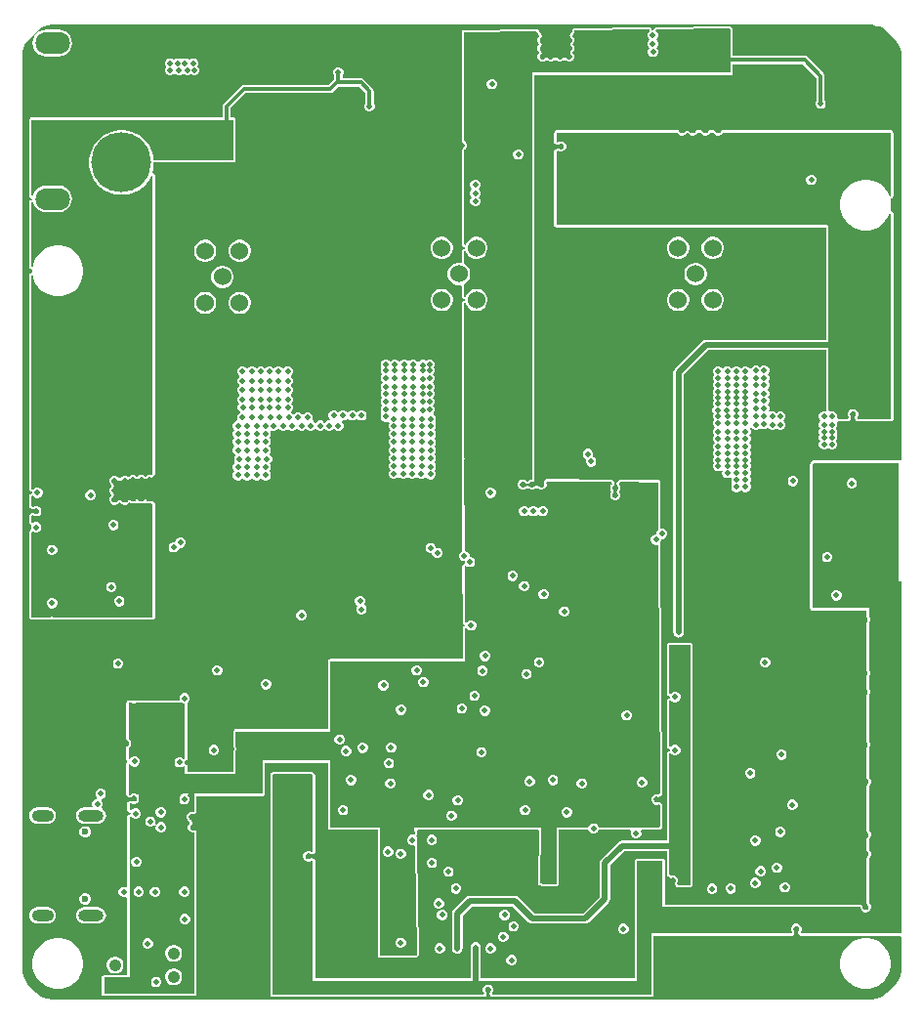
<source format=gbr>
%TF.GenerationSoftware,Altium Limited,Altium Designer,23.1.1 (15)*%
G04 Layer_Physical_Order=3*
G04 Layer_Color=36540*
%FSLAX45Y45*%
%MOMM*%
%TF.SameCoordinates,3B15BE60-5205-462F-B1BE-89E8C5D5736D*%
%TF.FilePolarity,Positive*%
%TF.FileFunction,Copper,L3,Inr,Signal*%
%TF.Part,Single*%
G01*
G75*
%TA.AperFunction,Conductor*%
%ADD75C,0.30000*%
%ADD78C,0.50000*%
%TA.AperFunction,ComponentPad*%
%ADD85C,5.20000*%
%ADD86C,1.52400*%
%ADD87C,1.06700*%
%ADD88O,3.00000X1.90000*%
%ADD89C,0.60000*%
%ADD90O,2.20000X1.00000*%
%ADD91O,1.90000X1.00000*%
%TA.AperFunction,ViaPad*%
%ADD92C,0.50000*%
G36*
X13662659Y11336507D02*
X13668468Y11334101D01*
X13673695Y11330607D01*
X13675919Y11328384D01*
X13677077Y11327336D01*
X13679669Y11325603D01*
X13682550Y11324409D01*
X13685609Y11323801D01*
X13687167Y11323725D01*
X13704193D01*
X13723128Y11319958D01*
X13740965Y11312570D01*
X13757018Y11301844D01*
X13859872Y11198990D01*
X13859871Y11198990D01*
X13871620Y11187241D01*
X13890082Y11159611D01*
X13902798Y11128910D01*
X13909282Y11096317D01*
Y11059520D01*
X13909326Y11058622D01*
X13909677Y11056861D01*
X13910364Y11055203D01*
X13911362Y11053710D01*
X13911964Y11053044D01*
X13911125Y7565213D01*
X13898422Y7558426D01*
X13897804Y7558840D01*
X13889999Y7560392D01*
X13150002D01*
X13150000Y7560392D01*
X13142197Y7558840D01*
X13135580Y7554419D01*
X13135580Y7554418D01*
X13125581Y7544419D01*
X13121159Y7537804D01*
X13119608Y7530000D01*
Y6280000D01*
X13121159Y6272196D01*
X13125581Y6265581D01*
X13132196Y6261160D01*
X13139999Y6259608D01*
X13609608D01*
Y6204161D01*
X13611160Y6196358D01*
X13615907Y6184895D01*
Y6175106D01*
X13611160Y6163643D01*
X13609608Y6155839D01*
Y5744161D01*
X13611160Y5736358D01*
X13615907Y5724895D01*
Y5715106D01*
X13611160Y5703643D01*
X13609608Y5695839D01*
Y5579161D01*
X13611160Y5571358D01*
X13615907Y5559895D01*
Y5550106D01*
X13611160Y5538643D01*
X13609608Y5530839D01*
Y5119161D01*
X13611160Y5111358D01*
X13615907Y5099895D01*
Y5090106D01*
X13611160Y5078643D01*
X13609608Y5070839D01*
Y4808640D01*
X13611160Y4800836D01*
X13615581Y4794220D01*
X13620862Y4788939D01*
X13624608Y4779895D01*
Y4770106D01*
X13620862Y4761061D01*
X13615581Y4755780D01*
X13611160Y4749164D01*
X13609608Y4741361D01*
Y4348641D01*
X13609608Y4348640D01*
X13611160Y4340836D01*
X13615581Y4334220D01*
X13620862Y4328939D01*
X13624608Y4319895D01*
Y4310106D01*
X13620862Y4301061D01*
X13615581Y4295780D01*
X13611160Y4289165D01*
X13609608Y4281361D01*
Y4183641D01*
X13609608Y4183640D01*
X13611160Y4175836D01*
X13615581Y4169221D01*
X13615581Y4169220D01*
X13620862Y4163939D01*
X13624608Y4154895D01*
Y4145106D01*
X13620862Y4136061D01*
X13615581Y4130780D01*
X13611160Y4124164D01*
X13609608Y4116360D01*
Y3723639D01*
X13611160Y3715836D01*
X13615581Y3709220D01*
X13620862Y3703939D01*
X13624608Y3694895D01*
Y3685105D01*
X13620862Y3676061D01*
X13613939Y3669138D01*
X13604895Y3665392D01*
X13595105D01*
X13586061Y3669138D01*
X13579138Y3676061D01*
X13575392Y3685105D01*
Y3690000D01*
X13573840Y3697804D01*
X13569418Y3704419D01*
X13562804Y3708840D01*
X13555000Y3710392D01*
X11860392D01*
Y4090000D01*
X11858840Y4097804D01*
X11854419Y4104419D01*
X11847804Y4108840D01*
X11840000Y4110392D01*
X11620000D01*
X11612196Y4108840D01*
X11605581Y4104419D01*
X11601160Y4097804D01*
X11599608Y4090000D01*
Y3690000D01*
Y3570000D01*
Y3070392D01*
X10265881D01*
Y3340000D01*
X10265000Y3344432D01*
Y3348951D01*
X10263271Y3353126D01*
X10262389Y3357558D01*
X10259878Y3361316D01*
X10258149Y3365490D01*
X10254954Y3368685D01*
X10252443Y3372443D01*
X10248685Y3374954D01*
X10245490Y3378149D01*
X10241316Y3379878D01*
X10237558Y3382389D01*
X10233126Y3383271D01*
X10228951Y3385000D01*
X10224432D01*
X10220000Y3385881D01*
X10215568Y3385000D01*
X10211049D01*
X10206874Y3383271D01*
X10202442Y3382389D01*
X10198684Y3379878D01*
X10194509Y3378149D01*
X10191314Y3374954D01*
X10187557Y3372443D01*
X10185046Y3368685D01*
X10181851Y3365490D01*
X10180122Y3361316D01*
X10177611Y3357558D01*
X10176729Y3353126D01*
X10175000Y3348951D01*
Y3344432D01*
X10174118Y3340000D01*
Y3070392D01*
X8830392D01*
Y4088400D01*
X8828840Y4096204D01*
X8824419Y4102819D01*
X8817804Y4107240D01*
X8805104Y4112500D01*
X8797300Y4114053D01*
X8789496Y4112500D01*
X8785322Y4109711D01*
X8774895Y4105392D01*
X8765105D01*
X8756061Y4109138D01*
X8749138Y4116061D01*
X8745392Y4125106D01*
Y4134895D01*
X8749138Y4143939D01*
X8756061Y4150862D01*
X8765105Y4154608D01*
X8774895D01*
X8785322Y4150289D01*
X8789496Y4147500D01*
X8797300Y4145948D01*
X8805104Y4147500D01*
X8817804Y4152761D01*
X8824419Y4157181D01*
X8828840Y4163797D01*
X8830392Y4171600D01*
Y4826359D01*
X8830392Y4826361D01*
X8828840Y4834164D01*
X8824419Y4840780D01*
X8819138Y4846061D01*
X8818417Y4847803D01*
X8818416Y4847804D01*
X8813996Y4854419D01*
X8807380Y4858840D01*
X8799577Y4860392D01*
X8464142D01*
X8456339Y4858840D01*
X8449723Y4854419D01*
X8445303Y4847804D01*
X8441160Y4837803D01*
X8439608Y4830000D01*
Y2930000D01*
X8441160Y2922196D01*
X8445581Y2915581D01*
X8452196Y2911160D01*
X8460000Y2909608D01*
X10290163D01*
X10297967Y2911160D01*
X10304583Y2915581D01*
X10309003Y2922196D01*
X10314264Y2934896D01*
X10315816Y2942700D01*
X10314264Y2950504D01*
X10309843Y2957119D01*
X10307165Y2959797D01*
X10303419Y2968842D01*
Y2978631D01*
X10307165Y2987675D01*
X10314088Y2994598D01*
X10323133Y2998344D01*
X10332922D01*
X10341966Y2994598D01*
X10348889Y2987675D01*
X10352635Y2978631D01*
Y2968842D01*
X10348889Y2959797D01*
X10346211Y2957119D01*
X10341790Y2950504D01*
X10340238Y2942700D01*
X10341791Y2934896D01*
X10347051Y2922196D01*
X10351472Y2915581D01*
X10358087Y2911160D01*
X10365891Y2909608D01*
X11740000D01*
X11747804Y2911160D01*
X11754419Y2915581D01*
X11758840Y2922196D01*
X11760392Y2930000D01*
Y3439608D01*
X12958400D01*
X12966203Y3441160D01*
X12972820Y3445581D01*
X12977240Y3452196D01*
X12982501Y3464896D01*
X12984053Y3472700D01*
X12982501Y3480504D01*
X12979710Y3484678D01*
X12975392Y3495106D01*
Y3504895D01*
X12979138Y3513939D01*
X12986061Y3520862D01*
X12995107Y3524608D01*
X13004895D01*
X13013939Y3520862D01*
X13020862Y3513939D01*
X13024608Y3504895D01*
Y3495106D01*
X13020290Y3484679D01*
X13017499Y3480504D01*
X13015948Y3472700D01*
X13017500Y3464896D01*
X13022760Y3452196D01*
X13027180Y3445581D01*
X13033797Y3441160D01*
X13041600Y3439608D01*
X13901151D01*
X13910129Y3430627D01*
X13910065Y3159179D01*
Y3137447D01*
X13901584Y3094818D01*
X13884950Y3054663D01*
X13860805Y3018524D01*
X13845438Y3003157D01*
X13803935Y2961655D01*
X13803935D01*
X13786246Y2943966D01*
X13744644Y2916169D01*
X13698419Y2897022D01*
X13649347Y2887261D01*
X6550652D01*
X6501580Y2897022D01*
X6455355Y2916169D01*
X6413754Y2943966D01*
X6344760Y3012960D01*
X6344760D01*
X6332360Y3025359D01*
X6312875Y3054521D01*
X6299454Y3086923D01*
X6292612Y3121321D01*
X6292611Y3138856D01*
X6291339Y3140129D01*
X6289340Y3143121D01*
X6287963Y3146446D01*
X6287261Y3149975D01*
Y3151775D01*
Y11087205D01*
Y11092570D01*
X6289354Y11103095D01*
X6293461Y11113009D01*
X6299423Y11121932D01*
X6303217Y11125726D01*
Y11135474D01*
X6307020Y11154595D01*
X6314481Y11172607D01*
X6325312Y11188818D01*
X6409578Y11273083D01*
X6409578Y11273083D01*
Y11273083D01*
X6424951Y11288456D01*
X6461103Y11312612D01*
X6501273Y11329251D01*
X6543917Y11337733D01*
X13656493D01*
X13662659Y11336507D01*
D02*
G37*
G36*
X13889999Y6510000D02*
X13912738D01*
Y3460000D01*
X13041600D01*
X13036339Y3472700D01*
X13038148Y3474510D01*
X13045000Y3491049D01*
Y3508951D01*
X13038148Y3525491D01*
X13025491Y3538149D01*
X13008951Y3545000D01*
X12991049D01*
X12974510Y3538149D01*
X12961852Y3525491D01*
X12955000Y3508951D01*
Y3491049D01*
X12961852Y3474510D01*
X12963661Y3472700D01*
X12958400Y3460000D01*
X11740000D01*
Y2930000D01*
X10365891D01*
X10360630Y2942700D01*
X10366176Y2948246D01*
X10373027Y2964785D01*
Y2982687D01*
X10366176Y2999227D01*
X10353518Y3011885D01*
X10336978Y3018736D01*
X10319076D01*
X10302537Y3011885D01*
X10289878Y2999227D01*
X10283027Y2982687D01*
Y2964785D01*
X10289878Y2948246D01*
X10295424Y2942700D01*
X10290163Y2930000D01*
X8460000D01*
Y4830000D01*
X8464142Y4840000D01*
X8799577D01*
X8801851Y4834510D01*
X8810000Y4826361D01*
Y4171600D01*
X8797300Y4166340D01*
X8795490Y4168149D01*
X8778951Y4175000D01*
X8761049D01*
X8744510Y4168149D01*
X8731851Y4155491D01*
X8725000Y4138951D01*
Y4121049D01*
X8731851Y4104510D01*
X8744510Y4091851D01*
X8761049Y4085000D01*
X8778951D01*
X8795490Y4091851D01*
X8797300Y4093661D01*
X8810000Y4088400D01*
Y3050000D01*
X11620000D01*
Y3570000D01*
Y4090000D01*
X11840000D01*
Y3690000D01*
X13555000D01*
Y3681049D01*
X13561852Y3664510D01*
X13574510Y3651851D01*
X13591049Y3645000D01*
X13608951D01*
X13625490Y3651851D01*
X13630000Y3656360D01*
X13638148Y3664510D01*
X13645000Y3681049D01*
Y3698951D01*
X13638148Y3715490D01*
X13630000Y3723639D01*
Y4116360D01*
X13638148Y4124510D01*
X13645000Y4141049D01*
Y4158951D01*
X13638148Y4175491D01*
X13630000Y4183640D01*
Y4281361D01*
X13638148Y4289510D01*
X13645000Y4306049D01*
Y4323951D01*
X13638148Y4340491D01*
X13630000Y4348640D01*
Y4741361D01*
X13638148Y4749510D01*
X13645000Y4766049D01*
Y4783951D01*
X13638148Y4800491D01*
X13630000Y4808640D01*
Y5070839D01*
X13636301Y5086049D01*
Y5103951D01*
X13630000Y5119161D01*
Y5530839D01*
X13636301Y5546049D01*
Y5563951D01*
X13630000Y5579161D01*
Y5695839D01*
X13636301Y5711049D01*
Y5728951D01*
X13630000Y5744161D01*
Y6155839D01*
X13636301Y6171049D01*
Y6188951D01*
X13630000Y6204161D01*
Y6280000D01*
X13139999D01*
Y7530000D01*
X13150000Y7540000D01*
X13889999D01*
Y6510000D01*
D02*
G37*
%LPC*%
G36*
X12420829Y11320274D02*
X12420762Y11320261D01*
X12420697Y11320273D01*
X11784669Y11312013D01*
X11784626Y11312004D01*
X11784584Y11312011D01*
X11780749Y11311180D01*
X11776886Y11310359D01*
X11776850Y11310335D01*
X11776808Y11310326D01*
X11773599Y11308101D01*
X11770328Y11305853D01*
X11770304Y11305817D01*
X11770269Y11305792D01*
X11768151Y11302502D01*
X11765994Y11299181D01*
X11765986Y11299138D01*
X11765963Y11299102D01*
X11762681Y11290778D01*
X11762181Y11288019D01*
X11761765Y11286657D01*
X11746823D01*
X11746264Y11289640D01*
X11745192Y11292311D01*
X11744419Y11295084D01*
X11741920Y11300028D01*
X11739851Y11302670D01*
X11737952Y11305433D01*
X11737412Y11305784D01*
X11737014Y11306292D01*
X11734092Y11307940D01*
X11731280Y11309767D01*
X11730646Y11309885D01*
X11730084Y11310201D01*
X11726754Y11310606D01*
X11723457Y11311218D01*
X11074735Y11302793D01*
X11070970Y11301993D01*
X11067197Y11301242D01*
X11067085Y11301168D01*
X11066952Y11301139D01*
X11063779Y11298959D01*
X11060581Y11296822D01*
X11060506Y11296710D01*
X11060395Y11296633D01*
X11058300Y11293408D01*
X11056161Y11290206D01*
X11056134Y11290074D01*
X11056061Y11289961D01*
X11055359Y11286177D01*
X11054608Y11282403D01*
Y11275105D01*
X11050862Y11266061D01*
X11047517Y11262716D01*
X11046271Y11260851D01*
X11044723Y11259230D01*
X11039454Y11250933D01*
X11038186Y11247661D01*
X11036764Y11244441D01*
X11036753Y11243961D01*
X11036580Y11243514D01*
X11036661Y11240003D01*
X11036580Y11236487D01*
X11036753Y11236040D01*
X11036764Y11235559D01*
X11038185Y11232342D01*
X11039453Y11229067D01*
X11044723Y11220770D01*
X11046272Y11219148D01*
X11047517Y11217284D01*
X11050862Y11213939D01*
X11054608Y11204895D01*
Y11195105D01*
X11050862Y11186060D01*
X11044220Y11179419D01*
X11039800Y11172804D01*
X11038248Y11165000D01*
X11039800Y11157196D01*
X11044220Y11150581D01*
X11044221Y11150580D01*
X11050862Y11143939D01*
X11054608Y11134895D01*
Y11125106D01*
X11050862Y11116061D01*
X11044221Y11109420D01*
X11044220Y11109419D01*
X11039800Y11102804D01*
X11038248Y11095000D01*
X11039800Y11087196D01*
X11044220Y11080581D01*
X11050862Y11073939D01*
X11054608Y11064895D01*
Y11055105D01*
X11050862Y11046061D01*
X11043939Y11039138D01*
X11034895Y11035392D01*
X11025106D01*
X11016061Y11039138D01*
X11012716Y11042483D01*
X11010851Y11043729D01*
X11009230Y11045277D01*
X11000934Y11050547D01*
X10997661Y11051814D01*
X10994441Y11053236D01*
X10993961Y11053247D01*
X10993514Y11053420D01*
X10990004Y11053339D01*
X10986487Y11053421D01*
X10986040Y11053247D01*
X10985560Y11053236D01*
X10982342Y11051815D01*
X10979067Y11050547D01*
X10970771Y11045277D01*
X10969148Y11043729D01*
X10967284Y11042483D01*
X10963939Y11039138D01*
X10954895Y11035392D01*
X10945106D01*
X10936061Y11039138D01*
X10932716Y11042483D01*
X10930851Y11043729D01*
X10929230Y11045277D01*
X10920933Y11050547D01*
X10917661Y11051814D01*
X10914441Y11053236D01*
X10913961Y11053247D01*
X10913514Y11053420D01*
X10910004Y11053339D01*
X10906487Y11053421D01*
X10906040Y11053247D01*
X10905560Y11053236D01*
X10902342Y11051815D01*
X10899067Y11050547D01*
X10890770Y11045277D01*
X10889148Y11043729D01*
X10887284Y11042483D01*
X10883939Y11039138D01*
X10874895Y11035392D01*
X10865106D01*
X10856061Y11039138D01*
X10849419Y11045780D01*
X10842804Y11050200D01*
X10835000Y11051753D01*
X10827197Y11050200D01*
X10820581Y11045780D01*
X10820580Y11045779D01*
X10813940Y11039138D01*
X10804895Y11035392D01*
X10795106D01*
X10786061Y11039138D01*
X10779138Y11046061D01*
X10775392Y11055105D01*
Y11064895D01*
X10779139Y11073939D01*
X10785780Y11080581D01*
X10790200Y11087196D01*
X10791753Y11095000D01*
X10790200Y11102804D01*
X10785780Y11109419D01*
X10785779Y11109420D01*
X10779139Y11116060D01*
X10775392Y11125106D01*
Y11134895D01*
X10779139Y11143940D01*
X10785780Y11150581D01*
X10790200Y11157196D01*
X10791753Y11165000D01*
X10790200Y11172804D01*
X10785780Y11179419D01*
X10785779Y11179420D01*
X10779139Y11186061D01*
X10775392Y11195105D01*
Y11204895D01*
X10779139Y11213939D01*
X10782483Y11217284D01*
X10783730Y11219149D01*
X10785277Y11220770D01*
X10790547Y11229067D01*
X10791814Y11232339D01*
X10793236Y11235559D01*
X10793248Y11236039D01*
X10793421Y11236486D01*
X10793339Y11239997D01*
X10793421Y11243513D01*
X10793248Y11243960D01*
X10793236Y11244441D01*
X10791815Y11247658D01*
X10790547Y11250933D01*
X10785277Y11259230D01*
X10783729Y11260852D01*
X10782483Y11262716D01*
X10779139Y11266061D01*
X10773840Y11278852D01*
X10773803Y11278908D01*
X10773789Y11278975D01*
X10771585Y11282228D01*
X10769419Y11285468D01*
X10769364Y11285505D01*
X10769325Y11285562D01*
X10762128Y11292666D01*
X10762072Y11292703D01*
X10762034Y11292758D01*
X10758734Y11294902D01*
X10755484Y11297043D01*
X10755418Y11297056D01*
X10755361Y11297093D01*
X10751524Y11297804D01*
X10747670Y11298545D01*
X10747604Y11298531D01*
X10747538Y11298543D01*
X10119735Y11290390D01*
X10115970Y11289590D01*
X10112196Y11288840D01*
X10112084Y11288765D01*
X10111952Y11288737D01*
X10108779Y11286557D01*
X10105581Y11284419D01*
X10105506Y11284307D01*
X10105395Y11284231D01*
X10103300Y11281005D01*
X10101160Y11277804D01*
X10101134Y11277672D01*
X10101061Y11277558D01*
X10100359Y11273775D01*
X10099608Y11270000D01*
Y11250000D01*
Y10330423D01*
X10101160Y10322620D01*
X10105581Y10316004D01*
X10112196Y10311584D01*
X10112197Y10311583D01*
X10113939Y10310862D01*
X10120862Y10303939D01*
X10124608Y10294895D01*
Y10285105D01*
X10120862Y10276061D01*
X10113939Y10269138D01*
X10112197Y10268417D01*
X10112196Y10268416D01*
X10105581Y10263996D01*
X10101160Y10257380D01*
X10099608Y10249577D01*
Y9428892D01*
X10100129Y9426275D01*
X10100303Y9423614D01*
X10100898Y9422408D01*
X10101160Y9421088D01*
X10102643Y9418869D01*
X10103822Y9416478D01*
X10104833Y9415591D01*
X10105581Y9414472D01*
X10107799Y9412990D01*
X10109804Y9411232D01*
X10111078Y9410800D01*
X10112196Y9410052D01*
X10114813Y9409532D01*
X10117338Y9408674D01*
X10128800Y9407165D01*
Y9392835D01*
X10117338Y9391326D01*
X10114813Y9390469D01*
X10112196Y9389948D01*
X10111078Y9389201D01*
X10109804Y9388769D01*
X10107799Y9387010D01*
X10105581Y9385528D01*
X10104833Y9384410D01*
X10103822Y9383523D01*
X10102642Y9381130D01*
X10101160Y9378912D01*
X10100898Y9377593D01*
X10100303Y9376386D01*
X10100128Y9373724D01*
X10099608Y9371109D01*
Y9279777D01*
X10089533Y9272046D01*
X10087836Y9272500D01*
X10062164D01*
X10037367Y9265855D01*
X10015134Y9253020D01*
X9996981Y9234866D01*
X9984145Y9212634D01*
X9977500Y9187836D01*
Y9162164D01*
X9984145Y9137367D01*
X9996981Y9115134D01*
X10015134Y9096981D01*
X10037367Y9084145D01*
X10062164Y9077500D01*
X10087836D01*
X10089533Y9077955D01*
X10099608Y9070223D01*
Y8978892D01*
X10100129Y8976275D01*
X10100303Y8973614D01*
X10100898Y8972408D01*
X10101160Y8971088D01*
X10102643Y8968869D01*
X10103822Y8966478D01*
X10104833Y8965591D01*
X10105581Y8964472D01*
X10107799Y8962990D01*
X10109804Y8961232D01*
X10111078Y8960799D01*
X10112196Y8960052D01*
X10114813Y8959531D01*
X10117338Y8958674D01*
X10128800Y8957165D01*
Y8942835D01*
X10117338Y8941326D01*
X10114813Y8940469D01*
X10112196Y8939948D01*
X10111078Y8939201D01*
X10109804Y8938769D01*
X10107799Y8937010D01*
X10105581Y8935528D01*
X10104833Y8934410D01*
X10103822Y8933522D01*
X10102642Y8931129D01*
X10101160Y8928912D01*
X10100898Y8927593D01*
X10100303Y8926386D01*
X10100128Y8923724D01*
X10099608Y8921109D01*
Y7600000D01*
Y7580000D01*
X10100528Y7575377D01*
X10100425Y7574846D01*
X10099659Y7570937D01*
X10099665Y7570908D01*
X10099660Y7570878D01*
X10104182Y6774884D01*
X10104697Y6772369D01*
X10094510Y6768149D01*
X10081851Y6755490D01*
X10075000Y6738951D01*
Y6721049D01*
X10081851Y6704510D01*
X10094510Y6691851D01*
X10111049Y6685000D01*
X10124497D01*
Y6671552D01*
X10117413Y6661871D01*
X10114104Y6659633D01*
X10110863Y6657454D01*
X10110847Y6657430D01*
X10110822Y6657413D01*
X10108652Y6654125D01*
X10106461Y6650826D01*
X10106456Y6650796D01*
X10106440Y6650773D01*
X10105701Y6646946D01*
X10104932Y6643018D01*
X10104937Y6642989D01*
X10104932Y6642960D01*
X10107702Y6155349D01*
X10108100Y6153410D01*
X10108105Y6151430D01*
X10108890Y6149550D01*
X10109299Y6147554D01*
X10110408Y6145915D01*
X10111171Y6144088D01*
X10112615Y6142651D01*
X10113757Y6140964D01*
X10115410Y6139873D01*
X10116813Y6138477D01*
X10118698Y6137703D01*
X10120398Y6136581D01*
X10122341Y6136206D01*
X10123390Y6129740D01*
X10122472Y6123030D01*
X10120477Y6122621D01*
X10118837Y6121512D01*
X10117010Y6120750D01*
X10115575Y6119306D01*
X10113886Y6118164D01*
X10112796Y6116511D01*
X10111400Y6115107D01*
X10110625Y6113223D01*
X10109504Y6111523D01*
X10109129Y6109580D01*
X10108376Y6107748D01*
X10108382Y6105710D01*
X10107996Y6103711D01*
X10109441Y5849398D01*
X10100486Y5840392D01*
X8970000D01*
X8962197Y5838840D01*
X8952196Y5834698D01*
X8945581Y5830277D01*
X8941160Y5823661D01*
X8939608Y5815858D01*
Y5230392D01*
X8140000D01*
X8132196Y5228840D01*
X8125581Y5224419D01*
X8121160Y5217804D01*
X8119608Y5210000D01*
Y5081022D01*
X8121160Y5073218D01*
X8124608Y5064895D01*
Y5055105D01*
X8121160Y5046782D01*
X8119608Y5038978D01*
Y4860392D01*
X7720392D01*
Y4908181D01*
X7718840Y4915985D01*
X7714419Y4922601D01*
X7707804Y4927021D01*
X7697359Y4931347D01*
X7698661Y4934492D01*
Y4952393D01*
X7697359Y4955538D01*
X7707804Y4959864D01*
X7714419Y4964284D01*
X7718840Y4970900D01*
X7720392Y4978704D01*
Y5453529D01*
X7719216Y5459441D01*
X7721481Y5460379D01*
X7734140Y5473038D01*
X7740991Y5489578D01*
Y5507479D01*
X7734140Y5524019D01*
X7721481Y5536678D01*
X7704942Y5543528D01*
X7687040D01*
X7670500Y5536678D01*
X7657842Y5524019D01*
X7650991Y5507479D01*
Y5489578D01*
X7644853Y5480392D01*
X7277244D01*
X7269441Y5478840D01*
X7260826Y5475271D01*
X7251037D01*
X7242422Y5478840D01*
X7234618Y5480392D01*
X7213640D01*
X7205836Y5478840D01*
X7199220Y5474419D01*
X7199220Y5474419D01*
X7195581Y5470780D01*
X7191160Y5464164D01*
X7189608Y5456360D01*
Y5150423D01*
X7191160Y5142620D01*
X7195581Y5136004D01*
X7202196Y5131584D01*
X7202197Y5131583D01*
X7203939Y5130862D01*
X7210862Y5123939D01*
X7214608Y5114895D01*
Y5105105D01*
X7210862Y5096061D01*
X7203939Y5089138D01*
X7202197Y5088417D01*
X7202196Y5088416D01*
X7195581Y5083996D01*
X7191160Y5077380D01*
X7189608Y5069577D01*
Y4974983D01*
X7190000Y4973014D01*
Y4971005D01*
X7190769Y4969149D01*
X7191160Y4967180D01*
X7192276Y4965511D01*
X7193045Y4963654D01*
X7194465Y4962234D01*
X7195581Y4960564D01*
X7197250Y4959449D01*
X7198671Y4958028D01*
X7199419Y4957718D01*
X7200718Y4952608D01*
Y4948996D01*
X7199419Y4943888D01*
X7198671Y4943578D01*
X7197251Y4942158D01*
X7195581Y4941042D01*
X7194465Y4939372D01*
X7193045Y4937952D01*
X7192276Y4936095D01*
X7191160Y4934426D01*
X7190769Y4932457D01*
X7190000Y4930601D01*
Y4928592D01*
X7189608Y4926622D01*
Y4669075D01*
X7189629Y4668970D01*
X7189609Y4668863D01*
X7190404Y4665072D01*
X7191160Y4661272D01*
X7191221Y4661182D01*
X7191243Y4661076D01*
X7193422Y4657886D01*
X7195581Y4654656D01*
X7195671Y4654596D01*
X7195732Y4654507D01*
X7204805Y4645621D01*
X7204895Y4645562D01*
X7204958Y4645472D01*
X7208235Y4643380D01*
X7211466Y4641269D01*
X7211573Y4641249D01*
X7211664Y4641191D01*
X7215477Y4640514D01*
X7219286Y4639798D01*
X7219392Y4639820D01*
X7219498Y4639801D01*
X7226115Y4639939D01*
X7229801Y4640753D01*
X7233494Y4641487D01*
X7233673Y4641607D01*
X7233885Y4641654D01*
X7236978Y4643816D01*
X7240109Y4645908D01*
X7243976Y4649774D01*
X7253020Y4653520D01*
X7262809D01*
X7271854Y4649774D01*
X7274405Y4647223D01*
X7274584Y4647103D01*
X7274708Y4646926D01*
X7277039Y4645438D01*
X7278747Y4642881D01*
X7278777Y4642851D01*
X7282523Y4633807D01*
Y4624018D01*
X7278777Y4614973D01*
X7271854Y4608050D01*
X7262809Y4604304D01*
X7253020D01*
X7241131Y4609229D01*
X7239537Y4610294D01*
X7231733Y4611846D01*
X7223930Y4610294D01*
X7223929Y4610294D01*
X7212197Y4605434D01*
X7212196Y4605434D01*
X7205581Y4601013D01*
X7201160Y4594397D01*
X7199608Y4586594D01*
Y4530067D01*
X7199657Y4529821D01*
X7199614Y4529573D01*
X7200433Y4525921D01*
X7201160Y4522263D01*
X7201300Y4522055D01*
X7201354Y4521810D01*
X7203505Y4518753D01*
X7205581Y4515647D01*
X7205790Y4515508D01*
X7205934Y4515303D01*
X7209086Y4513305D01*
X7212196Y4511227D01*
X7212443Y4511178D01*
X7212654Y4511044D01*
X7221318Y4507698D01*
X7223032Y4507400D01*
X7224068Y4507220D01*
X7227056Y4506128D01*
Y4493872D01*
X7224068Y4492780D01*
X7223200Y4492629D01*
X7221318Y4492301D01*
X7212654Y4488956D01*
X7212443Y4488822D01*
X7212196Y4488773D01*
X7209090Y4486697D01*
X7205934Y4484697D01*
X7205789Y4484492D01*
X7205581Y4484352D01*
X7203506Y4481248D01*
X7201355Y4478190D01*
X7201300Y4477945D01*
X7201160Y4477737D01*
X7200432Y4474075D01*
X7199614Y4470426D01*
X7199657Y4470179D01*
X7199608Y4469933D01*
Y3870190D01*
X7186908Y3861704D01*
X7178951Y3865000D01*
X7161049D01*
X7144509Y3858149D01*
X7131851Y3845490D01*
X7125000Y3828951D01*
Y3811049D01*
X7131851Y3794510D01*
X7144509Y3781851D01*
X7161049Y3775000D01*
X7178951D01*
X7186908Y3778296D01*
X7199608Y3769810D01*
Y3100392D01*
X7000000D01*
X6992196Y3098840D01*
X6985581Y3094419D01*
X6981160Y3087804D01*
X6979608Y3080000D01*
Y2940000D01*
X6981160Y2932196D01*
X6985581Y2925581D01*
X6992196Y2921160D01*
X7000000Y2919608D01*
X7780000D01*
X7787804Y2921160D01*
X7794419Y2925581D01*
X7798840Y2932196D01*
X7800392Y2940000D01*
Y4334299D01*
X7800000Y4336269D01*
Y4338278D01*
X7799231Y4340133D01*
X7798840Y4342103D01*
X7797724Y4343773D01*
X7796955Y4345629D01*
X7795535Y4347048D01*
X7794419Y4348718D01*
X7792749Y4349835D01*
X7791328Y4351255D01*
X7790279Y4351956D01*
X7788424Y4352724D01*
X7786754Y4353840D01*
X7784784Y4354232D01*
X7782928Y4355000D01*
X7780920D01*
X7778951Y4355392D01*
X7765105D01*
X7756061Y4359138D01*
X7749138Y4366061D01*
X7745392Y4375105D01*
Y4384894D01*
X7749138Y4393939D01*
X7755968Y4400769D01*
X7756307Y4401275D01*
X7756792Y4401642D01*
X7758506Y4404567D01*
X7760389Y4407385D01*
X7760507Y4407982D01*
X7760815Y4408507D01*
X7761280Y4411865D01*
X7761941Y4415189D01*
X7761822Y4415785D01*
X7761906Y4416388D01*
X7761231Y4427841D01*
X7760346Y4431233D01*
X7759621Y4434666D01*
X7758283Y4437792D01*
X7756109Y4440965D01*
X7753956Y4444188D01*
X7753854Y4444256D01*
X7753786Y4444356D01*
X7750543Y4446468D01*
X7747340Y4448608D01*
X7746061Y4449138D01*
X7739138Y4456061D01*
X7735392Y4465105D01*
Y4474895D01*
X7739138Y4483939D01*
X7746061Y4490862D01*
X7755105Y4494608D01*
X7768420D01*
X7769438Y4494405D01*
X7771408Y4494797D01*
X7773418D01*
X7775273Y4495565D01*
X7777242Y4495957D01*
X7778913Y4497073D01*
X7780769Y4497842D01*
X7791329Y4504898D01*
X7792749Y4506318D01*
X7794419Y4507434D01*
X7795535Y4509104D01*
X7796955Y4510524D01*
X7797724Y4512379D01*
X7798840Y4514049D01*
X7799231Y4516019D01*
X7800000Y4517875D01*
Y4519884D01*
X7800392Y4521853D01*
Y4649608D01*
X8370000D01*
X8377804Y4651160D01*
X8384419Y4655581D01*
X8388840Y4662196D01*
X8390392Y4670000D01*
Y4939608D01*
X8939608D01*
Y4380000D01*
X8941160Y4372196D01*
X8945581Y4365581D01*
X8952196Y4361160D01*
X8960000Y4359608D01*
X9369608D01*
Y3270000D01*
X9371160Y3262196D01*
X9375581Y3255581D01*
X9382196Y3251160D01*
X9390000Y3249608D01*
X9700937D01*
X9701029Y3249626D01*
X9701121Y3249609D01*
X9704928Y3250402D01*
X9708741Y3251160D01*
X9708819Y3251212D01*
X9708910Y3251231D01*
X9712118Y3253417D01*
X9715357Y3255581D01*
X9715409Y3255659D01*
X9715486Y3255711D01*
X9724385Y3264772D01*
X9724436Y3264850D01*
X9724513Y3264904D01*
X9726608Y3268164D01*
X9728746Y3271427D01*
X9728763Y3271520D01*
X9728814Y3271598D01*
X9729501Y3275412D01*
X9730228Y3279245D01*
X9730209Y3279336D01*
X9730225Y3279428D01*
X9713282Y4219782D01*
X9712874Y4221655D01*
X9712857Y4223573D01*
X9712035Y4225506D01*
X9711589Y4227556D01*
X9710496Y4229130D01*
X9709746Y4230896D01*
X9708149Y4244510D01*
X9715000Y4261049D01*
Y4278951D01*
X9708149Y4295490D01*
X9705731Y4307328D01*
X9706767Y4308941D01*
X9708111Y4310309D01*
X9708897Y4312257D01*
X9710031Y4314022D01*
X9710371Y4315908D01*
X9711090Y4317687D01*
X9711070Y4319787D01*
X9711443Y4321852D01*
X9710926Y4350547D01*
X9719825Y4359608D01*
X10759925D01*
X10768815Y4350538D01*
X10759889Y3904257D01*
X10759907Y3904154D01*
X10759886Y3904053D01*
X10760603Y3900249D01*
X10761285Y3896424D01*
X10761341Y3896336D01*
X10761360Y3896234D01*
X10763473Y3893004D01*
X10765572Y3889721D01*
X10765658Y3889661D01*
X10765715Y3889575D01*
X10774389Y3880725D01*
X10774475Y3880667D01*
X10774532Y3880581D01*
X10777756Y3878426D01*
X10780960Y3876239D01*
X10781061Y3876218D01*
X10781148Y3876160D01*
X10793217Y3871160D01*
X10801021Y3869608D01*
X10920000D01*
X10927804Y3871160D01*
X10934419Y3875581D01*
X10938840Y3882196D01*
X10940392Y3890000D01*
Y4359608D01*
X11195601D01*
X11196303Y4359748D01*
X11202316Y4345232D01*
X11214975Y4332573D01*
X11231514Y4325722D01*
X11249416D01*
X11265956Y4332573D01*
X11278614Y4345232D01*
X11284627Y4359748D01*
X11285330Y4359608D01*
X11559810D01*
X11568296Y4346908D01*
X11565000Y4338951D01*
Y4321049D01*
X11571851Y4304510D01*
X11584509Y4291851D01*
X11601049Y4285000D01*
X11618951D01*
X11635490Y4291851D01*
X11648149Y4304510D01*
X11655000Y4321049D01*
Y4338951D01*
X11651704Y4346908D01*
X11660190Y4359608D01*
X11807232D01*
X11808241Y4359808D01*
X11809264Y4359709D01*
X11812114Y4360579D01*
X11815036Y4361160D01*
X11815891Y4361732D01*
X11816875Y4362032D01*
X11829529Y4368822D01*
X11831880Y4370758D01*
X11834403Y4372468D01*
X11834931Y4373270D01*
X11835672Y4373880D01*
X11837104Y4376570D01*
X11838779Y4379114D01*
X11838960Y4380056D01*
X11839411Y4380903D01*
X11839705Y4383937D01*
X11840279Y4386927D01*
X11839053Y4569555D01*
X11838655Y4571488D01*
X11838648Y4573463D01*
X11837860Y4575348D01*
X11837449Y4577348D01*
X11836341Y4578982D01*
X11835579Y4580804D01*
X11834130Y4582243D01*
X11832984Y4583934D01*
X11831334Y4585020D01*
X11829934Y4586411D01*
X11817177Y4594873D01*
X11815350Y4595623D01*
X11813708Y4596720D01*
X11811705Y4597118D01*
X11809816Y4597894D01*
X11807841Y4597887D01*
X11805905Y4598272D01*
X11803902Y4597874D01*
X11801859Y4597867D01*
X11800037Y4597105D01*
X11798101Y4596720D01*
X11794895Y4595392D01*
X11785105D01*
X11776061Y4599138D01*
X11769138Y4606061D01*
X11765392Y4615105D01*
Y4624894D01*
X11769138Y4633939D01*
X11776061Y4640862D01*
X11785105Y4644608D01*
X11794895D01*
X11797534Y4643515D01*
X11799537Y4643116D01*
X11801427Y4642341D01*
X11803401Y4642348D01*
X11805338Y4641963D01*
X11807341Y4642361D01*
X11809383Y4642368D01*
X11811204Y4643129D01*
X11813141Y4643515D01*
X11814840Y4644650D01*
X11816724Y4645437D01*
X11829367Y4653947D01*
X11830805Y4655395D01*
X11832497Y4656542D01*
X11833583Y4658192D01*
X11834974Y4659592D01*
X11835749Y4661481D01*
X11836872Y4663187D01*
X11837245Y4665126D01*
X11837994Y4666953D01*
X11837987Y4668995D01*
X11838372Y4671001D01*
X11823939Y6821526D01*
X11823541Y6823459D01*
X11823534Y6825435D01*
X11822746Y6827320D01*
X11822334Y6829319D01*
X11821227Y6830953D01*
X11820465Y6832775D01*
X11821037Y6843526D01*
X11822711Y6847555D01*
X11829562Y6864095D01*
Y6878569D01*
X11841963D01*
X11858502Y6885420D01*
X11871161Y6898078D01*
X11878012Y6914618D01*
Y6932520D01*
X11871161Y6949059D01*
X11858502Y6961718D01*
X11841963Y6968568D01*
X11824061D01*
X11822947Y6969307D01*
X11820392Y7350061D01*
Y7370000D01*
X11819630Y7373829D01*
X11818910Y7377630D01*
X11818859Y7377710D01*
X11818840Y7377804D01*
X11816673Y7381046D01*
X11814551Y7384286D01*
X11814472Y7384340D01*
X11814419Y7384419D01*
X11811185Y7386580D01*
X11807976Y7388767D01*
X11807883Y7388787D01*
X11807804Y7388840D01*
X11803995Y7389597D01*
X11800187Y7390391D01*
X11472736Y7393395D01*
X11472671Y7393383D01*
X11472606Y7393396D01*
X11468780Y7392646D01*
X11464919Y7391915D01*
X11464863Y7391878D01*
X11464798Y7391865D01*
X11461546Y7389706D01*
X11458263Y7387555D01*
X11458225Y7387500D01*
X11458170Y7387464D01*
X11448944Y7378289D01*
X11448919Y7378251D01*
X11448881Y7378225D01*
X11446701Y7374951D01*
X11444505Y7371685D01*
X11444496Y7371641D01*
X11444471Y7371603D01*
X11443710Y7367745D01*
X11442931Y7363886D01*
X11442940Y7363841D01*
X11442931Y7363797D01*
X11442953Y7350296D01*
X11442952Y7350295D01*
X11442953Y7350294D01*
Y7350262D01*
X11443719Y7346445D01*
X11444505Y7342491D01*
X11444514Y7342478D01*
X11444517Y7342461D01*
X11446696Y7339213D01*
X11448925Y7335876D01*
X11450862Y7333939D01*
X11454608Y7324895D01*
Y7315106D01*
X11450862Y7306061D01*
X11449220Y7304420D01*
X11444800Y7297804D01*
X11443247Y7290001D01*
X11444799Y7282197D01*
X11449220Y7275581D01*
X11450862Y7273939D01*
X11454608Y7264895D01*
Y7255105D01*
X11450862Y7246061D01*
X11443939Y7239138D01*
X11434895Y7235392D01*
X11425105D01*
X11416061Y7239138D01*
X11409138Y7246061D01*
X11405392Y7255105D01*
Y7264895D01*
X11409138Y7273939D01*
X11410780Y7275581D01*
X11415201Y7282197D01*
X11416753Y7290001D01*
X11415200Y7297804D01*
X11410780Y7304419D01*
X11410779Y7304420D01*
X11409138Y7306061D01*
X11405392Y7315106D01*
Y7324895D01*
X11409138Y7333939D01*
X11412483Y7337284D01*
X11413729Y7339149D01*
X11415277Y7340770D01*
X11420547Y7349066D01*
X11421817Y7352346D01*
X11423236Y7355560D01*
X11423248Y7356039D01*
X11423421Y7356486D01*
X11423339Y7360000D01*
X11423421Y7363514D01*
X11423248Y7363961D01*
X11423236Y7364440D01*
X11421816Y7367658D01*
X11420547Y7370934D01*
X11415277Y7379230D01*
X11413728Y7380853D01*
X11412483Y7382716D01*
X11407042Y7388157D01*
X11403809Y7390317D01*
X11400599Y7392505D01*
X11400506Y7392524D01*
X11400427Y7392577D01*
X11396618Y7393335D01*
X11392810Y7394128D01*
X10840711Y7399194D01*
X10838692Y7398811D01*
X10836637Y7398821D01*
X10834821Y7398078D01*
X10832893Y7397713D01*
X10831174Y7396587D01*
X10829272Y7395810D01*
X10827879Y7394429D01*
X10826237Y7393354D01*
X10825080Y7391656D01*
X10823620Y7390210D01*
X10815102Y7377587D01*
X10814307Y7375692D01*
X10813166Y7373984D01*
X10812783Y7372060D01*
X10812024Y7370250D01*
X10812014Y7368195D01*
X10811613Y7366180D01*
X10811996Y7364256D01*
X10811987Y7362294D01*
X10812765Y7360391D01*
X10813166Y7358376D01*
X10814608Y7354895D01*
Y7345105D01*
X10810862Y7336061D01*
X10803939Y7329138D01*
X10794894Y7325392D01*
X10785105D01*
X10776060Y7329139D01*
X10772716Y7332483D01*
X10770851Y7333729D01*
X10769230Y7335277D01*
X10760934Y7340547D01*
X10757654Y7341817D01*
X10754440Y7343237D01*
X10753961Y7343248D01*
X10753514Y7343421D01*
X10750000Y7343339D01*
X10746485Y7343421D01*
X10746039Y7343248D01*
X10745560Y7343237D01*
X10742342Y7341816D01*
X10739066Y7340547D01*
X10730769Y7335277D01*
X10729147Y7333728D01*
X10727284Y7332483D01*
X10723939Y7329139D01*
X10714894Y7325392D01*
X10705105D01*
X10696061Y7329139D01*
X10692716Y7332483D01*
X10690851Y7333729D01*
X10689230Y7335277D01*
X10680934Y7340547D01*
X10677654Y7341817D01*
X10674440Y7343237D01*
X10673961Y7343248D01*
X10673514Y7343421D01*
X10670000Y7343339D01*
X10666486Y7343421D01*
X10666039Y7343248D01*
X10665560Y7343237D01*
X10662342Y7341816D01*
X10659066Y7340547D01*
X10650770Y7335277D01*
X10649148Y7333728D01*
X10647284Y7332483D01*
X10643939Y7329139D01*
X10634895Y7325392D01*
X10625105D01*
X10616061Y7329138D01*
X10609138Y7336061D01*
X10605392Y7345105D01*
Y7354895D01*
X10609138Y7363939D01*
X10616061Y7370862D01*
X10625105Y7374608D01*
X10634895D01*
X10643939Y7370862D01*
X10647284Y7367517D01*
X10649149Y7366271D01*
X10650770Y7364723D01*
X10659066Y7359453D01*
X10662346Y7358183D01*
X10665560Y7356764D01*
X10666039Y7356752D01*
X10666486Y7356579D01*
X10670000Y7356661D01*
X10673514Y7356579D01*
X10673961Y7356752D01*
X10674440Y7356764D01*
X10677658Y7358184D01*
X10680934Y7359453D01*
X10689230Y7364723D01*
X10690852Y7366272D01*
X10692716Y7367517D01*
X10696061Y7370862D01*
X10705105Y7374608D01*
X10710000D01*
X10717804Y7376160D01*
X10724419Y7380581D01*
X10728840Y7387196D01*
X10730392Y7395000D01*
Y7580000D01*
Y10899608D01*
X12430000D01*
X12437804Y10901160D01*
X12444419Y10905581D01*
X12448840Y10912196D01*
X12450392Y10920000D01*
Y10994314D01*
X13055219D01*
X13174313Y10875219D01*
Y10677954D01*
X13171851Y10675491D01*
X13164999Y10658951D01*
Y10641049D01*
X13171851Y10624510D01*
X13184509Y10611851D01*
X13201048Y10605000D01*
X13218951D01*
X13235490Y10611851D01*
X13248149Y10624510D01*
X13255000Y10641049D01*
Y10658951D01*
X13248149Y10675491D01*
X13245686Y10677954D01*
Y10890000D01*
X13242969Y10903656D01*
X13235234Y10915234D01*
X13095235Y11055234D01*
X13083656Y11062969D01*
X13070000Y11065686D01*
X12450392D01*
Y11290961D01*
X12450379Y11291026D01*
X12450392Y11291093D01*
X12449600Y11294939D01*
X12448840Y11298764D01*
X12448802Y11298820D01*
X12448789Y11298886D01*
X12446597Y11302121D01*
X12444419Y11305380D01*
X12444363Y11305418D01*
X12444325Y11305473D01*
X12435287Y11314395D01*
X12435231Y11314432D01*
X12435192Y11314488D01*
X12431910Y11316620D01*
X12428643Y11318773D01*
X12428576Y11318785D01*
X12428520Y11318822D01*
X12424690Y11319532D01*
X12420829Y11320274D01*
D02*
G37*
G36*
X6605000Y11290992D02*
X6495000D01*
X6464979Y11287040D01*
X6437004Y11275452D01*
X6412981Y11257019D01*
X6394548Y11232996D01*
X6382960Y11205021D01*
X6379008Y11175000D01*
X6382960Y11144979D01*
X6394548Y11117004D01*
X6412981Y11092981D01*
X6437004Y11074548D01*
X6464979Y11062960D01*
X6495000Y11059008D01*
X6605000D01*
X6635021Y11062960D01*
X6662996Y11074548D01*
X6687019Y11092981D01*
X6705452Y11117004D01*
X6717040Y11144979D01*
X6720992Y11175000D01*
X6717040Y11205021D01*
X6705452Y11232996D01*
X6687019Y11257019D01*
X6662996Y11275452D01*
X6635021Y11287040D01*
X6605000Y11290992D01*
D02*
G37*
G36*
X7778951Y11045000D02*
X7761049D01*
X7744510Y11038149D01*
X7735000Y11028640D01*
X7725491Y11038149D01*
X7708951Y11045000D01*
X7691049D01*
X7674510Y11038149D01*
X7670000Y11033640D01*
X7665490Y11038149D01*
X7648951Y11045000D01*
X7631049D01*
X7614510Y11038149D01*
X7605000Y11028640D01*
X7595491Y11038149D01*
X7578951Y11045000D01*
X7561049D01*
X7544510Y11038149D01*
X7531851Y11025491D01*
X7525000Y11008951D01*
Y10991049D01*
X7531851Y10974510D01*
X7536361Y10970000D01*
X7531851Y10965490D01*
X7525000Y10948951D01*
Y10931049D01*
X7531851Y10914510D01*
X7544510Y10901851D01*
X7561049Y10895000D01*
X7578951D01*
X7595491Y10901851D01*
X7601703Y10908064D01*
X7610000Y10913334D01*
X7618297Y10908064D01*
X7624510Y10901851D01*
X7641049Y10895000D01*
X7658951D01*
X7675490Y10901851D01*
X7685000Y10911360D01*
X7694510Y10901851D01*
X7711049Y10895000D01*
X7728951D01*
X7745490Y10901851D01*
X7750000Y10906360D01*
X7754510Y10901851D01*
X7771049Y10895000D01*
X7788951D01*
X7805490Y10901851D01*
X7818149Y10914510D01*
X7825000Y10931049D01*
Y10948951D01*
X7818149Y10965490D01*
X7808436Y10975203D01*
X7815000Y10991049D01*
Y11008951D01*
X7808149Y11025491D01*
X7795490Y11038149D01*
X7778951Y11045000D01*
D02*
G37*
G36*
X9038951Y10965000D02*
X9021049D01*
X9004510Y10958149D01*
X8991851Y10945490D01*
X8985000Y10928951D01*
Y10911049D01*
X8991851Y10894510D01*
X8994314Y10892046D01*
Y10864781D01*
X8945219Y10815686D01*
X8210000D01*
X8196344Y10812969D01*
X8184766Y10805234D01*
X8034766Y10655233D01*
X8027031Y10643656D01*
X8024314Y10630000D01*
Y10530392D01*
X6370000D01*
X6362196Y10528840D01*
X6355581Y10524419D01*
X6351160Y10517804D01*
X6349608Y10510000D01*
Y9853880D01*
X6350257Y9850619D01*
X6350690Y9847325D01*
X6351028Y9846740D01*
X6351160Y9846076D01*
X6353007Y9843312D01*
X6354669Y9840434D01*
X6355205Y9840023D01*
X6355581Y9839461D01*
X6358344Y9837614D01*
X6360981Y9835591D01*
X6361634Y9835416D01*
X6362196Y9835040D01*
X6365457Y9834392D01*
X6367534Y9833835D01*
X6372265Y9825000D01*
X6367534Y9816165D01*
X6365457Y9815609D01*
X6362196Y9814960D01*
X6361634Y9814584D01*
X6360981Y9814409D01*
X6358344Y9812386D01*
X6355581Y9810540D01*
X6355205Y9809978D01*
X6354669Y9809566D01*
X6353007Y9806688D01*
X6351160Y9803924D01*
X6351028Y9803260D01*
X6350690Y9802675D01*
X6350257Y9799381D01*
X6349608Y9796120D01*
Y9236492D01*
X6350192Y9233554D01*
X6350486Y9230572D01*
X6350963Y9229680D01*
X6351160Y9228688D01*
X6352824Y9226198D01*
X6354237Y9223555D01*
X6355019Y9222913D01*
X6355581Y9222072D01*
X6358071Y9220408D01*
X6360387Y9218507D01*
X6361355Y9218214D01*
X6362196Y9217652D01*
X6365135Y9217067D01*
X6368001Y9216198D01*
X6380000Y9215016D01*
Y9184984D01*
X6368001Y9183802D01*
X6365134Y9182932D01*
X6362196Y9182348D01*
X6361355Y9181786D01*
X6360388Y9181492D01*
X6358072Y9179592D01*
X6355581Y9177928D01*
X6355019Y9177086D01*
X6354237Y9176445D01*
X6352825Y9173803D01*
X6351160Y9171312D01*
X6350963Y9170320D01*
X6350486Y9169428D01*
X6350192Y9166446D01*
X6349608Y9163508D01*
Y7310066D01*
X6349657Y7309820D01*
X6349614Y7309572D01*
X6350431Y7305927D01*
X6351160Y7302263D01*
X6351300Y7302054D01*
X6351355Y7301808D01*
X6353505Y7298753D01*
X6355581Y7295647D01*
X6355790Y7295507D01*
X6355934Y7295302D01*
X6359088Y7293303D01*
X6362196Y7291226D01*
X6362443Y7291177D01*
X6362655Y7291043D01*
X6371320Y7287698D01*
X6373033Y7287400D01*
X6374069Y7287219D01*
X6377057Y7286128D01*
X6377057Y7273872D01*
X6374069Y7272781D01*
X6373194Y7272628D01*
X6371320Y7272302D01*
X6362655Y7268957D01*
X6362443Y7268822D01*
X6362196Y7268773D01*
X6359089Y7266697D01*
X6355934Y7264698D01*
X6355789Y7264492D01*
X6355581Y7264353D01*
X6353506Y7261248D01*
X6351355Y7258191D01*
X6351300Y7257946D01*
X6351160Y7257737D01*
X6350432Y7254076D01*
X6349614Y7250428D01*
X6349657Y7250180D01*
X6349608Y7249934D01*
Y7161600D01*
X6351160Y7153796D01*
X6355581Y7147181D01*
X6362196Y7142760D01*
X6374896Y7137500D01*
X6382700Y7135947D01*
X6390504Y7137500D01*
X6394678Y7140289D01*
X6405106Y7144608D01*
X6414895D01*
X6423939Y7140862D01*
X6430862Y7133939D01*
X6434608Y7124895D01*
Y7115105D01*
X6430862Y7106061D01*
X6423939Y7099138D01*
X6414895Y7095392D01*
X6405106D01*
X6394679Y7099711D01*
X6390504Y7102501D01*
X6382700Y7104053D01*
X6374896Y7102500D01*
X6362196Y7097240D01*
X6355581Y7092819D01*
X6351160Y7086204D01*
X6349608Y7078400D01*
Y7021600D01*
X6351160Y7013796D01*
X6355581Y7007181D01*
X6362196Y7002760D01*
X6369472Y6999746D01*
X6365000Y6988951D01*
Y6971049D01*
X6369472Y6960254D01*
X6362196Y6957240D01*
X6355581Y6952819D01*
X6351160Y6946204D01*
X6349608Y6938400D01*
Y6200000D01*
X6351160Y6192196D01*
X6355581Y6185581D01*
X6362196Y6181160D01*
X6370000Y6179608D01*
X6531399D01*
X6539203Y6181160D01*
X6543767Y6183051D01*
X6553556D01*
X6558120Y6181160D01*
X6565924Y6179608D01*
X7420000D01*
X7427804Y6181160D01*
X7434419Y6185581D01*
X7438840Y6192196D01*
X7440392Y6200000D01*
Y7179972D01*
X7440000Y7181943D01*
Y7183951D01*
X7439232Y7185806D01*
X7438840Y7187776D01*
X7437723Y7189447D01*
X7436955Y7191302D01*
X7435535Y7192721D01*
X7434419Y7194392D01*
X7432748Y7195508D01*
X7431329Y7196928D01*
X7418629Y7205414D01*
X7416773Y7206182D01*
X7415103Y7207298D01*
X7413134Y7207690D01*
X7411278Y7208459D01*
X7409269D01*
X7407299Y7208850D01*
X7405330Y7208459D01*
X7403321D01*
X7401465Y7207690D01*
X7399496Y7207298D01*
X7394895Y7205392D01*
X7385105D01*
X7376060Y7209138D01*
X7369419Y7215780D01*
X7362804Y7220200D01*
X7355000Y7221753D01*
X7347196Y7220200D01*
X7340581Y7215780D01*
X7340580Y7215779D01*
X7333939Y7209138D01*
X7324895Y7205392D01*
X7315106D01*
X7306061Y7209138D01*
X7299419Y7215780D01*
X7292804Y7220200D01*
X7285000Y7221753D01*
X7277196Y7220200D01*
X7270581Y7215780D01*
X7263939Y7209138D01*
X7254895Y7205392D01*
X7245105D01*
X7236061Y7209138D01*
X7235656Y7209543D01*
X7233985Y7210660D01*
X7232565Y7212080D01*
X7230710Y7212848D01*
X7229040Y7213963D01*
X7227070Y7214355D01*
X7225214Y7215124D01*
X7223206Y7215124D01*
X7221237Y7215516D01*
X7219266Y7215124D01*
X7217257Y7215123D01*
X7214169Y7214509D01*
X7212315Y7213741D01*
X7210345Y7213349D01*
X7208674Y7212233D01*
X7206819Y7211464D01*
X7205399Y7210044D01*
X7203730Y7208929D01*
X7193939Y7199139D01*
X7184895Y7195392D01*
X7175106D01*
X7166061Y7199139D01*
X7156271Y7208929D01*
X7149655Y7213349D01*
X7141851Y7214901D01*
X7128150D01*
X7128149Y7214901D01*
X7120345Y7213349D01*
X7113729Y7208929D01*
X7113729Y7208928D01*
X7103939Y7199139D01*
X7094895Y7195392D01*
X7085105D01*
X7076061Y7199138D01*
X7069138Y7206061D01*
X7065392Y7215105D01*
Y7224895D01*
X7069139Y7233939D01*
X7072483Y7237284D01*
X7073729Y7239149D01*
X7075277Y7240770D01*
X7080547Y7249066D01*
X7081817Y7252346D01*
X7083237Y7255560D01*
X7083248Y7256039D01*
X7083421Y7256486D01*
X7083339Y7260000D01*
X7083421Y7263514D01*
X7083248Y7263961D01*
X7083237Y7264440D01*
X7081816Y7267658D01*
X7080547Y7270934D01*
X7075277Y7279230D01*
X7073728Y7280852D01*
X7072483Y7282716D01*
X7069139Y7286061D01*
X7065392Y7295105D01*
Y7304894D01*
X7069139Y7313939D01*
X7072483Y7317284D01*
X7073729Y7319149D01*
X7075277Y7320770D01*
X7080547Y7329067D01*
X7081814Y7332339D01*
X7083236Y7335559D01*
X7083247Y7336039D01*
X7083420Y7336486D01*
X7083339Y7339996D01*
X7083421Y7343513D01*
X7083247Y7343960D01*
X7083236Y7344440D01*
X7081815Y7347658D01*
X7080547Y7350933D01*
X7075277Y7359230D01*
X7073729Y7360852D01*
X7072483Y7362716D01*
X7069139Y7366061D01*
X7065392Y7375105D01*
Y7384895D01*
X7069138Y7393939D01*
X7076061Y7400862D01*
X7085105Y7404608D01*
X7094895D01*
X7103940Y7400862D01*
X7113729Y7391071D01*
X7120345Y7386651D01*
X7128149Y7385099D01*
X7141850D01*
X7141851Y7385099D01*
X7149655Y7386651D01*
X7156271Y7391071D01*
X7156271Y7391072D01*
X7166061Y7400862D01*
X7175106Y7404608D01*
X7184895D01*
X7193939Y7400862D01*
X7194344Y7400457D01*
X7196015Y7399340D01*
X7197435Y7397920D01*
X7199290Y7397152D01*
X7200960Y7396037D01*
X7202930Y7395645D01*
X7204786Y7394876D01*
X7206795Y7394876D01*
X7208763Y7394484D01*
X7210734Y7394876D01*
X7212743Y7394876D01*
X7215831Y7395491D01*
X7217685Y7396259D01*
X7219655Y7396651D01*
X7221326Y7397767D01*
X7223181Y7398536D01*
X7224601Y7399956D01*
X7226270Y7401071D01*
X7236061Y7410861D01*
X7245105Y7414608D01*
X7254895D01*
X7263939Y7410861D01*
X7270581Y7404220D01*
X7277196Y7399800D01*
X7285000Y7398248D01*
X7292804Y7399800D01*
X7299419Y7404220D01*
X7299420Y7404221D01*
X7306060Y7410861D01*
X7315106Y7414608D01*
X7324895D01*
X7333940Y7410861D01*
X7340581Y7404220D01*
X7347196Y7399800D01*
X7355000Y7398247D01*
X7362804Y7399800D01*
X7369419Y7404220D01*
X7369420Y7404221D01*
X7376061Y7410861D01*
X7385105Y7414608D01*
X7394895D01*
X7399496Y7412702D01*
X7401466Y7412310D01*
X7403321Y7411541D01*
X7405330D01*
X7407300Y7411150D01*
X7409270Y7411542D01*
X7411278D01*
X7413133Y7412310D01*
X7415103Y7412702D01*
X7416773Y7413818D01*
X7418629Y7414586D01*
X7431329Y7423072D01*
X7432749Y7424492D01*
X7434419Y7425608D01*
X7435535Y7427278D01*
X7436955Y7428698D01*
X7437724Y7430554D01*
X7438840Y7432224D01*
X7439231Y7434193D01*
X7440000Y7436049D01*
Y7438059D01*
X7440392Y7440028D01*
Y10025178D01*
X7440078Y10026757D01*
X7440141Y10028368D01*
X7439308Y10030624D01*
X7438840Y10032981D01*
X7437945Y10034321D01*
X7437387Y10035832D01*
X7435755Y10037598D01*
X7434419Y10039597D01*
X7433080Y10040492D01*
X7431986Y10041675D01*
X7429803Y10042681D01*
X7427804Y10044017D01*
X7426651Y10044247D01*
X7425968Y10044450D01*
X7424760Y10045006D01*
X7423452Y10045320D01*
X7417246Y10056401D01*
X7423105Y10074433D01*
X7430000Y10117964D01*
Y10139608D01*
X8120000D01*
X8127804Y10141160D01*
X8134419Y10145581D01*
X8138840Y10152196D01*
X8140392Y10160000D01*
Y10510000D01*
X8138840Y10517804D01*
X8134419Y10524419D01*
X8127804Y10528840D01*
X8120000Y10530392D01*
X8095686D01*
Y10615218D01*
X8224782Y10744314D01*
X8960000D01*
X8973656Y10747031D01*
X8985234Y10754766D01*
X9029782Y10799314D01*
X9210219D01*
X9264314Y10745219D01*
Y10657954D01*
X9261851Y10655491D01*
X9255000Y10638951D01*
Y10621049D01*
X9261851Y10604510D01*
X9274510Y10591851D01*
X9291049Y10585000D01*
X9308951D01*
X9325490Y10591851D01*
X9338149Y10604510D01*
X9345000Y10621049D01*
Y10638951D01*
X9338149Y10655491D01*
X9335686Y10657954D01*
Y10760000D01*
X9332969Y10773656D01*
X9325234Y10785234D01*
X9250234Y10860234D01*
X9238656Y10867969D01*
X9225000Y10870686D01*
X9065686D01*
Y10892046D01*
X9068149Y10894510D01*
X9075000Y10911049D01*
Y10928951D01*
X9068149Y10945490D01*
X9055490Y10958149D01*
X9038951Y10965000D01*
D02*
G37*
G36*
X13820000Y10420392D02*
X12360423D01*
X12352620Y10418840D01*
X12346004Y10414419D01*
X12341584Y10407804D01*
X12341583Y10407803D01*
X12340862Y10406061D01*
X12333939Y10399138D01*
X12324895Y10395392D01*
X12315105D01*
X12306061Y10399138D01*
X12299138Y10406061D01*
X12298417Y10407803D01*
X12298416Y10407804D01*
X12293996Y10414419D01*
X12287380Y10418840D01*
X12279577Y10420392D01*
X12250423D01*
X12242619Y10418840D01*
X12236004Y10414419D01*
X12231583Y10407804D01*
X12230862Y10406061D01*
X12223939Y10399138D01*
X12214895Y10395392D01*
X12205105D01*
X12196061Y10399138D01*
X12189138Y10406061D01*
X12188417Y10407804D01*
X12183996Y10414419D01*
X12177381Y10418840D01*
X12169577Y10420392D01*
X12140423D01*
X12132619Y10418840D01*
X12126004Y10414419D01*
X12121583Y10407804D01*
X12120862Y10406061D01*
X12113939Y10399138D01*
X12104895Y10395392D01*
X12095105D01*
X12086060Y10399139D01*
X12076270Y10408929D01*
X12069655Y10413349D01*
X12061851Y10414901D01*
X12048150D01*
X12048149Y10414902D01*
X12040345Y10413349D01*
X12033730Y10408929D01*
X12033729Y10408928D01*
X12023939Y10399139D01*
X12014895Y10395392D01*
X12005106D01*
X11996061Y10399138D01*
X11989138Y10406061D01*
X11988417Y10407804D01*
X11983996Y10414419D01*
X11977381Y10418840D01*
X11969577Y10420392D01*
X10924142D01*
X10916339Y10418840D01*
X10909723Y10414419D01*
X10905303Y10407804D01*
X10901160Y10397803D01*
X10899608Y10390000D01*
Y10321600D01*
X10901160Y10313796D01*
X10905581Y10307181D01*
X10912196Y10302760D01*
X10924896Y10297500D01*
X10932700Y10295947D01*
X10940504Y10297500D01*
X10944678Y10300289D01*
X10955105Y10304608D01*
X10964895D01*
X10973939Y10300862D01*
X10980862Y10293939D01*
X10984608Y10284895D01*
Y10275105D01*
X10980862Y10266061D01*
X10973939Y10259138D01*
X10964895Y10255392D01*
X10955105D01*
X10944678Y10259711D01*
X10940504Y10262500D01*
X10932700Y10264052D01*
X10924896Y10262500D01*
X10912196Y10257240D01*
X10905581Y10252819D01*
X10901160Y10246204D01*
X10899608Y10238400D01*
Y9600000D01*
X10901160Y9592196D01*
X10905581Y9585581D01*
X10912196Y9581160D01*
X10920000Y9579608D01*
X13259608D01*
Y8605881D01*
X12220000D01*
X12202442Y8602389D01*
X12187557Y8592443D01*
X11947557Y8352443D01*
X11937611Y8337558D01*
X11934118Y8320000D01*
Y6070000D01*
X11935000Y6065568D01*
Y6061049D01*
X11936729Y6056874D01*
X11937611Y6052442D01*
X11940122Y6048684D01*
X11941851Y6044510D01*
X11945046Y6041315D01*
X11947557Y6037557D01*
X11951314Y6035046D01*
X11954509Y6031851D01*
X11958684Y6030122D01*
X11962442Y6027611D01*
X11966874Y6026729D01*
X11971049Y6025000D01*
X11975568D01*
X11980000Y6024119D01*
X11984432Y6025000D01*
X11988951D01*
X11993126Y6026729D01*
X11997558Y6027611D01*
X12001316Y6030122D01*
X12005490Y6031851D01*
X12008685Y6035046D01*
X12012443Y6037557D01*
X12014954Y6041315D01*
X12018149Y6044510D01*
X12019878Y6048684D01*
X12022389Y6052442D01*
X12023271Y6056874D01*
X12025000Y6061049D01*
Y6065568D01*
X12025881Y6070000D01*
Y8300995D01*
X12239005Y8514118D01*
X13259608D01*
Y7994332D01*
X13249985Y7985849D01*
X13247931Y7985000D01*
X13231049D01*
X13214510Y7978149D01*
X13201851Y7965491D01*
X13195000Y7948951D01*
Y7931049D01*
X13201851Y7914510D01*
X13211360Y7905000D01*
X13201851Y7895490D01*
X13195000Y7878951D01*
Y7861049D01*
X13201851Y7844510D01*
X13206361Y7840000D01*
X13201851Y7835490D01*
X13195000Y7818951D01*
Y7801049D01*
X13201648Y7785000D01*
X13195000Y7768951D01*
Y7751049D01*
X13201851Y7734510D01*
X13206360Y7730000D01*
X13201851Y7725491D01*
X13195000Y7708951D01*
Y7691049D01*
X13201851Y7674510D01*
X13214510Y7661851D01*
X13231049Y7655000D01*
X13248952D01*
X13265491Y7661851D01*
X13275000Y7671361D01*
X13284509Y7661851D01*
X13301048Y7655000D01*
X13318951D01*
X13335490Y7661851D01*
X13348149Y7674510D01*
X13355000Y7691049D01*
Y7708951D01*
X13348149Y7725491D01*
X13343640Y7730000D01*
X13348149Y7734510D01*
X13355000Y7751049D01*
Y7768951D01*
X13348352Y7785000D01*
X13355000Y7801049D01*
Y7818951D01*
X13348149Y7835490D01*
X13343640Y7840000D01*
X13348149Y7844510D01*
X13355000Y7861049D01*
Y7878951D01*
X13350726Y7889269D01*
X13351448Y7890839D01*
X13353345Y7893542D01*
X13359885Y7900000D01*
X13361853Y7899608D01*
X13448399D01*
X13456204Y7901160D01*
X13462819Y7905581D01*
X13467239Y7912196D01*
X13472501Y7924896D01*
X13474052Y7932700D01*
X13472501Y7940504D01*
X13469711Y7944678D01*
X13465392Y7955106D01*
Y7964895D01*
X13469138Y7973939D01*
X13476060Y7980862D01*
X13485104Y7984608D01*
X13494894D01*
X13503938Y7980862D01*
X13510863Y7973939D01*
X13514607Y7964895D01*
Y7955106D01*
X13510289Y7944679D01*
X13507500Y7940504D01*
X13505946Y7932700D01*
X13507500Y7924896D01*
X13512759Y7912196D01*
X13517180Y7905581D01*
X13523796Y7901160D01*
X13531599Y7899608D01*
X13820000D01*
X13827805Y7901160D01*
X13834419Y7905581D01*
X13838840Y7912196D01*
X13840392Y7920000D01*
Y9698053D01*
X13839999Y9700023D01*
Y9702031D01*
X13839232Y9703886D01*
X13838840Y9705857D01*
X13837723Y9707527D01*
X13836955Y9709382D01*
X13835535Y9710802D01*
X13834419Y9712472D01*
X13832748Y9713588D01*
X13831329Y9715009D01*
X13829472Y9715777D01*
X13827805Y9716893D01*
X13825835Y9717285D01*
X13823978Y9718053D01*
X13822209Y9718405D01*
X13815154Y9728965D01*
X13820000Y9753332D01*
Y9796668D01*
X13815154Y9821035D01*
X13822209Y9831595D01*
X13823978Y9831947D01*
X13825835Y9832715D01*
X13827805Y9833107D01*
X13829472Y9834223D01*
X13831329Y9834992D01*
X13832748Y9836412D01*
X13834419Y9837528D01*
X13835535Y9839197D01*
X13836955Y9840618D01*
X13837724Y9842474D01*
X13838840Y9844143D01*
X13839232Y9846113D01*
X13839999Y9847969D01*
Y9849977D01*
X13840392Y9851947D01*
Y10400000D01*
X13838840Y10407804D01*
X13834419Y10414419D01*
X13827805Y10418840D01*
X13820000Y10420392D01*
D02*
G37*
G36*
X12287665Y9496200D02*
X12262335D01*
X12237869Y9489644D01*
X12215932Y9476979D01*
X12198021Y9459068D01*
X12185356Y9437132D01*
X12178800Y9412665D01*
Y9387335D01*
X12185356Y9362868D01*
X12198021Y9340932D01*
X12215932Y9323021D01*
X12237869Y9310356D01*
X12262335Y9303800D01*
X12287665D01*
X12312132Y9310356D01*
X12334069Y9323021D01*
X12351979Y9340932D01*
X12364644Y9362868D01*
X12371200Y9387335D01*
Y9412665D01*
X12364644Y9437132D01*
X12351979Y9459068D01*
X12334069Y9476979D01*
X12312132Y9489644D01*
X12287665Y9496200D01*
D02*
G37*
G36*
X11987665D02*
X11962335D01*
X11937869Y9489644D01*
X11915932Y9476979D01*
X11898021Y9459068D01*
X11885356Y9437132D01*
X11878800Y9412665D01*
Y9387335D01*
X11885356Y9362868D01*
X11898021Y9340932D01*
X11915932Y9323021D01*
X11937869Y9310356D01*
X11962335Y9303800D01*
X11987665D01*
X12012132Y9310356D01*
X12034069Y9323021D01*
X12051979Y9340932D01*
X12064644Y9362868D01*
X12071200Y9387335D01*
Y9412665D01*
X12064644Y9437132D01*
X12051979Y9459068D01*
X12034069Y9476979D01*
X12012132Y9489644D01*
X11987665Y9496200D01*
D02*
G37*
G36*
X9937665D02*
X9912335D01*
X9887868Y9489644D01*
X9865932Y9476979D01*
X9848021Y9459068D01*
X9835356Y9437132D01*
X9828800Y9412665D01*
Y9387335D01*
X9835356Y9362868D01*
X9848021Y9340932D01*
X9865932Y9323021D01*
X9887868Y9310356D01*
X9912335Y9303800D01*
X9937665D01*
X9962132Y9310356D01*
X9984068Y9323021D01*
X10001979Y9340932D01*
X10014644Y9362868D01*
X10021200Y9387335D01*
Y9412665D01*
X10014644Y9437132D01*
X10001979Y9459068D01*
X9984068Y9476979D01*
X9962132Y9489644D01*
X9937665Y9496200D01*
D02*
G37*
G36*
X8187665Y9471200D02*
X8162335D01*
X8137868Y9464644D01*
X8115932Y9451979D01*
X8098021Y9434069D01*
X8085356Y9412132D01*
X8078800Y9387665D01*
Y9362335D01*
X8085356Y9337869D01*
X8098021Y9315932D01*
X8115932Y9298021D01*
X8137868Y9285356D01*
X8162335Y9278800D01*
X8187665D01*
X8212132Y9285356D01*
X8234068Y9298021D01*
X8251979Y9315932D01*
X8264644Y9337869D01*
X8271200Y9362335D01*
Y9387665D01*
X8264644Y9412132D01*
X8251979Y9434069D01*
X8234068Y9451979D01*
X8212132Y9464644D01*
X8187665Y9471200D01*
D02*
G37*
G36*
X7887665D02*
X7862335D01*
X7837869Y9464644D01*
X7815932Y9451979D01*
X7798021Y9434069D01*
X7785356Y9412132D01*
X7778800Y9387665D01*
Y9362335D01*
X7785356Y9337869D01*
X7798021Y9315932D01*
X7815932Y9298021D01*
X7837869Y9285356D01*
X7862335Y9278800D01*
X7887665D01*
X7912132Y9285356D01*
X7934068Y9298021D01*
X7951979Y9315932D01*
X7964644Y9337869D01*
X7971200Y9362335D01*
Y9387665D01*
X7964644Y9412132D01*
X7951979Y9434069D01*
X7934068Y9451979D01*
X7912132Y9464644D01*
X7887665Y9471200D01*
D02*
G37*
G36*
X12137837Y9272500D02*
X12112164D01*
X12087367Y9265855D01*
X12065134Y9253020D01*
X12046981Y9234866D01*
X12034145Y9212634D01*
X12027500Y9187836D01*
Y9162164D01*
X12034145Y9137367D01*
X12046981Y9115134D01*
X12065134Y9096981D01*
X12087367Y9084145D01*
X12112164Y9077500D01*
X12137837D01*
X12162634Y9084145D01*
X12184867Y9096981D01*
X12203020Y9115134D01*
X12215856Y9137367D01*
X12222500Y9162164D01*
Y9187836D01*
X12215856Y9212634D01*
X12203020Y9234866D01*
X12184867Y9253020D01*
X12162634Y9265855D01*
X12137837Y9272500D01*
D02*
G37*
G36*
X8037836Y9247500D02*
X8012164D01*
X7987367Y9240856D01*
X7965134Y9228020D01*
X7946981Y9209867D01*
X7934145Y9187634D01*
X7927500Y9162836D01*
Y9137164D01*
X7934145Y9112367D01*
X7946981Y9090134D01*
X7965134Y9071981D01*
X7987367Y9059145D01*
X8012164Y9052500D01*
X8037836D01*
X8062634Y9059145D01*
X8084866Y9071981D01*
X8103020Y9090134D01*
X8115855Y9112367D01*
X8122500Y9137164D01*
Y9162836D01*
X8115855Y9187634D01*
X8103020Y9209867D01*
X8084866Y9228020D01*
X8062634Y9240856D01*
X8037836Y9247500D01*
D02*
G37*
G36*
X12287665Y9046200D02*
X12262335D01*
X12237869Y9039644D01*
X12215932Y9026979D01*
X12198021Y9009068D01*
X12185356Y8987132D01*
X12178800Y8962665D01*
Y8937335D01*
X12185356Y8912868D01*
X12198021Y8890932D01*
X12215932Y8873021D01*
X12237869Y8860356D01*
X12262335Y8853800D01*
X12287665D01*
X12312132Y8860356D01*
X12334069Y8873021D01*
X12351979Y8890932D01*
X12364644Y8912868D01*
X12371200Y8937335D01*
Y8962665D01*
X12364644Y8987132D01*
X12351979Y9009068D01*
X12334069Y9026979D01*
X12312132Y9039644D01*
X12287665Y9046200D01*
D02*
G37*
G36*
X11987665D02*
X11962335D01*
X11937869Y9039644D01*
X11915932Y9026979D01*
X11898021Y9009068D01*
X11885356Y8987132D01*
X11878800Y8962665D01*
Y8937335D01*
X11885356Y8912868D01*
X11898021Y8890932D01*
X11915932Y8873021D01*
X11937869Y8860356D01*
X11962335Y8853800D01*
X11987665D01*
X12012132Y8860356D01*
X12034069Y8873021D01*
X12051979Y8890932D01*
X12064644Y8912868D01*
X12071200Y8937335D01*
Y8962665D01*
X12064644Y8987132D01*
X12051979Y9009068D01*
X12034069Y9026979D01*
X12012132Y9039644D01*
X11987665Y9046200D01*
D02*
G37*
G36*
X9937665D02*
X9912335D01*
X9887868Y9039644D01*
X9865932Y9026979D01*
X9848021Y9009068D01*
X9835356Y8987132D01*
X9828800Y8962665D01*
Y8937335D01*
X9835356Y8912868D01*
X9848021Y8890932D01*
X9865932Y8873021D01*
X9887868Y8860356D01*
X9912335Y8853800D01*
X9937665D01*
X9962132Y8860356D01*
X9984068Y8873021D01*
X10001979Y8890932D01*
X10014644Y8912868D01*
X10021200Y8937335D01*
Y8962665D01*
X10014644Y8987132D01*
X10001979Y9009068D01*
X9984068Y9026979D01*
X9962132Y9039644D01*
X9937665Y9046200D01*
D02*
G37*
G36*
X8187665Y9021200D02*
X8162335D01*
X8137868Y9014644D01*
X8115932Y9001979D01*
X8098021Y8984068D01*
X8085356Y8962132D01*
X8078800Y8937665D01*
Y8912335D01*
X8085356Y8887868D01*
X8098021Y8865932D01*
X8115932Y8848021D01*
X8137868Y8835356D01*
X8162335Y8828800D01*
X8187665D01*
X8212132Y8835356D01*
X8234068Y8848021D01*
X8251979Y8865932D01*
X8264644Y8887868D01*
X8271200Y8912335D01*
Y8937665D01*
X8264644Y8962132D01*
X8251979Y8984068D01*
X8234068Y9001979D01*
X8212132Y9014644D01*
X8187665Y9021200D01*
D02*
G37*
G36*
X7887665D02*
X7862335D01*
X7837869Y9014644D01*
X7815932Y9001979D01*
X7798021Y8984068D01*
X7785356Y8962132D01*
X7778800Y8937665D01*
Y8912335D01*
X7785356Y8887868D01*
X7798021Y8865932D01*
X7815932Y8848021D01*
X7837869Y8835356D01*
X7862335Y8828800D01*
X7887665D01*
X7912132Y8835356D01*
X7934068Y8848021D01*
X7951979Y8865932D01*
X7964644Y8887868D01*
X7971200Y8912335D01*
Y8937665D01*
X7964644Y8962132D01*
X7951979Y8984068D01*
X7934068Y9001979D01*
X7912132Y9014644D01*
X7887665Y9021200D01*
D02*
G37*
G36*
X9828951Y8435000D02*
X9811049D01*
X9794509Y8428149D01*
X9788215Y8421855D01*
X9785825Y8424244D01*
X9769286Y8431095D01*
X9751384D01*
X9734845Y8424244D01*
X9730195Y8419595D01*
X9718201Y8415508D01*
X9713823Y8419816D01*
X9705490Y8428149D01*
X9688951Y8435000D01*
X9671049D01*
X9654510Y8428149D01*
X9648297Y8421936D01*
X9640000Y8416666D01*
X9631703Y8421936D01*
X9625491Y8428149D01*
X9608951Y8435000D01*
X9591049D01*
X9574510Y8428149D01*
X9568297Y8421936D01*
X9560000Y8416666D01*
X9551703Y8421936D01*
X9545490Y8428149D01*
X9528951Y8435000D01*
X9511049D01*
X9494510Y8428149D01*
X9488297Y8421936D01*
X9480000Y8416666D01*
X9471703Y8421936D01*
X9465490Y8428149D01*
X9448951Y8435000D01*
X9431049D01*
X9414509Y8428149D01*
X9401851Y8415490D01*
X9395000Y8398951D01*
Y8381049D01*
X9401648Y8365000D01*
X9395000Y8348951D01*
Y8331049D01*
X9401851Y8314510D01*
X9411360Y8305000D01*
X9401851Y8295490D01*
X9395000Y8278951D01*
Y8261049D01*
X9401851Y8244510D01*
X9411360Y8235000D01*
X9401851Y8225491D01*
X9395000Y8208951D01*
Y8191049D01*
X9401851Y8174510D01*
X9406361Y8170000D01*
X9401851Y8165490D01*
X9395000Y8148951D01*
Y8131049D01*
X9401851Y8114510D01*
X9411360Y8105000D01*
X9401851Y8095491D01*
X9395000Y8078951D01*
Y8061049D01*
X9401851Y8044510D01*
X9411360Y8035000D01*
X9401851Y8025490D01*
X9395000Y8008951D01*
Y7991049D01*
X9401851Y7974510D01*
X9406360Y7970000D01*
X9401851Y7965491D01*
X9395000Y7948951D01*
Y7931049D01*
X9401851Y7914510D01*
X9414509Y7901851D01*
X9431049Y7895000D01*
X9448951D01*
X9455274Y7897619D01*
X9467123Y7892104D01*
X9470582Y7882427D01*
X9465000Y7868951D01*
Y7851049D01*
X9471851Y7834510D01*
X9481361Y7825000D01*
X9471851Y7815490D01*
X9465000Y7798951D01*
Y7781049D01*
X9471851Y7764509D01*
X9481361Y7755000D01*
X9471851Y7745490D01*
X9465000Y7728951D01*
Y7711049D01*
X9471851Y7694510D01*
X9481361Y7685000D01*
X9471851Y7675490D01*
X9465000Y7658951D01*
Y7641049D01*
X9471851Y7624510D01*
X9481361Y7615000D01*
X9471851Y7605491D01*
X9465000Y7588951D01*
Y7571049D01*
X9471851Y7554510D01*
X9481361Y7545000D01*
X9471851Y7535490D01*
X9465000Y7518951D01*
Y7501049D01*
X9471851Y7484510D01*
X9479240Y7477120D01*
X9471516Y7469395D01*
X9464665Y7452856D01*
Y7434954D01*
X9471516Y7418414D01*
X9484174Y7405756D01*
X9500714Y7398905D01*
X9518616D01*
X9535155Y7405756D01*
X9541368Y7411969D01*
X9549665Y7417238D01*
X9557962Y7411969D01*
X9564174Y7405756D01*
X9580714Y7398905D01*
X9598616D01*
X9615155Y7405756D01*
X9621368Y7411969D01*
X9629665Y7417238D01*
X9637962Y7411969D01*
X9644175Y7405756D01*
X9660714Y7398905D01*
X9678616D01*
X9695155Y7405756D01*
X9701368Y7411969D01*
X9709665Y7417239D01*
X9717962Y7411969D01*
X9724174Y7405756D01*
X9740714Y7398905D01*
X9758616D01*
X9775155Y7405756D01*
X9779804Y7410405D01*
X9791799Y7414492D01*
X9796177Y7410184D01*
X9804509Y7401851D01*
X9821049Y7395000D01*
X9838951D01*
X9855490Y7401851D01*
X9868149Y7414510D01*
X9875000Y7431049D01*
Y7448951D01*
X9868149Y7465491D01*
X9860760Y7472880D01*
X9868484Y7480605D01*
X9875335Y7497144D01*
Y7515046D01*
X9868484Y7531586D01*
X9858974Y7541095D01*
X9868484Y7550605D01*
X9875335Y7567144D01*
Y7585046D01*
X9868484Y7601586D01*
X9858975Y7611095D01*
X9868484Y7620605D01*
X9875335Y7637144D01*
Y7655046D01*
X9868484Y7671586D01*
X9858974Y7681095D01*
X9868484Y7690605D01*
X9875335Y7707144D01*
Y7725046D01*
X9868484Y7741586D01*
X9858975Y7751095D01*
X9868484Y7760605D01*
X9875335Y7777144D01*
Y7795046D01*
X9868484Y7811586D01*
X9858974Y7821095D01*
X9868484Y7830605D01*
X9875335Y7847144D01*
Y7865046D01*
X9868484Y7881586D01*
X9863975Y7886095D01*
X9868484Y7890605D01*
X9875335Y7907144D01*
Y7925046D01*
X9868484Y7941586D01*
X9855826Y7954244D01*
X9852859Y7969220D01*
X9858149Y7974510D01*
X9865000Y7991049D01*
Y8008951D01*
X9858149Y8025490D01*
X9848639Y8035000D01*
X9858149Y8044510D01*
X9865000Y8061049D01*
Y8078951D01*
X9858149Y8095491D01*
X9848639Y8105000D01*
X9858149Y8114510D01*
X9865000Y8131049D01*
Y8148951D01*
X9858149Y8165490D01*
X9853639Y8170000D01*
X9858149Y8174510D01*
X9865000Y8191049D01*
Y8208951D01*
X9858149Y8225491D01*
X9848639Y8235000D01*
X9858149Y8244510D01*
X9865000Y8261049D01*
Y8278951D01*
X9858149Y8295490D01*
X9848639Y8305000D01*
X9858149Y8314510D01*
X9865000Y8331049D01*
Y8348951D01*
X9858352Y8365000D01*
X9865000Y8381049D01*
Y8398951D01*
X9858149Y8415490D01*
X9845490Y8428149D01*
X9828951Y8435000D01*
D02*
G37*
G36*
X12728951Y8385000D02*
X12711049D01*
X12694510Y8378149D01*
X12685000Y8368640D01*
X12675491Y8378149D01*
X12658951Y8385000D01*
X12641049D01*
X12624510Y8378149D01*
X12611851Y8365491D01*
X12609769Y8360464D01*
X12606642Y8359126D01*
X12595189Y8358451D01*
X12585490Y8368149D01*
X12568951Y8375000D01*
X12551049D01*
X12534510Y8368149D01*
X12528297Y8361936D01*
X12520000Y8356666D01*
X12511703Y8361936D01*
X12505491Y8368149D01*
X12488951Y8375000D01*
X12471049D01*
X12454510Y8368149D01*
X12448297Y8361936D01*
X12440000Y8356667D01*
X12431703Y8361936D01*
X12425491Y8368149D01*
X12408951Y8375000D01*
X12391049D01*
X12374510Y8368149D01*
X12368297Y8361936D01*
X12360000Y8356667D01*
X12351703Y8361936D01*
X12345490Y8368149D01*
X12328951Y8375000D01*
X12311049D01*
X12294510Y8368149D01*
X12281851Y8355491D01*
X12275000Y8338951D01*
Y8321049D01*
X12281851Y8304510D01*
X12286360Y8300000D01*
X12281851Y8295490D01*
X12275000Y8278951D01*
Y8261049D01*
X12281851Y8244510D01*
X12286360Y8240000D01*
X12281851Y8235491D01*
X12275000Y8218951D01*
Y8201049D01*
X12281851Y8184510D01*
X12286360Y8180000D01*
X12281851Y8175490D01*
X12275000Y8158951D01*
Y8141049D01*
X12281648Y8125000D01*
X12275000Y8108951D01*
Y8091049D01*
X12281648Y8075000D01*
X12275000Y8058951D01*
Y8041049D01*
X12281851Y8024509D01*
X12282211Y8024150D01*
X12278551Y8020490D01*
X12271700Y8003951D01*
Y7986049D01*
X12278551Y7969510D01*
X12282211Y7965850D01*
X12281851Y7965491D01*
X12275000Y7948951D01*
Y7931049D01*
X12281851Y7914510D01*
X12286360Y7910000D01*
X12281851Y7905490D01*
X12275000Y7888951D01*
Y7871049D01*
X12281851Y7854510D01*
X12291361Y7845000D01*
X12281851Y7835490D01*
X12275000Y7818951D01*
Y7801049D01*
X12281851Y7784509D01*
X12286360Y7780000D01*
X12281851Y7775490D01*
X12275000Y7758951D01*
Y7741049D01*
X12281851Y7724510D01*
X12291361Y7715000D01*
X12281851Y7705490D01*
X12275000Y7688951D01*
Y7671049D01*
X12281851Y7654509D01*
X12286360Y7650000D01*
X12281851Y7645490D01*
X12275000Y7628951D01*
Y7611049D01*
X12281851Y7594510D01*
X12286360Y7590000D01*
X12281851Y7585491D01*
X12275000Y7568951D01*
Y7551049D01*
X12281648Y7535000D01*
X12275000Y7518951D01*
Y7501049D01*
X12281851Y7484510D01*
X12294510Y7471851D01*
X12311049Y7465000D01*
X12328951D01*
X12345490Y7471851D01*
X12347379Y7473740D01*
X12358146Y7466546D01*
X12355000Y7458951D01*
Y7441049D01*
X12361851Y7424510D01*
X12374509Y7411851D01*
X12391049Y7405000D01*
X12408951D01*
X12425490Y7411851D01*
X12427380Y7413740D01*
X12438146Y7406546D01*
X12435000Y7398951D01*
Y7381049D01*
X12441851Y7364510D01*
X12446360Y7360000D01*
X12441851Y7355490D01*
X12435000Y7338951D01*
Y7321049D01*
X12441851Y7304510D01*
X12454510Y7291851D01*
X12471049Y7285000D01*
X12488951D01*
X12505490Y7291851D01*
X12511703Y7298064D01*
X12520000Y7303334D01*
X12528297Y7298064D01*
X12534509Y7291851D01*
X12551049Y7285000D01*
X12568951D01*
X12585490Y7291851D01*
X12598149Y7304510D01*
X12605000Y7321049D01*
Y7338951D01*
X12598149Y7355490D01*
X12593639Y7360000D01*
X12598149Y7364510D01*
X12605000Y7381049D01*
Y7398951D01*
X12598149Y7415490D01*
X12593639Y7420000D01*
X12598149Y7424510D01*
X12605000Y7441049D01*
Y7458951D01*
X12598149Y7475491D01*
X12593640Y7480000D01*
X12598149Y7484510D01*
X12605000Y7501049D01*
Y7518951D01*
X12598352Y7535000D01*
X12605000Y7551049D01*
Y7568951D01*
X12598149Y7585491D01*
X12593640Y7590000D01*
X12598149Y7594510D01*
X12605000Y7611049D01*
Y7628951D01*
X12598149Y7645490D01*
X12593640Y7650000D01*
X12598149Y7654509D01*
X12605000Y7671049D01*
Y7688951D01*
X12598149Y7705490D01*
X12588639Y7715000D01*
X12598149Y7724510D01*
X12605000Y7741049D01*
Y7758951D01*
X12598149Y7775490D01*
X12593640Y7780000D01*
X12598149Y7784509D01*
X12605000Y7801049D01*
Y7818951D01*
X12598149Y7835490D01*
X12594789Y7838851D01*
X12598036Y7846080D01*
X12611564Y7845203D01*
X12611851Y7844510D01*
X12624510Y7831851D01*
X12641049Y7825000D01*
X12658951D01*
X12675491Y7831851D01*
X12684750Y7841111D01*
X12690010Y7835851D01*
X12706550Y7829000D01*
X12724452D01*
X12740991Y7835851D01*
X12742226Y7837086D01*
X12759731Y7836630D01*
X12764510Y7831851D01*
X12781049Y7825000D01*
X12798951D01*
X12815491Y7831851D01*
X12825000Y7841360D01*
X12834509Y7831851D01*
X12851048Y7825000D01*
X12868951D01*
X12885490Y7831851D01*
X12898149Y7844510D01*
X12905000Y7861049D01*
Y7878951D01*
X12898149Y7895490D01*
X12888638Y7905000D01*
X12898149Y7914510D01*
X12905000Y7931049D01*
Y7948951D01*
X12898149Y7965491D01*
X12885490Y7978149D01*
X12868951Y7985000D01*
X12851048D01*
X12834509Y7978149D01*
X12825000Y7968640D01*
X12815491Y7978149D01*
X12798951Y7985000D01*
X12781049D01*
X12770245Y7980525D01*
X12760525Y7990245D01*
X12765000Y8001049D01*
Y8018951D01*
X12758149Y8035490D01*
X12748639Y8045000D01*
X12758149Y8054510D01*
X12765000Y8071049D01*
Y8088951D01*
X12758149Y8105491D01*
X12753639Y8110000D01*
X12758149Y8114510D01*
X12765000Y8131049D01*
Y8148951D01*
X12758149Y8165490D01*
X12748639Y8175000D01*
X12758149Y8184510D01*
X12765000Y8201049D01*
Y8218951D01*
X12758149Y8235491D01*
X12753639Y8240000D01*
X12758149Y8244510D01*
X12765000Y8261049D01*
Y8278951D01*
X12758149Y8295490D01*
X12748639Y8305000D01*
X12758149Y8314510D01*
X12765000Y8331049D01*
Y8348951D01*
X12758149Y8365491D01*
X12745490Y8378149D01*
X12728951Y8385000D01*
D02*
G37*
G36*
X8598951Y8375000D02*
X8581049D01*
X8564510Y8368149D01*
X8558297Y8361936D01*
X8550000Y8356667D01*
X8541703Y8361936D01*
X8535490Y8368149D01*
X8518951Y8375000D01*
X8501049D01*
X8484510Y8368149D01*
X8478297Y8361936D01*
X8470000Y8356667D01*
X8461703Y8361936D01*
X8455490Y8368149D01*
X8438951Y8375000D01*
X8421049D01*
X8404509Y8368149D01*
X8395000Y8358640D01*
X8385490Y8368149D01*
X8368951Y8375000D01*
X8351049D01*
X8334510Y8368149D01*
X8328297Y8361936D01*
X8320000Y8356666D01*
X8311703Y8361936D01*
X8305491Y8368149D01*
X8288951Y8375000D01*
X8271049D01*
X8254510Y8368149D01*
X8248297Y8361936D01*
X8240000Y8356667D01*
X8231703Y8361936D01*
X8225491Y8368149D01*
X8208951Y8375000D01*
X8191049D01*
X8174510Y8368149D01*
X8161851Y8355491D01*
X8155000Y8338951D01*
Y8321049D01*
X8161851Y8304510D01*
X8168064Y8298297D01*
X8173334Y8290000D01*
X8168064Y8281703D01*
X8161851Y8275490D01*
X8155000Y8258951D01*
Y8241049D01*
X8161851Y8224510D01*
X8168064Y8218297D01*
X8173334Y8210000D01*
X8168064Y8201703D01*
X8161851Y8195490D01*
X8155000Y8178951D01*
Y8161049D01*
X8161851Y8144509D01*
X8168064Y8138297D01*
X8173334Y8130000D01*
X8168064Y8121703D01*
X8161851Y8115490D01*
X8155000Y8098951D01*
Y8081049D01*
X8161851Y8064510D01*
X8172666Y8053695D01*
X8164351Y8045380D01*
X8157500Y8028840D01*
Y8010938D01*
X8164351Y7994399D01*
X8176168Y7982582D01*
X8176459Y7976703D01*
X8175572Y7968589D01*
X8174509Y7968149D01*
X8161851Y7955490D01*
X8155000Y7938951D01*
Y7921049D01*
X8157409Y7915234D01*
X8148362Y7903887D01*
X8134510Y7898149D01*
X8121851Y7885490D01*
X8115000Y7868951D01*
Y7851049D01*
X8121851Y7834510D01*
X8131360Y7825000D01*
X8121851Y7815490D01*
X8115000Y7798951D01*
Y7781049D01*
X8121851Y7764509D01*
X8131360Y7755000D01*
X8121851Y7745490D01*
X8115000Y7728951D01*
Y7711049D01*
X8121851Y7694510D01*
X8131360Y7685000D01*
X8121851Y7675490D01*
X8115000Y7658951D01*
Y7641049D01*
X8121851Y7624510D01*
X8134509Y7611851D01*
X8136783Y7600422D01*
X8131851Y7595491D01*
X8125000Y7578951D01*
Y7561049D01*
X8131851Y7544510D01*
X8131869Y7544491D01*
X8134509Y7538149D01*
X8121851Y7525490D01*
X8115000Y7508951D01*
Y7491049D01*
X8121851Y7474510D01*
X8131360Y7465000D01*
X8121851Y7455491D01*
X8115000Y7438951D01*
Y7421049D01*
X8121851Y7404510D01*
X8134510Y7391851D01*
X8151049Y7385000D01*
X8168951D01*
X8185490Y7391851D01*
X8191703Y7398064D01*
X8200000Y7403334D01*
X8208297Y7398064D01*
X8214510Y7391851D01*
X8231049Y7385000D01*
X8248951D01*
X8265490Y7391851D01*
X8271703Y7398064D01*
X8280000Y7403334D01*
X8288297Y7398064D01*
X8294510Y7391851D01*
X8311049Y7385000D01*
X8328951D01*
X8345491Y7391851D01*
X8351703Y7398064D01*
X8360000Y7403334D01*
X8368297Y7398064D01*
X8374510Y7391851D01*
X8391049Y7385000D01*
X8408951D01*
X8425490Y7391851D01*
X8438149Y7404510D01*
X8445000Y7421049D01*
Y7438951D01*
X8438149Y7455491D01*
X8428639Y7465000D01*
X8438149Y7474510D01*
X8445000Y7491049D01*
Y7508951D01*
X8438149Y7525490D01*
X8438130Y7525509D01*
X8435491Y7531851D01*
X8448149Y7544510D01*
X8455000Y7561049D01*
Y7578951D01*
X8448149Y7595491D01*
X8435491Y7608149D01*
X8433217Y7619578D01*
X8438149Y7624510D01*
X8445000Y7641049D01*
Y7658951D01*
X8438149Y7675490D01*
X8428639Y7685000D01*
X8438149Y7694510D01*
X8445000Y7711049D01*
Y7728951D01*
X8438149Y7745490D01*
X8428639Y7755000D01*
X8438149Y7764509D01*
X8445000Y7781049D01*
Y7798951D01*
X8440525Y7809755D01*
X8450245Y7819475D01*
X8461049Y7815000D01*
X8478951D01*
X8495490Y7821851D01*
X8501703Y7828064D01*
X8510000Y7833334D01*
X8518297Y7828064D01*
X8524509Y7821851D01*
X8541049Y7815000D01*
X8558951D01*
X8575490Y7821851D01*
X8581703Y7828064D01*
X8590000Y7833334D01*
X8598297Y7828064D01*
X8604510Y7821851D01*
X8621049Y7815000D01*
X8638951D01*
X8655490Y7821851D01*
X8661703Y7828064D01*
X8670000Y7833334D01*
X8678297Y7828064D01*
X8684509Y7821851D01*
X8701049Y7815000D01*
X8718951D01*
X8735490Y7821851D01*
X8741703Y7828064D01*
X8750000Y7833334D01*
X8758297Y7828064D01*
X8764510Y7821851D01*
X8781049Y7815000D01*
X8798951D01*
X8815490Y7821851D01*
X8821703Y7828064D01*
X8830000Y7833334D01*
X8838297Y7828064D01*
X8844510Y7821851D01*
X8861049Y7815000D01*
X8878951D01*
X8895490Y7821851D01*
X8901703Y7828064D01*
X8910000Y7833334D01*
X8918297Y7828064D01*
X8924510Y7821851D01*
X8941049Y7815000D01*
X8958951D01*
X8975491Y7821851D01*
X8981703Y7828064D01*
X8990000Y7833334D01*
X8998297Y7828064D01*
X9004510Y7821851D01*
X9021049Y7815000D01*
X9038951D01*
X9055490Y7821851D01*
X9068149Y7834510D01*
X9075000Y7851049D01*
Y7868951D01*
X9068149Y7885490D01*
X9061339Y7892300D01*
X9066600Y7905000D01*
X9078951D01*
X9095490Y7911851D01*
X9101703Y7918064D01*
X9110000Y7923334D01*
X9118297Y7918064D01*
X9124510Y7911851D01*
X9141049Y7905000D01*
X9158951D01*
X9175490Y7911851D01*
X9181703Y7918064D01*
X9190000Y7923334D01*
X9198297Y7918064D01*
X9204509Y7911851D01*
X9221049Y7905000D01*
X9238951D01*
X9255490Y7911851D01*
X9268149Y7924510D01*
X9275000Y7941049D01*
Y7958951D01*
X9268149Y7975491D01*
X9255490Y7988149D01*
X9238951Y7995000D01*
X9221049D01*
X9204509Y7988149D01*
X9198297Y7981936D01*
X9190000Y7976666D01*
X9181703Y7981936D01*
X9175490Y7988149D01*
X9158951Y7995000D01*
X9141049D01*
X9124510Y7988149D01*
X9118297Y7981936D01*
X9110000Y7976667D01*
X9101703Y7981936D01*
X9095490Y7988149D01*
X9078951Y7995000D01*
X9061049D01*
X9044509Y7988149D01*
X9038297Y7981936D01*
X9030000Y7976667D01*
X9021703Y7981936D01*
X9015490Y7988149D01*
X8998951Y7995000D01*
X8981049D01*
X8964509Y7988149D01*
X8951851Y7975491D01*
X8945000Y7958951D01*
Y7941049D01*
X8951851Y7924510D01*
X8958661Y7917700D01*
X8953400Y7905000D01*
X8941049D01*
X8924510Y7898149D01*
X8918297Y7891936D01*
X8910000Y7886666D01*
X8901703Y7891936D01*
X8895490Y7898149D01*
X8878951Y7905000D01*
X8861049D01*
X8844510Y7898149D01*
X8838297Y7891936D01*
X8830000Y7886666D01*
X8821703Y7891936D01*
X8815490Y7898149D01*
X8810173Y7900351D01*
X8803212Y7916733D01*
X8805000Y7921049D01*
Y7938951D01*
X8798149Y7955490D01*
X8785490Y7968149D01*
X8768951Y7975000D01*
X8751049D01*
X8734510Y7968149D01*
X8728297Y7961936D01*
X8720000Y7956666D01*
X8711703Y7961936D01*
X8705491Y7968149D01*
X8688951Y7975000D01*
X8671049D01*
X8654510Y7968149D01*
X8648297Y7961936D01*
X8640000Y7956666D01*
X8631703Y7961936D01*
X8625490Y7968149D01*
X8621928Y7969625D01*
X8620568Y7973810D01*
X8620297Y7984047D01*
X8630649Y7994399D01*
X8637500Y8010938D01*
Y8028840D01*
X8630649Y8045380D01*
X8619834Y8056195D01*
X8628149Y8064510D01*
X8635000Y8081049D01*
Y8098951D01*
X8628149Y8115490D01*
X8621936Y8121703D01*
X8616666Y8130000D01*
X8621936Y8138297D01*
X8628149Y8144509D01*
X8635000Y8161049D01*
Y8178951D01*
X8628149Y8195490D01*
X8621936Y8201703D01*
X8616667Y8210000D01*
X8621936Y8218297D01*
X8628149Y8224510D01*
X8635000Y8241049D01*
Y8258951D01*
X8628149Y8275490D01*
X8621936Y8281703D01*
X8616667Y8290000D01*
X8621936Y8298297D01*
X8628149Y8304510D01*
X8635000Y8321049D01*
Y8338951D01*
X8628149Y8355491D01*
X8615491Y8368149D01*
X8598951Y8375000D01*
D02*
G37*
G36*
X11201344Y7659326D02*
X11183442D01*
X11166902Y7652475D01*
X11154244Y7639816D01*
X11147393Y7623277D01*
Y7605375D01*
X11154244Y7588835D01*
X11166902Y7576177D01*
X11179904Y7570791D01*
X11175000Y7558951D01*
Y7541049D01*
X11181851Y7524509D01*
X11194509Y7511851D01*
X11211049Y7505000D01*
X11228951D01*
X11245490Y7511851D01*
X11258149Y7524509D01*
X11265000Y7541049D01*
Y7558951D01*
X11258149Y7575490D01*
X11245490Y7588149D01*
X11232488Y7593534D01*
X11237393Y7605375D01*
Y7623277D01*
X11230542Y7639816D01*
X11217883Y7652475D01*
X11201344Y7659326D01*
D02*
G37*
G36*
X12978951Y7425000D02*
X12961049D01*
X12944510Y7418149D01*
X12931851Y7405491D01*
X12925000Y7388951D01*
Y7371049D01*
X12931851Y7354510D01*
X12944510Y7341851D01*
X12961049Y7335000D01*
X12978951D01*
X12995491Y7341851D01*
X13008150Y7354510D01*
X13014999Y7371049D01*
Y7388951D01*
X13008150Y7405491D01*
X12995491Y7418149D01*
X12978951Y7425000D01*
D02*
G37*
G36*
X7669294Y6892327D02*
X7651392D01*
X7634853Y6885476D01*
X7622194Y6872818D01*
X7618179Y6863123D01*
X7612174Y6851864D01*
X7594273D01*
X7577733Y6845013D01*
X7565075Y6832354D01*
X7558224Y6815815D01*
Y6797913D01*
X7565075Y6781373D01*
X7577733Y6768715D01*
X7594273Y6761864D01*
X7612175D01*
X7628714Y6768715D01*
X7641373Y6781373D01*
X7645388Y6791068D01*
X7651393Y6802327D01*
X7669294D01*
X7685834Y6809178D01*
X7698492Y6821837D01*
X7705343Y6838376D01*
Y6856278D01*
X7698492Y6872818D01*
X7685834Y6885476D01*
X7669294Y6892327D01*
D02*
G37*
G36*
X9838951Y6845000D02*
X9821049D01*
X9804509Y6838149D01*
X9791851Y6825491D01*
X9785000Y6808951D01*
Y6791049D01*
X9791851Y6774510D01*
X9804509Y6761851D01*
X9821049Y6755000D01*
X9838951D01*
X9840512Y6750036D01*
Y6748406D01*
X9847363Y6731867D01*
X9860021Y6719208D01*
X9876561Y6712357D01*
X9894463D01*
X9911002Y6719208D01*
X9923661Y6731867D01*
X9930512Y6748406D01*
Y6766308D01*
X9923661Y6782847D01*
X9911002Y6795506D01*
X9894463Y6802357D01*
X9876561D01*
X9875000Y6807321D01*
Y6808951D01*
X9868149Y6825491D01*
X9855490Y6838149D01*
X9838951Y6845000D01*
D02*
G37*
G36*
X9227443Y6384047D02*
X9209541D01*
X9193001Y6377196D01*
X9180343Y6364538D01*
X9173492Y6347998D01*
Y6330096D01*
X9180343Y6313557D01*
X9193001Y6300898D01*
X9193708Y6297347D01*
X9191851Y6295490D01*
X9185000Y6278951D01*
Y6261049D01*
X9191851Y6244509D01*
X9204510Y6231851D01*
X9221049Y6225000D01*
X9238951D01*
X9255491Y6231851D01*
X9268149Y6244509D01*
X9275000Y6261049D01*
Y6278951D01*
X9268149Y6295490D01*
X9255491Y6308149D01*
X9254784Y6311700D01*
X9256641Y6313557D01*
X9263492Y6330096D01*
Y6347998D01*
X9256641Y6364538D01*
X9243982Y6377196D01*
X9227443Y6384047D01*
D02*
G37*
G36*
X8717612Y6263442D02*
X8699711D01*
X8683171Y6256592D01*
X8670513Y6243933D01*
X8663662Y6227393D01*
Y6209492D01*
X8670513Y6192952D01*
X8683171Y6180293D01*
X8699711Y6173443D01*
X8717612D01*
X8734152Y6180293D01*
X8746811Y6192952D01*
X8753661Y6209492D01*
Y6227393D01*
X8746811Y6243933D01*
X8734152Y6256592D01*
X8717612Y6263442D01*
D02*
G37*
G36*
X12738951Y5855000D02*
X12721049D01*
X12704510Y5848149D01*
X12691851Y5835490D01*
X12685000Y5818951D01*
Y5801049D01*
X12691851Y5784510D01*
X12704510Y5771851D01*
X12721049Y5765000D01*
X12738951D01*
X12755490Y5771851D01*
X12768149Y5784510D01*
X12775000Y5801049D01*
Y5818951D01*
X12768149Y5835490D01*
X12755490Y5848149D01*
X12738951Y5855000D01*
D02*
G37*
G36*
X7128951Y5845000D02*
X7111049D01*
X7094510Y5838149D01*
X7081851Y5825491D01*
X7075000Y5808951D01*
Y5791049D01*
X7081851Y5774510D01*
X7094510Y5761851D01*
X7111049Y5755000D01*
X7128951D01*
X7145490Y5761851D01*
X7158149Y5774510D01*
X7165000Y5791049D01*
Y5808951D01*
X7158149Y5825491D01*
X7145490Y5838149D01*
X7128951Y5845000D01*
D02*
G37*
G36*
X7988951Y5785000D02*
X7971049D01*
X7954510Y5778149D01*
X7941851Y5765490D01*
X7935000Y5748951D01*
Y5731049D01*
X7941851Y5714510D01*
X7954510Y5701851D01*
X7971049Y5695000D01*
X7988951D01*
X8005490Y5701851D01*
X8018149Y5714510D01*
X8025000Y5731049D01*
Y5748951D01*
X8018149Y5765490D01*
X8005490Y5778149D01*
X7988951Y5785000D01*
D02*
G37*
G36*
X8411410Y5665406D02*
X8393508D01*
X8376969Y5658555D01*
X8364310Y5645897D01*
X8357459Y5629357D01*
Y5611455D01*
X8364310Y5594916D01*
X8376969Y5582257D01*
X8393508Y5575406D01*
X8411410D01*
X8427950Y5582257D01*
X8440608Y5594916D01*
X8447459Y5611455D01*
Y5629357D01*
X8440608Y5645897D01*
X8427950Y5658555D01*
X8411410Y5665406D01*
D02*
G37*
G36*
X7958951Y5095000D02*
X7941049D01*
X7924510Y5088149D01*
X7911851Y5075490D01*
X7905000Y5058951D01*
Y5041049D01*
X7911851Y5024510D01*
X7924510Y5011851D01*
X7941049Y5005000D01*
X7958951D01*
X7975491Y5011851D01*
X7988149Y5024510D01*
X7995000Y5041049D01*
Y5058951D01*
X7988149Y5075490D01*
X7975491Y5088149D01*
X7958951Y5095000D01*
D02*
G37*
G36*
X12878951Y5055000D02*
X12861049D01*
X12844508Y5048149D01*
X12831851Y5035490D01*
X12825000Y5018951D01*
Y5001049D01*
X12831851Y4984509D01*
X12844508Y4971851D01*
X12861049Y4965000D01*
X12878951D01*
X12895490Y4971851D01*
X12908150Y4984509D01*
X12914999Y5001049D01*
Y5018951D01*
X12908150Y5035490D01*
X12895490Y5048149D01*
X12878951Y5055000D01*
D02*
G37*
G36*
X12608951Y4895000D02*
X12591049D01*
X12574510Y4888149D01*
X12561851Y4875490D01*
X12555000Y4858951D01*
Y4841049D01*
X12561851Y4824510D01*
X12574510Y4811851D01*
X12591049Y4805000D01*
X12608951D01*
X12625490Y4811851D01*
X12638149Y4824510D01*
X12645000Y4841049D01*
Y4858951D01*
X12638149Y4875490D01*
X12625490Y4888149D01*
X12608951Y4895000D01*
D02*
G37*
G36*
X12973952Y4620000D02*
X12956049D01*
X12939510Y4613149D01*
X12926851Y4600490D01*
X12920000Y4583951D01*
Y4566049D01*
X12926851Y4549510D01*
X12939510Y4536851D01*
X12956049Y4530000D01*
X12973952D01*
X12990491Y4536851D01*
X13003149Y4549510D01*
X13010001Y4566049D01*
Y4583951D01*
X13003149Y4600490D01*
X12990491Y4613149D01*
X12973952Y4620000D01*
D02*
G37*
G36*
X6978951Y4715000D02*
X6961049D01*
X6944510Y4708149D01*
X6931851Y4695490D01*
X6925000Y4678951D01*
Y4661049D01*
X6931851Y4644510D01*
X6936717Y4639644D01*
X6931908Y4626944D01*
X6915368Y4620093D01*
X6902710Y4607435D01*
X6895859Y4590895D01*
Y4572993D01*
X6898837Y4565804D01*
X6890351Y4553104D01*
X6825000D01*
X6806726Y4550698D01*
X6789698Y4543645D01*
X6775075Y4532425D01*
X6763855Y4517802D01*
X6756802Y4500774D01*
X6754396Y4482500D01*
X6756802Y4464227D01*
X6763855Y4447198D01*
X6775075Y4432576D01*
X6789698Y4421355D01*
X6806726Y4414302D01*
X6825000Y4411896D01*
X6945000D01*
X6963274Y4414302D01*
X6980302Y4421355D01*
X6994925Y4432576D01*
X7006145Y4447198D01*
X7013198Y4464227D01*
X7015604Y4482500D01*
X7013198Y4500774D01*
X7006145Y4517802D01*
X6994925Y4532425D01*
X6982485Y4541970D01*
X6979123Y4554818D01*
X6979529Y4557711D01*
X6985859Y4572993D01*
Y4590895D01*
X6979008Y4607435D01*
X6974142Y4612300D01*
X6978951Y4625000D01*
X6995490Y4631851D01*
X7008149Y4644510D01*
X7015000Y4661049D01*
Y4678951D01*
X7008149Y4695490D01*
X6995490Y4708149D01*
X6978951Y4715000D01*
D02*
G37*
G36*
X6510000Y4553104D02*
X6420000D01*
X6401727Y4550698D01*
X6384698Y4543645D01*
X6370076Y4532425D01*
X6358855Y4517802D01*
X6351802Y4500774D01*
X6349396Y4482500D01*
X6351802Y4464227D01*
X6358855Y4447198D01*
X6370076Y4432576D01*
X6384698Y4421355D01*
X6401727Y4414302D01*
X6420000Y4411896D01*
X6510000D01*
X6528273Y4414302D01*
X6545302Y4421355D01*
X6559924Y4432576D01*
X6571145Y4447198D01*
X6578198Y4464227D01*
X6580604Y4482500D01*
X6578198Y4500774D01*
X6571145Y4517802D01*
X6559924Y4532425D01*
X6545302Y4543645D01*
X6528273Y4550698D01*
X6510000Y4553104D01*
D02*
G37*
G36*
X12868951Y4385000D02*
X12851048D01*
X12834509Y4378149D01*
X12821851Y4365490D01*
X12814999Y4348951D01*
Y4331049D01*
X12821851Y4314510D01*
X12834509Y4301851D01*
X12851048Y4295000D01*
X12868951D01*
X12885490Y4301851D01*
X12898149Y4314510D01*
X12905000Y4331049D01*
Y4348951D01*
X12898149Y4365490D01*
X12885490Y4378149D01*
X12868951Y4385000D01*
D02*
G37*
G36*
X6844946Y4390000D02*
X6825054D01*
X6806677Y4382388D01*
X6792612Y4368323D01*
X6785000Y4349946D01*
Y4330054D01*
X6792612Y4311677D01*
X6806677Y4297612D01*
X6825054Y4290000D01*
X6844946D01*
X6863323Y4297612D01*
X6877388Y4311677D01*
X6885000Y4330054D01*
Y4349946D01*
X6877388Y4368323D01*
X6863323Y4382388D01*
X6844946Y4390000D01*
D02*
G37*
G36*
X9848951Y4315000D02*
X9831049D01*
X9814509Y4308149D01*
X9801851Y4295491D01*
X9795000Y4278951D01*
Y4261049D01*
X9801851Y4244510D01*
X9814509Y4231851D01*
X9831049Y4225000D01*
X9848951D01*
X9865490Y4231851D01*
X9878149Y4244510D01*
X9885000Y4261049D01*
Y4278951D01*
X9878149Y4295491D01*
X9865490Y4308149D01*
X9848951Y4315000D01*
D02*
G37*
G36*
X12653203Y4309098D02*
X12635301D01*
X12618762Y4302247D01*
X12606103Y4289588D01*
X12599252Y4273049D01*
Y4255147D01*
X12606103Y4238607D01*
X12618762Y4225949D01*
X12635301Y4219098D01*
X12653203D01*
X12669743Y4225949D01*
X12682401Y4238607D01*
X12689252Y4255147D01*
Y4273049D01*
X12682401Y4289588D01*
X12669743Y4302247D01*
X12653203Y4309098D01*
D02*
G37*
G36*
X9848595Y4117079D02*
X9830693D01*
X9814154Y4110228D01*
X9801495Y4097569D01*
X9794644Y4081030D01*
Y4063128D01*
X9801495Y4046589D01*
X9814154Y4033930D01*
X9830693Y4027079D01*
X9848595D01*
X9865134Y4033930D01*
X9877793Y4046589D01*
X9884644Y4063128D01*
Y4081030D01*
X9877793Y4097569D01*
X9865134Y4110228D01*
X9848595Y4117079D01*
D02*
G37*
G36*
X12838951Y4075000D02*
X12821049D01*
X12804510Y4068149D01*
X12791851Y4055490D01*
X12785000Y4038951D01*
Y4021049D01*
X12791851Y4004510D01*
X12804510Y3991851D01*
X12821049Y3985000D01*
X12838951D01*
X12855490Y3991851D01*
X12868149Y4004510D01*
X12875000Y4021049D01*
Y4038951D01*
X12868149Y4055490D01*
X12855490Y4068149D01*
X12838951Y4075000D01*
D02*
G37*
G36*
X12698951Y4045000D02*
X12681049D01*
X12664510Y4038149D01*
X12651851Y4025490D01*
X12645000Y4008951D01*
Y3991049D01*
X12651851Y3974509D01*
X12664510Y3961851D01*
X12681049Y3955000D01*
X12698951D01*
X12715490Y3961851D01*
X12728149Y3974509D01*
X12735000Y3991049D01*
Y4008951D01*
X12728149Y4025490D01*
X12715490Y4038149D01*
X12698951Y4045000D01*
D02*
G37*
G36*
X9992113Y4041125D02*
X9974211D01*
X9957672Y4034274D01*
X9945013Y4021615D01*
X9938162Y4005076D01*
Y3987174D01*
X9945013Y3970634D01*
X9957672Y3957976D01*
X9974211Y3951125D01*
X9992113D01*
X10008653Y3957976D01*
X10021311Y3970634D01*
X10028162Y3987174D01*
Y4005076D01*
X10021311Y4021615D01*
X10008653Y4034274D01*
X9992113Y4041125D01*
D02*
G37*
G36*
X12080000Y5980392D02*
X11900000D01*
X11892196Y5978840D01*
X11885581Y5974419D01*
X11881160Y5967804D01*
X11879608Y5960000D01*
Y5538867D01*
X11879657Y5538621D01*
X11879614Y5538373D01*
X11880433Y5534721D01*
X11881160Y5531063D01*
X11881300Y5530855D01*
X11881354Y5530610D01*
X11883505Y5527554D01*
X11885581Y5524447D01*
X11885790Y5524308D01*
X11885934Y5524103D01*
X11889086Y5522106D01*
X11892196Y5520027D01*
X11892443Y5519978D01*
X11892654Y5519844D01*
X11901318Y5516498D01*
X11904068Y5516020D01*
X11905000Y5515742D01*
Y5501858D01*
X11904068Y5501580D01*
X11901318Y5501102D01*
X11892654Y5497756D01*
X11892443Y5497622D01*
X11892196Y5497573D01*
X11889090Y5495497D01*
X11885934Y5493497D01*
X11885789Y5493292D01*
X11885581Y5493153D01*
X11883506Y5490048D01*
X11881355Y5486991D01*
X11881300Y5486745D01*
X11881160Y5486537D01*
X11880432Y5482875D01*
X11879614Y5479227D01*
X11879657Y5478979D01*
X11879608Y5478733D01*
Y5080067D01*
X11879657Y5079821D01*
X11879614Y5079574D01*
X11880433Y5075921D01*
X11881160Y5072263D01*
X11881300Y5072055D01*
X11881354Y5071810D01*
X11883505Y5068754D01*
X11885581Y5065647D01*
X11885790Y5065508D01*
X11885934Y5065303D01*
X11889086Y5063306D01*
X11892196Y5061227D01*
X11892443Y5061178D01*
X11892654Y5061044D01*
X11901318Y5057699D01*
X11903032Y5057401D01*
X11904068Y5057220D01*
X11907056Y5056128D01*
Y5043872D01*
X11904068Y5042780D01*
X11903200Y5042629D01*
X11901318Y5042302D01*
X11892654Y5038956D01*
X11892443Y5038822D01*
X11892196Y5038773D01*
X11889090Y5036697D01*
X11885934Y5034697D01*
X11885789Y5034492D01*
X11885581Y5034353D01*
X11883506Y5031248D01*
X11881355Y5028191D01*
X11881300Y5027945D01*
X11881160Y5027737D01*
X11880432Y5024075D01*
X11879614Y5020427D01*
X11879657Y5020179D01*
X11879608Y5019933D01*
Y4265881D01*
X11490000D01*
X11472442Y4262389D01*
X11457557Y4252443D01*
X11307557Y4102443D01*
X11297611Y4087558D01*
X11294118Y4070000D01*
Y3779005D01*
X11150995Y3635881D01*
X10729005D01*
X10592443Y3772443D01*
X10577558Y3782389D01*
X10560000Y3785881D01*
X10170000D01*
X10152442Y3782389D01*
X10137557Y3772443D01*
X10027557Y3662443D01*
X10017611Y3647558D01*
X10014118Y3630000D01*
Y3330000D01*
X10015000Y3325568D01*
Y3321049D01*
X10016729Y3316874D01*
X10017611Y3312442D01*
X10020122Y3308684D01*
X10021851Y3304510D01*
X10025046Y3301314D01*
X10027557Y3297557D01*
X10031314Y3295046D01*
X10034510Y3291851D01*
X10038684Y3290122D01*
X10042442Y3287611D01*
X10046874Y3286729D01*
X10051049Y3285000D01*
X10055568D01*
X10060000Y3284118D01*
X10064432Y3285000D01*
X10068951D01*
X10073126Y3286729D01*
X10077558Y3287611D01*
X10081316Y3290122D01*
X10085490Y3291851D01*
X10088685Y3295046D01*
X10092443Y3297557D01*
X10094954Y3301314D01*
X10098149Y3304510D01*
X10099878Y3308684D01*
X10102389Y3312442D01*
X10103271Y3316874D01*
X10105000Y3321049D01*
Y3325568D01*
X10105881Y3330000D01*
Y3610995D01*
X10189005Y3694118D01*
X10540995D01*
X10677557Y3557557D01*
X10692442Y3547611D01*
X10710000Y3544118D01*
X11170000D01*
X11187558Y3547611D01*
X11202443Y3557557D01*
X11372443Y3727557D01*
X11382389Y3742442D01*
X11385881Y3760000D01*
Y4050995D01*
X11509005Y4174118D01*
X11879608D01*
Y3970028D01*
X11880000Y3968057D01*
Y3966049D01*
X11880768Y3964194D01*
X11881160Y3962224D01*
X11882277Y3960553D01*
X11883045Y3958698D01*
X11884465Y3957279D01*
X11885581Y3955608D01*
X11887252Y3954492D01*
X11888671Y3953072D01*
X11901371Y3944586D01*
X11903227Y3943818D01*
X11904897Y3942702D01*
X11906866Y3942310D01*
X11908722Y3941542D01*
X11910731D01*
X11912701Y3941150D01*
X11914670Y3941542D01*
X11916679D01*
X11918535Y3942310D01*
X11920504Y3942702D01*
X11925105Y3944608D01*
X11934895D01*
X11943939Y3940862D01*
X11950862Y3933939D01*
X11954608Y3924895D01*
Y3915105D01*
X11950289Y3904678D01*
X11947500Y3900504D01*
X11945948Y3892700D01*
X11947500Y3884896D01*
X11952760Y3872196D01*
X11957181Y3865581D01*
X11963796Y3861160D01*
X11971600Y3859608D01*
X12080000D01*
X12087804Y3861160D01*
X12094419Y3865581D01*
X12098840Y3872196D01*
X12100392Y3880000D01*
Y3910000D01*
Y5960000D01*
X12098840Y5967804D01*
X12094419Y5974419D01*
X12087804Y5978840D01*
X12080000Y5980392D01*
D02*
G37*
G36*
X12652100Y3943502D02*
X12634198D01*
X12617658Y3936651D01*
X12605000Y3923992D01*
X12598149Y3907453D01*
Y3889551D01*
X12605000Y3873011D01*
X12617658Y3860353D01*
X12634198Y3853502D01*
X12652100D01*
X12668639Y3860353D01*
X12681298Y3873011D01*
X12688149Y3889551D01*
Y3907453D01*
X12681298Y3923992D01*
X12668639Y3936651D01*
X12652100Y3943502D01*
D02*
G37*
G36*
X12908951Y3905000D02*
X12891049D01*
X12874510Y3898149D01*
X12861852Y3885490D01*
X12855000Y3868951D01*
Y3851049D01*
X12861852Y3834509D01*
X12874510Y3821851D01*
X12891049Y3815000D01*
X12908951D01*
X12925491Y3821851D01*
X12938148Y3834509D01*
X12945000Y3851049D01*
Y3868951D01*
X12938148Y3885490D01*
X12925491Y3898149D01*
X12908951Y3905000D01*
D02*
G37*
G36*
X12438951Y3895000D02*
X12421049D01*
X12404510Y3888149D01*
X12391851Y3875490D01*
X12385000Y3858951D01*
Y3841049D01*
X12391851Y3824509D01*
X12404510Y3811851D01*
X12421049Y3805000D01*
X12438951D01*
X12455490Y3811851D01*
X12468149Y3824509D01*
X12475000Y3841049D01*
Y3858951D01*
X12468149Y3875490D01*
X12455490Y3888149D01*
X12438951Y3895000D01*
D02*
G37*
G36*
X10058951D02*
X10041049D01*
X10024510Y3888149D01*
X10011851Y3875490D01*
X10005000Y3858951D01*
Y3841049D01*
X10011851Y3824509D01*
X10024510Y3811851D01*
X10041049Y3805000D01*
X10058951D01*
X10075490Y3811851D01*
X10088149Y3824509D01*
X10095000Y3841049D01*
Y3858951D01*
X10088149Y3875490D01*
X10075490Y3888149D01*
X10058951Y3895000D01*
D02*
G37*
G36*
X12278249Y3891263D02*
X12260347D01*
X12243808Y3884412D01*
X12231149Y3871753D01*
X12224298Y3855214D01*
Y3837312D01*
X12231149Y3820773D01*
X12243808Y3808114D01*
X12260347Y3801263D01*
X12278249D01*
X12294789Y3808114D01*
X12307447Y3820773D01*
X12314298Y3837312D01*
Y3855214D01*
X12307447Y3871753D01*
X12294789Y3884412D01*
X12278249Y3891263D01*
D02*
G37*
G36*
X6844946Y3810000D02*
X6825054D01*
X6806677Y3802388D01*
X6792612Y3788323D01*
X6785000Y3769946D01*
Y3750054D01*
X6792612Y3731677D01*
X6806677Y3717612D01*
X6825054Y3710000D01*
X6844946D01*
X6863323Y3717612D01*
X6877388Y3731677D01*
X6885000Y3750054D01*
Y3769946D01*
X6877388Y3788323D01*
X6863323Y3802388D01*
X6844946Y3810000D01*
D02*
G37*
G36*
X9910533Y3765007D02*
X9892631D01*
X9876092Y3758156D01*
X9863433Y3745497D01*
X9856583Y3728958D01*
Y3711056D01*
X9863433Y3694516D01*
X9876092Y3681858D01*
X9892631Y3675007D01*
X9910533D01*
X9927073Y3681858D01*
X9939731Y3694516D01*
X9946582Y3711056D01*
Y3728958D01*
X9939731Y3745497D01*
X9927073Y3758156D01*
X9910533Y3765007D01*
D02*
G37*
G36*
X10478951Y3665000D02*
X10461049D01*
X10444509Y3658149D01*
X10431851Y3645491D01*
X10425000Y3628951D01*
Y3611049D01*
X10431851Y3594510D01*
X10444509Y3581851D01*
X10461049Y3575000D01*
X10478951D01*
X10495490Y3581851D01*
X10508149Y3594510D01*
X10515000Y3611049D01*
Y3628951D01*
X10508149Y3645491D01*
X10495490Y3658149D01*
X10478951Y3665000D01*
D02*
G37*
G36*
X9938951D02*
X9921049D01*
X9904510Y3658149D01*
X9891851Y3645491D01*
X9885000Y3628951D01*
Y3611049D01*
X9891851Y3594510D01*
X9904510Y3581851D01*
X9921049Y3575000D01*
X9938951D01*
X9955490Y3581851D01*
X9968149Y3594510D01*
X9975000Y3611049D01*
Y3628951D01*
X9968149Y3645491D01*
X9955490Y3658149D01*
X9938951Y3665000D01*
D02*
G37*
G36*
X6945000Y3688104D02*
X6825000D01*
X6806726Y3685698D01*
X6789698Y3678645D01*
X6775075Y3667424D01*
X6763855Y3652802D01*
X6756802Y3635774D01*
X6754396Y3617500D01*
X6756802Y3599226D01*
X6763855Y3582198D01*
X6775075Y3567576D01*
X6789698Y3556355D01*
X6806726Y3549302D01*
X6825000Y3546896D01*
X6945000D01*
X6963274Y3549302D01*
X6980302Y3556355D01*
X6994925Y3567576D01*
X7006145Y3582198D01*
X7013198Y3599226D01*
X7015604Y3617500D01*
X7013198Y3635774D01*
X7006145Y3652802D01*
X6994925Y3667424D01*
X6980302Y3678645D01*
X6963274Y3685698D01*
X6945000Y3688104D01*
D02*
G37*
G36*
X6510000D02*
X6420000D01*
X6401727Y3685698D01*
X6384698Y3678645D01*
X6370076Y3667424D01*
X6358855Y3652802D01*
X6351802Y3635774D01*
X6349396Y3617500D01*
X6351802Y3599226D01*
X6358855Y3582198D01*
X6370076Y3567576D01*
X6384698Y3556355D01*
X6401727Y3549302D01*
X6420000Y3546896D01*
X6510000D01*
X6528273Y3549302D01*
X6545302Y3556355D01*
X6559924Y3567576D01*
X6571145Y3582198D01*
X6578198Y3599226D01*
X6580604Y3617500D01*
X6578198Y3635774D01*
X6571145Y3652802D01*
X6559924Y3667424D01*
X6545302Y3678645D01*
X6528273Y3685698D01*
X6510000Y3688104D01*
D02*
G37*
G36*
X10558825Y3566345D02*
X10540923D01*
X10524383Y3559495D01*
X10511725Y3546836D01*
X10504874Y3530296D01*
Y3512395D01*
X10511725Y3495855D01*
X10524383Y3483196D01*
X10540923Y3476346D01*
X10558825D01*
X10575364Y3483196D01*
X10588023Y3495855D01*
X10594874Y3512395D01*
Y3530296D01*
X10588023Y3546836D01*
X10575364Y3559495D01*
X10558825Y3566345D01*
D02*
G37*
G36*
X11508951Y3545000D02*
X11491049D01*
X11474510Y3538149D01*
X11461851Y3525491D01*
X11455000Y3508951D01*
Y3491049D01*
X11461851Y3474510D01*
X11474510Y3461851D01*
X11491049Y3455000D01*
X11508951D01*
X11525491Y3461851D01*
X11538149Y3474510D01*
X11545000Y3491049D01*
Y3508951D01*
X11538149Y3525491D01*
X11525491Y3538149D01*
X11508951Y3545000D01*
D02*
G37*
G36*
X10468951Y3475000D02*
X10451049D01*
X10434509Y3468149D01*
X10421851Y3455490D01*
X10415000Y3438951D01*
Y3421049D01*
X10421851Y3404510D01*
X10434509Y3391851D01*
X10451049Y3385000D01*
X10468951D01*
X10485490Y3391851D01*
X10498149Y3404510D01*
X10505000Y3421049D01*
Y3438951D01*
X10498149Y3455490D01*
X10485490Y3468149D01*
X10468951Y3475000D01*
D02*
G37*
G36*
X10358951Y3375000D02*
X10341049D01*
X10324509Y3368149D01*
X10311851Y3355490D01*
X10305000Y3338951D01*
Y3321049D01*
X10311851Y3304510D01*
X10324509Y3291851D01*
X10341049Y3285000D01*
X10358951D01*
X10375490Y3291851D01*
X10388149Y3304510D01*
X10395000Y3321049D01*
Y3338951D01*
X10388149Y3355490D01*
X10375490Y3368149D01*
X10358951Y3375000D01*
D02*
G37*
G36*
X9918951D02*
X9901049D01*
X9884510Y3368149D01*
X9871851Y3355490D01*
X9865000Y3338951D01*
Y3321049D01*
X9871851Y3304510D01*
X9884510Y3291851D01*
X9901049Y3285000D01*
X9918951D01*
X9935490Y3291851D01*
X9948149Y3304510D01*
X9955000Y3321049D01*
Y3338951D01*
X9948149Y3355490D01*
X9935490Y3368149D01*
X9918951Y3375000D01*
D02*
G37*
G36*
X10538951Y3275000D02*
X10521049D01*
X10504510Y3268149D01*
X10491851Y3255490D01*
X10485000Y3238951D01*
Y3221049D01*
X10491851Y3204509D01*
X10504510Y3191851D01*
X10521049Y3185000D01*
X10538951D01*
X10555490Y3191851D01*
X10568149Y3204509D01*
X10575000Y3221049D01*
Y3238951D01*
X10568149Y3255490D01*
X10555490Y3268149D01*
X10538951Y3275000D01*
D02*
G37*
G36*
X7103656Y3259850D02*
X7084343D01*
X7065688Y3254851D01*
X7048962Y3245195D01*
X7035305Y3231538D01*
X7025649Y3214812D01*
X7020650Y3196157D01*
Y3176844D01*
X7025649Y3158188D01*
X7035305Y3141462D01*
X7048962Y3127806D01*
X7065688Y3118149D01*
X7084343Y3113150D01*
X7103656D01*
X7122312Y3118149D01*
X7139038Y3127806D01*
X7152694Y3141462D01*
X7162351Y3158188D01*
X7167350Y3176844D01*
Y3196157D01*
X7162351Y3214812D01*
X7152694Y3231538D01*
X7139038Y3245195D01*
X7122312Y3254851D01*
X7103656Y3259850D01*
D02*
G37*
G36*
X13621667Y3420000D02*
X13578333D01*
X13535828Y3411545D01*
X13495792Y3394961D01*
X13459758Y3370885D01*
X13429115Y3340242D01*
X13405038Y3304209D01*
X13388455Y3264172D01*
X13380000Y3221668D01*
Y3178332D01*
X13388455Y3135828D01*
X13405038Y3095791D01*
X13429115Y3059758D01*
X13459758Y3029115D01*
X13495792Y3005039D01*
X13535828Y2988455D01*
X13578333Y2980000D01*
X13621667D01*
X13664172Y2988455D01*
X13704208Y3005039D01*
X13740242Y3029115D01*
X13770885Y3059758D01*
X13794962Y3095791D01*
X13811545Y3135828D01*
X13820000Y3178332D01*
Y3221668D01*
X13811545Y3264172D01*
X13794962Y3304209D01*
X13770885Y3340242D01*
X13740242Y3370885D01*
X13704208Y3394961D01*
X13664172Y3411545D01*
X13621667Y3420000D01*
D02*
G37*
G36*
X6621668D02*
X6578332D01*
X6535828Y3411545D01*
X6495791Y3394961D01*
X6459758Y3370885D01*
X6429115Y3340242D01*
X6405039Y3304209D01*
X6388455Y3264172D01*
X6380000Y3221668D01*
Y3178332D01*
X6388455Y3135828D01*
X6405039Y3095791D01*
X6429115Y3059758D01*
X6459758Y3029115D01*
X6495791Y3005039D01*
X6535828Y2988455D01*
X6578332Y2980000D01*
X6621668D01*
X6664172Y2988455D01*
X6704209Y3005039D01*
X6740242Y3029115D01*
X6770885Y3059758D01*
X6794961Y3095791D01*
X6811545Y3135828D01*
X6820000Y3178332D01*
Y3221668D01*
X6811545Y3264172D01*
X6794961Y3304209D01*
X6770885Y3340242D01*
X6740242Y3370885D01*
X6704209Y3394961D01*
X6664172Y3411545D01*
X6621668Y3420000D01*
D02*
G37*
%LPD*%
G36*
X12430000Y11290961D02*
Y10920000D01*
X10710000D01*
Y7580000D01*
Y7395000D01*
X10701049D01*
X10684509Y7388149D01*
X10678297Y7381936D01*
X10670000Y7376666D01*
X10661703Y7381936D01*
X10655491Y7388149D01*
X10638951Y7395000D01*
X10621049D01*
X10604510Y7388149D01*
X10591851Y7375490D01*
X10585000Y7358951D01*
Y7341049D01*
X10591851Y7324510D01*
X10604510Y7311851D01*
X10621049Y7305000D01*
X10638951D01*
X10655491Y7311851D01*
X10661703Y7318064D01*
X10670000Y7323334D01*
X10678297Y7318064D01*
X10684509Y7311851D01*
X10701049Y7305000D01*
X10718951D01*
X10735490Y7311851D01*
X10741703Y7318064D01*
X10750000Y7323334D01*
X10758296Y7318064D01*
X10764509Y7311851D01*
X10781049Y7305000D01*
X10798951D01*
X10815490Y7311851D01*
X10828149Y7324510D01*
X10835000Y7341049D01*
Y7358951D01*
X10832005Y7366180D01*
X10840523Y7378803D01*
X11392623Y7373737D01*
X11398064Y7368297D01*
X11403334Y7360000D01*
X11398064Y7351703D01*
X11391851Y7345491D01*
X11385000Y7328951D01*
Y7311049D01*
X11391851Y7294510D01*
X11396361Y7290000D01*
X11391851Y7285490D01*
X11385000Y7268951D01*
Y7251049D01*
X11391851Y7234510D01*
X11404510Y7221851D01*
X11421049Y7215000D01*
X11438951D01*
X11455490Y7221851D01*
X11468149Y7234510D01*
X11475000Y7251049D01*
Y7268951D01*
X11468149Y7285490D01*
X11463639Y7290000D01*
X11468149Y7294510D01*
X11475000Y7311049D01*
Y7328951D01*
X11468149Y7345491D01*
X11463345Y7350295D01*
X11463323Y7363829D01*
X11472549Y7373004D01*
X11800000Y7370000D01*
Y7350000D01*
X11802639Y6956835D01*
X11794863Y6949059D01*
X11788012Y6932520D01*
Y6918046D01*
X11775611D01*
X11759071Y6911195D01*
X11746413Y6898536D01*
X11739562Y6881997D01*
Y6864095D01*
X11746413Y6847555D01*
X11759071Y6834897D01*
X11775611Y6828046D01*
X11793513D01*
X11803548Y6821389D01*
X11817981Y4670864D01*
X11805338Y4662354D01*
X11798951Y4665000D01*
X11781049D01*
X11764510Y4658149D01*
X11751851Y4645490D01*
X11745000Y4628951D01*
Y4611049D01*
X11751851Y4594509D01*
X11764510Y4581851D01*
X11781049Y4575000D01*
X11798951D01*
X11805905Y4577880D01*
X11818662Y4569418D01*
X11819887Y4386791D01*
X11807232Y4380000D01*
X11285330D01*
X11278614Y4396213D01*
X11265956Y4408871D01*
X11249416Y4415722D01*
X11231514D01*
X11214975Y4408871D01*
X11202316Y4396213D01*
X11195601Y4380000D01*
X10920000D01*
Y3890000D01*
X10801021D01*
X10788951Y3895000D01*
X10780277Y3903849D01*
X10789800Y4380000D01*
X9690000D01*
X9691054Y4321485D01*
X9682036Y4315341D01*
X9678469Y4315000D01*
X9661049D01*
X9644510Y4308149D01*
X9631851Y4295491D01*
X9625000Y4278951D01*
Y4261049D01*
X9631851Y4244510D01*
X9644510Y4231851D01*
X9661049Y4225000D01*
X9678951D01*
X9682270Y4226375D01*
X9692893Y4219415D01*
X9709837Y3279061D01*
X9700937Y3270000D01*
X9390000D01*
Y4370000D01*
X9394142Y4380000D01*
X8960000D01*
Y4960000D01*
X8370000D01*
Y4670000D01*
X7780000D01*
Y4521853D01*
X7769440Y4514797D01*
X7768951Y4515000D01*
X7751049D01*
X7734510Y4508149D01*
X7721851Y4495490D01*
X7715000Y4478951D01*
Y4461049D01*
X7721851Y4444510D01*
X7734510Y4431851D01*
X7739536Y4429769D01*
X7740874Y4426642D01*
X7741549Y4415189D01*
X7731851Y4405490D01*
X7725000Y4388951D01*
Y4371049D01*
X7731851Y4354509D01*
X7744510Y4341851D01*
X7761049Y4335000D01*
X7778951D01*
X7780000Y4334299D01*
Y2940000D01*
X7000000D01*
Y3080000D01*
X7220000D01*
Y4469933D01*
X7228664Y4473279D01*
X7232700Y4473660D01*
X7244510Y4461851D01*
X7261049Y4455000D01*
X7278951D01*
X7295490Y4461851D01*
X7308149Y4474509D01*
X7315000Y4491049D01*
Y4508951D01*
X7308149Y4525490D01*
X7295490Y4538149D01*
X7278951Y4545000D01*
X7261049D01*
X7244510Y4538149D01*
X7232700Y4526339D01*
X7228664Y4526721D01*
X7220000Y4530067D01*
Y4586594D01*
X7231733Y4591454D01*
X7232424Y4590763D01*
X7248964Y4583912D01*
X7266866D01*
X7283405Y4590763D01*
X7296064Y4603422D01*
X7302915Y4619961D01*
Y4637863D01*
X7296064Y4654403D01*
X7293167Y4657300D01*
X7295019Y4661771D01*
X7288824Y4661642D01*
X7283405Y4667061D01*
X7266866Y4673912D01*
X7248964D01*
X7232424Y4667061D01*
X7225690Y4660327D01*
X7219073Y4660189D01*
X7210000Y4669075D01*
Y4926622D01*
X7222700Y4929149D01*
X7224289Y4925312D01*
X7236948Y4912654D01*
X7253487Y4905803D01*
X7271389D01*
X7287929Y4912654D01*
X7300587Y4925312D01*
X7307438Y4941852D01*
Y4959754D01*
X7300587Y4976293D01*
X7287929Y4988952D01*
X7271389Y4995803D01*
X7253487D01*
X7236948Y4988952D01*
X7224289Y4976293D01*
X7222700Y4972457D01*
X7210000Y4974983D01*
Y5069577D01*
X7215491Y5071851D01*
X7228149Y5084510D01*
X7235000Y5101049D01*
Y5118951D01*
X7228149Y5135490D01*
X7215491Y5148149D01*
X7210000Y5150423D01*
Y5456360D01*
X7213640Y5460000D01*
X7234618D01*
X7246980Y5454879D01*
X7264882D01*
X7277244Y5460000D01*
X7671416D01*
X7687040Y5453529D01*
X7700000D01*
Y4978704D01*
X7687300Y4973443D01*
X7679152Y4981592D01*
X7662612Y4988442D01*
X7644710D01*
X7628171Y4981592D01*
X7615512Y4968933D01*
X7608661Y4952393D01*
Y4934492D01*
X7615512Y4917952D01*
X7628171Y4905293D01*
X7644710Y4898443D01*
X7662612D01*
X7679152Y4905293D01*
X7687300Y4913442D01*
X7700000Y4908181D01*
Y4835858D01*
X7710000Y4840000D01*
X8140000D01*
Y5038978D01*
X8145000Y5051049D01*
Y5068951D01*
X8140000Y5081022D01*
Y5210000D01*
X8960000D01*
Y5815858D01*
X8970000Y5820000D01*
X10130000D01*
X10128387Y6103827D01*
X10141073Y6106387D01*
X10141851Y6104510D01*
X10154510Y6091851D01*
X10171049Y6085000D01*
X10188951D01*
X10205490Y6091851D01*
X10218149Y6104510D01*
X10225000Y6121049D01*
Y6138951D01*
X10218149Y6155490D01*
X10205490Y6168149D01*
X10188951Y6175000D01*
X10171049D01*
X10154510Y6168149D01*
X10141851Y6155490D01*
X10140809Y6152973D01*
X10128094Y6155465D01*
X10125323Y6643076D01*
X10137994Y6648367D01*
X10144007Y6642353D01*
X10160546Y6635503D01*
X10178448D01*
X10194988Y6642353D01*
X10207646Y6655012D01*
X10214497Y6671552D01*
Y6689453D01*
X10207646Y6705993D01*
X10194988Y6718652D01*
X10178448Y6725502D01*
X10165000D01*
Y6738951D01*
X10158149Y6755490D01*
X10145491Y6768149D01*
X10128951Y6775000D01*
X10124574D01*
X10120051Y7570994D01*
X10129006Y7580000D01*
X10120000D01*
Y7600000D01*
Y8921109D01*
X10132700Y8922781D01*
X10135356Y8912868D01*
X10148021Y8890932D01*
X10165932Y8873021D01*
X10187868Y8860356D01*
X10212335Y8853800D01*
X10237665D01*
X10262132Y8860356D01*
X10284068Y8873021D01*
X10301979Y8890932D01*
X10314644Y8912868D01*
X10321200Y8937335D01*
Y8962665D01*
X10314644Y8987132D01*
X10301979Y9009068D01*
X10284068Y9026979D01*
X10262132Y9039644D01*
X10237665Y9046200D01*
X10212335D01*
X10187868Y9039644D01*
X10165932Y9026979D01*
X10148021Y9009068D01*
X10135356Y8987132D01*
X10132700Y8977220D01*
X10120000Y8978892D01*
Y9088398D01*
X10134866Y9096981D01*
X10153020Y9115134D01*
X10165855Y9137367D01*
X10172500Y9162164D01*
Y9187836D01*
X10165855Y9212634D01*
X10153020Y9234866D01*
X10134866Y9253020D01*
X10120000Y9261603D01*
Y9371109D01*
X10132700Y9372781D01*
X10135356Y9362868D01*
X10148021Y9340932D01*
X10165932Y9323021D01*
X10187868Y9310356D01*
X10212335Y9303800D01*
X10237665D01*
X10262132Y9310356D01*
X10284068Y9323021D01*
X10301979Y9340932D01*
X10314644Y9362868D01*
X10321200Y9387335D01*
Y9412665D01*
X10314644Y9437132D01*
X10301979Y9459068D01*
X10284068Y9476979D01*
X10262132Y9489644D01*
X10237665Y9496200D01*
X10212335D01*
X10187868Y9489644D01*
X10165932Y9476979D01*
X10148021Y9459068D01*
X10135356Y9437132D01*
X10132700Y9427220D01*
X10120000Y9428892D01*
Y10249577D01*
X10125491Y10251851D01*
X10138149Y10264510D01*
X10145000Y10281049D01*
Y10298951D01*
X10138149Y10315490D01*
X10125491Y10328149D01*
X10120000Y10330423D01*
Y11250000D01*
Y11270000D01*
X10747803Y11278153D01*
X10755000Y11271049D01*
X10761851Y11254510D01*
X10768064Y11248297D01*
X10773334Y11240000D01*
X10768064Y11231703D01*
X10761851Y11225490D01*
X10755000Y11208951D01*
Y11191049D01*
X10761851Y11174510D01*
X10771361Y11165000D01*
X10761851Y11155491D01*
X10755000Y11138951D01*
Y11121049D01*
X10761851Y11104510D01*
X10771361Y11095000D01*
X10761851Y11085490D01*
X10755000Y11068951D01*
Y11051049D01*
X10761851Y11034510D01*
X10774510Y11021851D01*
X10791049Y11015000D01*
X10808951D01*
X10825491Y11021851D01*
X10835000Y11031360D01*
X10844510Y11021851D01*
X10861049Y11015000D01*
X10878951D01*
X10895491Y11021851D01*
X10901703Y11028064D01*
X10910000Y11033334D01*
X10918297Y11028064D01*
X10924510Y11021851D01*
X10941049Y11015000D01*
X10958951D01*
X10975491Y11021851D01*
X10981703Y11028064D01*
X10990000Y11033334D01*
X10998297Y11028064D01*
X11004510Y11021851D01*
X11021049Y11015000D01*
X11038951D01*
X11055491Y11021851D01*
X11068149Y11034510D01*
X11075000Y11051049D01*
Y11068951D01*
X11068149Y11085490D01*
X11058640Y11095000D01*
X11068149Y11104510D01*
X11075000Y11121049D01*
Y11138951D01*
X11068149Y11155491D01*
X11058640Y11165000D01*
X11068149Y11174510D01*
X11075000Y11191049D01*
Y11208951D01*
X11068149Y11225490D01*
X11061936Y11231703D01*
X11056667Y11240000D01*
X11061936Y11248297D01*
X11068149Y11254510D01*
X11075000Y11271049D01*
Y11282403D01*
X11723722Y11290828D01*
X11726221Y11285884D01*
X11727665Y11278178D01*
X11716635Y11267147D01*
X11709784Y11250608D01*
Y11232706D01*
X11716635Y11216167D01*
X11726144Y11206657D01*
X11716635Y11197148D01*
X11709784Y11180608D01*
Y11162706D01*
X11716635Y11146167D01*
X11728689Y11134113D01*
X11720040Y11125464D01*
X11713189Y11108924D01*
Y11091023D01*
X11720040Y11074483D01*
X11732698Y11061824D01*
X11749238Y11054974D01*
X11767140D01*
X11783679Y11061824D01*
X11796338Y11074483D01*
X11803189Y11091023D01*
Y11108924D01*
X11796338Y11125464D01*
X11784284Y11137518D01*
X11792933Y11146167D01*
X11799784Y11162706D01*
Y11180608D01*
X11792933Y11197148D01*
X11783423Y11206657D01*
X11792933Y11216167D01*
X11799784Y11232706D01*
Y11250608D01*
X11792933Y11267147D01*
X11781207Y11278873D01*
X11781652Y11283299D01*
X11784934Y11291623D01*
X12420961Y11299883D01*
X12430000Y11290961D01*
D02*
G37*
%LPC*%
G36*
X10368951Y10865000D02*
X10351049D01*
X10334510Y10858149D01*
X10321851Y10845490D01*
X10315000Y10828951D01*
Y10811049D01*
X10321851Y10794510D01*
X10334510Y10781851D01*
X10351049Y10775000D01*
X10368951D01*
X10385491Y10781851D01*
X10398149Y10794510D01*
X10405000Y10811049D01*
Y10828951D01*
X10398149Y10845490D01*
X10385491Y10858149D01*
X10368951Y10865000D01*
D02*
G37*
G36*
X10598951Y10255000D02*
X10581049D01*
X10564509Y10248149D01*
X10551851Y10235490D01*
X10545000Y10218951D01*
Y10201049D01*
X10551851Y10184509D01*
X10564509Y10171851D01*
X10581049Y10165000D01*
X10598951D01*
X10615490Y10171851D01*
X10628149Y10184509D01*
X10635000Y10201049D01*
Y10218951D01*
X10628149Y10235490D01*
X10615490Y10248149D01*
X10598951Y10255000D01*
D02*
G37*
G36*
X10226715Y9990706D02*
X10208813D01*
X10192274Y9983855D01*
X10179615Y9971196D01*
X10172764Y9954657D01*
Y9936755D01*
X10179615Y9920216D01*
X10189125Y9910706D01*
X10179615Y9901197D01*
X10172764Y9884657D01*
Y9866755D01*
X10179615Y9850216D01*
X10189125Y9840706D01*
X10179615Y9831196D01*
X10172764Y9814657D01*
Y9796755D01*
X10179615Y9780216D01*
X10192274Y9767557D01*
X10208813Y9760706D01*
X10226715D01*
X10243255Y9767557D01*
X10255913Y9780216D01*
X10262764Y9796755D01*
Y9814657D01*
X10255913Y9831196D01*
X10246404Y9840706D01*
X10255913Y9850216D01*
X10262764Y9866755D01*
Y9884657D01*
X10255913Y9901197D01*
X10246404Y9910706D01*
X10255913Y9920216D01*
X10262764Y9936755D01*
Y9954657D01*
X10255913Y9971196D01*
X10243255Y9983855D01*
X10226715Y9990706D01*
D02*
G37*
G36*
X10358951Y7325000D02*
X10341049D01*
X10324509Y7318149D01*
X10311851Y7305490D01*
X10305000Y7288951D01*
Y7271049D01*
X10311851Y7254509D01*
X10324509Y7241851D01*
X10341049Y7235000D01*
X10358951D01*
X10375490Y7241851D01*
X10388149Y7254509D01*
X10395000Y7271049D01*
Y7288951D01*
X10388149Y7305490D01*
X10375490Y7318149D01*
X10358951Y7325000D01*
D02*
G37*
G36*
X10808951Y7165000D02*
X10791049D01*
X10774510Y7158149D01*
X10768297Y7151936D01*
X10760000Y7146666D01*
X10751703Y7151936D01*
X10745490Y7158149D01*
X10728951Y7165000D01*
X10711049D01*
X10694509Y7158149D01*
X10688297Y7151936D01*
X10680000Y7146666D01*
X10671703Y7151936D01*
X10665490Y7158149D01*
X10648951Y7165000D01*
X10631049D01*
X10614510Y7158149D01*
X10601851Y7145490D01*
X10595000Y7128951D01*
Y7111049D01*
X10601851Y7094510D01*
X10614510Y7081851D01*
X10631049Y7075000D01*
X10648951D01*
X10665490Y7081851D01*
X10671703Y7088064D01*
X10680000Y7093334D01*
X10688297Y7088064D01*
X10694509Y7081851D01*
X10711049Y7075000D01*
X10728951D01*
X10745490Y7081851D01*
X10751703Y7088064D01*
X10760000Y7093334D01*
X10768297Y7088064D01*
X10774510Y7081851D01*
X10791049Y7075000D01*
X10808951D01*
X10825490Y7081851D01*
X10838149Y7094510D01*
X10845000Y7111049D01*
Y7128951D01*
X10838149Y7145490D01*
X10825490Y7158149D01*
X10808951Y7165000D01*
D02*
G37*
G36*
X10548951Y6605000D02*
X10531049D01*
X10514510Y6598149D01*
X10501851Y6585491D01*
X10495000Y6568951D01*
Y6551049D01*
X10501851Y6534510D01*
X10514510Y6521851D01*
X10531049Y6515000D01*
X10548951D01*
X10565490Y6521851D01*
X10578149Y6534510D01*
X10585000Y6551049D01*
Y6568951D01*
X10578149Y6585491D01*
X10565490Y6598149D01*
X10548951Y6605000D01*
D02*
G37*
G36*
X10648951Y6515000D02*
X10631049D01*
X10614510Y6508149D01*
X10601851Y6495490D01*
X10595000Y6478951D01*
Y6461049D01*
X10601851Y6444510D01*
X10614510Y6431851D01*
X10631049Y6425000D01*
X10648951D01*
X10665490Y6431851D01*
X10678149Y6444510D01*
X10685000Y6461049D01*
Y6478951D01*
X10678149Y6495490D01*
X10665490Y6508149D01*
X10648951Y6515000D01*
D02*
G37*
G36*
X10818951Y6445000D02*
X10801049D01*
X10784510Y6438149D01*
X10771851Y6425490D01*
X10765000Y6408951D01*
Y6391049D01*
X10771851Y6374509D01*
X10784510Y6361851D01*
X10801049Y6355000D01*
X10818951D01*
X10835490Y6361851D01*
X10848149Y6374509D01*
X10855000Y6391049D01*
Y6408951D01*
X10848149Y6425490D01*
X10835490Y6438149D01*
X10818951Y6445000D01*
D02*
G37*
G36*
X10995596Y6295000D02*
X10977694D01*
X10961154Y6288149D01*
X10948496Y6275490D01*
X10941645Y6258951D01*
Y6241049D01*
X10948496Y6224510D01*
X10961154Y6211851D01*
X10977694Y6205000D01*
X10995596D01*
X11012135Y6211851D01*
X11024794Y6224510D01*
X11031645Y6241049D01*
Y6258951D01*
X11024794Y6275490D01*
X11012135Y6288149D01*
X10995596Y6295000D01*
D02*
G37*
G36*
X10309572Y5910961D02*
X10291671D01*
X10275131Y5904110D01*
X10262472Y5891452D01*
X10255622Y5874912D01*
Y5857010D01*
X10262472Y5840471D01*
X10275131Y5827812D01*
X10291671Y5820961D01*
X10309572D01*
X10326112Y5827812D01*
X10338771Y5840471D01*
X10345621Y5857010D01*
Y5874912D01*
X10338771Y5891452D01*
X10326112Y5904110D01*
X10309572Y5910961D01*
D02*
G37*
G36*
X10778951Y5855000D02*
X10761049D01*
X10744510Y5848149D01*
X10731851Y5835490D01*
X10725000Y5818951D01*
Y5801049D01*
X10731851Y5784510D01*
X10744510Y5771851D01*
X10761049Y5765000D01*
X10778951D01*
X10795490Y5771851D01*
X10808149Y5784510D01*
X10815000Y5801049D01*
Y5818951D01*
X10808149Y5835490D01*
X10795490Y5848149D01*
X10778951Y5855000D01*
D02*
G37*
G36*
X9718951Y5785000D02*
X9701049D01*
X9684509Y5778149D01*
X9671851Y5765490D01*
X9665000Y5748951D01*
Y5731049D01*
X9671851Y5714510D01*
X9684509Y5701851D01*
X9701049Y5695000D01*
X9718951D01*
X9735490Y5701851D01*
X9748149Y5714510D01*
X9755000Y5731049D01*
Y5748951D01*
X9748149Y5765490D01*
X9735490Y5778149D01*
X9718951Y5785000D01*
D02*
G37*
G36*
X10287521Y5781596D02*
X10269619D01*
X10253080Y5774745D01*
X10240421Y5762087D01*
X10233570Y5745547D01*
Y5727645D01*
X10240421Y5711106D01*
X10253080Y5698447D01*
X10269619Y5691596D01*
X10287521D01*
X10304061Y5698447D01*
X10316719Y5711106D01*
X10323570Y5727645D01*
Y5745547D01*
X10316719Y5762087D01*
X10304061Y5774745D01*
X10287521Y5781596D01*
D02*
G37*
G36*
X10670143Y5752667D02*
X10652241D01*
X10635701Y5745817D01*
X10623043Y5733158D01*
X10616192Y5716618D01*
Y5698717D01*
X10623043Y5682177D01*
X10635701Y5669519D01*
X10652241Y5662668D01*
X10670143D01*
X10686682Y5669519D01*
X10699341Y5682177D01*
X10706192Y5698717D01*
Y5716618D01*
X10699341Y5733158D01*
X10686682Y5745817D01*
X10670143Y5752667D01*
D02*
G37*
G36*
X9775773Y5684090D02*
X9757871D01*
X9741332Y5677240D01*
X9728673Y5664581D01*
X9721822Y5648042D01*
Y5630140D01*
X9728673Y5613600D01*
X9741332Y5600942D01*
X9757871Y5594091D01*
X9775773D01*
X9792313Y5600942D01*
X9804971Y5613600D01*
X9811822Y5630140D01*
Y5648042D01*
X9804971Y5664581D01*
X9792313Y5677240D01*
X9775773Y5684090D01*
D02*
G37*
G36*
X9428951Y5655000D02*
X9411049D01*
X9394510Y5648149D01*
X9381851Y5635490D01*
X9375000Y5618951D01*
Y5601049D01*
X9381851Y5584510D01*
X9394510Y5571851D01*
X9411049Y5565000D01*
X9428951D01*
X9445490Y5571851D01*
X9458149Y5584510D01*
X9465000Y5601049D01*
Y5618951D01*
X9458149Y5635490D01*
X9445490Y5648149D01*
X9428951Y5655000D01*
D02*
G37*
G36*
X10218951Y5565000D02*
X10201049D01*
X10184509Y5558149D01*
X10171851Y5545490D01*
X10165000Y5528951D01*
Y5511049D01*
X10171851Y5494509D01*
X10184509Y5481851D01*
X10201049Y5475000D01*
X10218951D01*
X10235490Y5481851D01*
X10248149Y5494509D01*
X10255000Y5511049D01*
Y5528951D01*
X10248149Y5545490D01*
X10235490Y5558149D01*
X10218951Y5565000D01*
D02*
G37*
G36*
X10108951Y5455000D02*
X10091049D01*
X10074510Y5448149D01*
X10061851Y5435491D01*
X10055000Y5418951D01*
Y5401049D01*
X10061851Y5384510D01*
X10074510Y5371851D01*
X10091049Y5365000D01*
X10108951D01*
X10125491Y5371851D01*
X10138149Y5384510D01*
X10145000Y5401049D01*
Y5418951D01*
X10138149Y5435491D01*
X10125491Y5448149D01*
X10108951Y5455000D01*
D02*
G37*
G36*
X9581169Y5445000D02*
X9563267D01*
X9546728Y5438149D01*
X9534069Y5425490D01*
X9527218Y5408951D01*
Y5391049D01*
X9534069Y5374509D01*
X9546728Y5361851D01*
X9563267Y5355000D01*
X9581169D01*
X9597709Y5361851D01*
X9610367Y5374509D01*
X9617218Y5391049D01*
Y5408951D01*
X9610367Y5425490D01*
X9597709Y5438149D01*
X9581169Y5445000D01*
D02*
G37*
G36*
X10308951Y5435000D02*
X10291049D01*
X10274510Y5428149D01*
X10261851Y5415490D01*
X10255000Y5398951D01*
Y5381049D01*
X10261851Y5364509D01*
X10274510Y5351851D01*
X10291049Y5345000D01*
X10308951D01*
X10325490Y5351851D01*
X10338149Y5364509D01*
X10345000Y5381049D01*
Y5398951D01*
X10338149Y5415490D01*
X10325490Y5428149D01*
X10308951Y5435000D01*
D02*
G37*
G36*
X11538951Y5395000D02*
X11521049D01*
X11504510Y5388149D01*
X11491851Y5375490D01*
X11485000Y5358951D01*
Y5341049D01*
X11491851Y5324510D01*
X11504510Y5311851D01*
X11521049Y5305000D01*
X11538951D01*
X11555490Y5311851D01*
X11568149Y5324510D01*
X11575000Y5341049D01*
Y5358951D01*
X11568149Y5375490D01*
X11555490Y5388149D01*
X11538951Y5395000D01*
D02*
G37*
G36*
X9048951Y5185000D02*
X9031049D01*
X9014510Y5178149D01*
X9001851Y5165490D01*
X8995000Y5148951D01*
Y5131049D01*
X9001851Y5114509D01*
X9014510Y5101851D01*
X9031049Y5095000D01*
X9048951D01*
X9065490Y5101851D01*
X9078149Y5114509D01*
X9085000Y5131049D01*
Y5148951D01*
X9078149Y5165490D01*
X9065490Y5178149D01*
X9048951Y5185000D01*
D02*
G37*
G36*
X9495293Y5116069D02*
X9477391D01*
X9460852Y5109218D01*
X9448193Y5096559D01*
X9441342Y5080020D01*
Y5062118D01*
X9448193Y5045578D01*
X9460852Y5032920D01*
X9477391Y5026069D01*
X9495293D01*
X9511833Y5032920D01*
X9524491Y5045578D01*
X9531342Y5062118D01*
Y5080020D01*
X9524491Y5096559D01*
X9511833Y5109218D01*
X9495293Y5116069D01*
D02*
G37*
G36*
X9248951Y5115000D02*
X9231049D01*
X9214510Y5108149D01*
X9201851Y5095490D01*
X9195000Y5078951D01*
Y5061049D01*
X9201851Y5044510D01*
X9214510Y5031851D01*
X9231049Y5025000D01*
X9248951D01*
X9265490Y5031851D01*
X9278149Y5044510D01*
X9285000Y5061049D01*
Y5078951D01*
X9278149Y5095490D01*
X9265490Y5108149D01*
X9248951Y5115000D01*
D02*
G37*
G36*
X9106729Y5085914D02*
X9088827D01*
X9072288Y5079063D01*
X9059629Y5066404D01*
X9052778Y5049865D01*
Y5031963D01*
X9059629Y5015424D01*
X9072288Y5002765D01*
X9088827Y4995914D01*
X9106729D01*
X9123269Y5002765D01*
X9135927Y5015424D01*
X9142778Y5031963D01*
Y5049865D01*
X9135927Y5066404D01*
X9123269Y5079063D01*
X9106729Y5085914D01*
D02*
G37*
G36*
X10278951Y5075000D02*
X10261049D01*
X10244510Y5068149D01*
X10231851Y5055491D01*
X10225000Y5038951D01*
Y5021049D01*
X10231851Y5004510D01*
X10244510Y4991851D01*
X10261049Y4985000D01*
X10278951D01*
X10295490Y4991851D01*
X10308149Y5004510D01*
X10315000Y5021049D01*
Y5038951D01*
X10308149Y5055491D01*
X10295490Y5068149D01*
X10278951Y5075000D01*
D02*
G37*
G36*
X9476257Y4980197D02*
X9458355D01*
X9441816Y4973346D01*
X9429157Y4960687D01*
X9422307Y4944148D01*
Y4926246D01*
X9429157Y4909706D01*
X9441816Y4897048D01*
X9458355Y4890197D01*
X9476257D01*
X9492797Y4897048D01*
X9505455Y4909706D01*
X9512306Y4926246D01*
Y4944148D01*
X9505455Y4960687D01*
X9492797Y4973346D01*
X9476257Y4980197D01*
D02*
G37*
G36*
X10898951Y4835000D02*
X10881049D01*
X10864510Y4828149D01*
X10851851Y4815490D01*
X10845000Y4798951D01*
Y4781049D01*
X10851851Y4764510D01*
X10864510Y4751851D01*
X10881049Y4745000D01*
X10898951D01*
X10915490Y4751851D01*
X10928149Y4764510D01*
X10935000Y4781049D01*
Y4798951D01*
X10928149Y4815490D01*
X10915490Y4828149D01*
X10898951Y4835000D01*
D02*
G37*
G36*
X9148951D02*
X9131049D01*
X9114510Y4828149D01*
X9101851Y4815490D01*
X9095000Y4798951D01*
Y4781049D01*
X9101851Y4764510D01*
X9114510Y4751851D01*
X9131049Y4745000D01*
X9148951D01*
X9165490Y4751851D01*
X9178149Y4764510D01*
X9185000Y4781049D01*
Y4798951D01*
X9178149Y4815490D01*
X9165490Y4828149D01*
X9148951Y4835000D01*
D02*
G37*
G36*
X10698029Y4824542D02*
X10680127D01*
X10663588Y4817691D01*
X10650929Y4805032D01*
X10644078Y4788493D01*
Y4770591D01*
X10650929Y4754051D01*
X10663588Y4741393D01*
X10680127Y4734542D01*
X10698029D01*
X10714568Y4741393D01*
X10727227Y4754051D01*
X10734078Y4770591D01*
Y4788493D01*
X10727227Y4805032D01*
X10714568Y4817691D01*
X10698029Y4824542D01*
D02*
G37*
G36*
X11671735Y4816143D02*
X11653833D01*
X11637293Y4809292D01*
X11624635Y4796634D01*
X11617784Y4780094D01*
Y4762192D01*
X11624635Y4745653D01*
X11637293Y4732994D01*
X11653833Y4726143D01*
X11671735D01*
X11688274Y4732994D01*
X11700933Y4745653D01*
X11707784Y4762192D01*
Y4780094D01*
X11700933Y4796634D01*
X11688274Y4809292D01*
X11671735Y4816143D01*
D02*
G37*
G36*
X11148951Y4805000D02*
X11131049D01*
X11114510Y4798149D01*
X11101851Y4785490D01*
X11095000Y4768951D01*
Y4751049D01*
X11101851Y4734509D01*
X11114510Y4721851D01*
X11131049Y4715000D01*
X11148951D01*
X11165490Y4721851D01*
X11178149Y4734509D01*
X11185000Y4751049D01*
Y4768951D01*
X11178149Y4785490D01*
X11165490Y4798149D01*
X11148951Y4805000D01*
D02*
G37*
G36*
X9488951D02*
X9471049D01*
X9454510Y4798149D01*
X9441851Y4785490D01*
X9435000Y4768951D01*
Y4751049D01*
X9441851Y4734509D01*
X9454510Y4721851D01*
X9471049Y4715000D01*
X9488951D01*
X9505491Y4721851D01*
X9518149Y4734509D01*
X9525000Y4751049D01*
Y4768951D01*
X9518149Y4785490D01*
X9505491Y4798149D01*
X9488951Y4805000D01*
D02*
G37*
G36*
X9818951Y4705000D02*
X9801049D01*
X9784510Y4698149D01*
X9771851Y4685491D01*
X9765000Y4668951D01*
Y4651049D01*
X9771851Y4634510D01*
X9784510Y4621851D01*
X9801049Y4615000D01*
X9818951D01*
X9835490Y4621851D01*
X9848149Y4634510D01*
X9855000Y4651049D01*
Y4668951D01*
X9848149Y4685491D01*
X9835490Y4698149D01*
X9818951Y4705000D01*
D02*
G37*
G36*
X7730614Y4670000D02*
X7690000D01*
X7661613Y4669409D01*
X7666628Y4657300D01*
X7657842Y4648513D01*
X7650991Y4631974D01*
Y4614072D01*
X7657842Y4597533D01*
X7670500Y4584874D01*
X7687040Y4578023D01*
X7704942D01*
X7721481Y4584874D01*
X7734140Y4597533D01*
X7740991Y4614072D01*
Y4631974D01*
X7734140Y4648513D01*
X7725353Y4657300D01*
X7730614Y4670000D01*
D02*
G37*
G36*
X10072545Y4658642D02*
X10054643D01*
X10038104Y4651791D01*
X10025445Y4639133D01*
X10018594Y4622593D01*
Y4604691D01*
X10025445Y4588152D01*
X10038104Y4575493D01*
X10054643Y4568642D01*
X10072545D01*
X10089085Y4575493D01*
X10101743Y4588152D01*
X10108594Y4604691D01*
Y4622593D01*
X10101743Y4639133D01*
X10089085Y4651791D01*
X10072545Y4658642D01*
D02*
G37*
G36*
X10658951Y4575000D02*
X10641049D01*
X10624510Y4568149D01*
X10611851Y4555491D01*
X10605000Y4538951D01*
Y4521049D01*
X10611851Y4504510D01*
X10624510Y4491851D01*
X10641049Y4485000D01*
X10658951D01*
X10675490Y4491851D01*
X10688149Y4504510D01*
X10695000Y4521049D01*
Y4538951D01*
X10688149Y4555491D01*
X10675490Y4568149D01*
X10658951Y4575000D01*
D02*
G37*
G36*
X9078314Y4574363D02*
X9060412D01*
X9043872Y4567512D01*
X9031214Y4554853D01*
X9024363Y4538314D01*
Y4520412D01*
X9031214Y4503872D01*
X9043872Y4491214D01*
X9060412Y4484363D01*
X9078314D01*
X9094853Y4491214D01*
X9107512Y4503872D01*
X9114363Y4520412D01*
Y4538314D01*
X9107512Y4554853D01*
X9094853Y4567512D01*
X9078314Y4574363D01*
D02*
G37*
G36*
X11018951Y4555000D02*
X11001049D01*
X10984510Y4548149D01*
X10971851Y4535491D01*
X10965000Y4518951D01*
Y4501049D01*
X10971851Y4484510D01*
X10984510Y4471851D01*
X11001049Y4465000D01*
X11018951D01*
X11035491Y4471851D01*
X11048149Y4484510D01*
X11055000Y4501049D01*
Y4518951D01*
X11048149Y4535491D01*
X11035491Y4548149D01*
X11018951Y4555000D01*
D02*
G37*
G36*
X7498951D02*
X7481049D01*
X7464510Y4548149D01*
X7451851Y4535491D01*
X7445000Y4518951D01*
Y4501049D01*
X7451851Y4484510D01*
X7464510Y4471851D01*
X7481049Y4465000D01*
X7498951D01*
X7515490Y4471851D01*
X7528149Y4484510D01*
X7535000Y4501049D01*
Y4518951D01*
X7528149Y4535491D01*
X7515490Y4548149D01*
X7498951Y4555000D01*
D02*
G37*
G36*
X10018951Y4525000D02*
X10001049D01*
X9984510Y4518149D01*
X9971851Y4505490D01*
X9965000Y4488951D01*
Y4471049D01*
X9971851Y4454510D01*
X9984510Y4441851D01*
X10001049Y4435000D01*
X10018951D01*
X10035490Y4441851D01*
X10048149Y4454510D01*
X10055000Y4471049D01*
Y4488951D01*
X10048149Y4505490D01*
X10035490Y4518149D01*
X10018951Y4525000D01*
D02*
G37*
G36*
X7408951Y4475000D02*
X7391049D01*
X7374510Y4468149D01*
X7361851Y4455490D01*
X7355000Y4438951D01*
Y4421049D01*
X7361851Y4404510D01*
X7374510Y4391851D01*
X7391049Y4385000D01*
X7408951D01*
X7425490Y4391851D01*
X7434340Y4400701D01*
X7438149Y4404509D01*
X7449112Y4398880D01*
X7445000Y4388951D01*
Y4371049D01*
X7451851Y4354509D01*
X7464510Y4341851D01*
X7481049Y4335000D01*
X7498951D01*
X7515490Y4341851D01*
X7528149Y4354509D01*
X7535000Y4371049D01*
Y4388951D01*
X7528149Y4405490D01*
X7515490Y4418149D01*
X7498951Y4425000D01*
X7481049D01*
X7464510Y4418149D01*
X7455660Y4409299D01*
X7451851Y4405491D01*
X7440888Y4411120D01*
X7445000Y4421049D01*
Y4438951D01*
X7438149Y4455490D01*
X7425490Y4468149D01*
X7408951Y4475000D01*
D02*
G37*
G36*
X9468951Y4215000D02*
X9451049D01*
X9434509Y4208149D01*
X9421851Y4195490D01*
X9415000Y4178951D01*
Y4161049D01*
X9421851Y4144510D01*
X9434509Y4131851D01*
X9451049Y4125000D01*
X9468951D01*
X9485490Y4131851D01*
X9498149Y4144510D01*
X9505000Y4161049D01*
Y4178951D01*
X9498149Y4195490D01*
X9485490Y4208149D01*
X9468951Y4215000D01*
D02*
G37*
G36*
X9578951Y4195000D02*
X9561049D01*
X9544509Y4188149D01*
X9531851Y4175491D01*
X9525000Y4158951D01*
Y4141049D01*
X9531851Y4124510D01*
X9544509Y4111851D01*
X9561049Y4105000D01*
X9578951D01*
X9595490Y4111851D01*
X9608149Y4124510D01*
X9615000Y4141049D01*
Y4158951D01*
X9608149Y4175491D01*
X9595490Y4188149D01*
X9578951Y4195000D01*
D02*
G37*
G36*
X7288951Y4125000D02*
X7271049D01*
X7254509Y4118149D01*
X7241851Y4105490D01*
X7235000Y4088951D01*
Y4071049D01*
X7241851Y4054509D01*
X7254509Y4041851D01*
X7271049Y4035000D01*
X7288951D01*
X7305490Y4041851D01*
X7318149Y4054509D01*
X7325000Y4071049D01*
Y4088951D01*
X7318149Y4105490D01*
X7305490Y4118149D01*
X7288951Y4125000D01*
D02*
G37*
G36*
X7704018Y3867599D02*
X7686116D01*
X7669576Y3860748D01*
X7656918Y3848090D01*
X7650067Y3831550D01*
Y3813648D01*
X7656918Y3797109D01*
X7669576Y3784450D01*
X7686116Y3777599D01*
X7704018D01*
X7720557Y3784450D01*
X7733216Y3797109D01*
X7740067Y3813648D01*
Y3831550D01*
X7733216Y3848090D01*
X7720557Y3860748D01*
X7704018Y3867599D01*
D02*
G37*
G36*
X7306912Y3866996D02*
X7289011D01*
X7272471Y3860145D01*
X7259813Y3847486D01*
X7252962Y3830947D01*
Y3813045D01*
X7259813Y3796505D01*
X7272471Y3783847D01*
X7289011Y3776996D01*
X7306912D01*
X7323452Y3783847D01*
X7336111Y3796505D01*
X7342961Y3813045D01*
Y3830947D01*
X7336111Y3847486D01*
X7323452Y3860145D01*
X7306912Y3866996D01*
D02*
G37*
G36*
X7448951Y3865000D02*
X7431049D01*
X7414510Y3858149D01*
X7401851Y3845490D01*
X7395000Y3828951D01*
Y3811049D01*
X7401851Y3794510D01*
X7414510Y3781851D01*
X7431049Y3775000D01*
X7448951D01*
X7465491Y3781851D01*
X7478149Y3794510D01*
X7485000Y3811049D01*
Y3828951D01*
X7478149Y3845490D01*
X7465491Y3858149D01*
X7448951Y3865000D01*
D02*
G37*
G36*
X7709845Y3628847D02*
X7691943D01*
X7675403Y3621996D01*
X7662745Y3609337D01*
X7655894Y3592798D01*
Y3574896D01*
X7662745Y3558356D01*
X7675403Y3545698D01*
X7691943Y3538847D01*
X7709845D01*
X7726384Y3545698D01*
X7739043Y3558356D01*
X7745894Y3574896D01*
Y3592798D01*
X7739043Y3609337D01*
X7726384Y3621996D01*
X7709845Y3628847D01*
D02*
G37*
G36*
X9578951Y3425000D02*
X9561049D01*
X9544509Y3418149D01*
X9531851Y3405491D01*
X9525000Y3388951D01*
Y3371049D01*
X9531851Y3354510D01*
X9544509Y3341851D01*
X9561049Y3335000D01*
X9578951D01*
X9595490Y3341851D01*
X9608149Y3354510D01*
X9615000Y3371049D01*
Y3388951D01*
X9608149Y3405491D01*
X9595490Y3418149D01*
X9578951Y3425000D01*
D02*
G37*
G36*
X7386451Y3417500D02*
X7368549D01*
X7352010Y3410649D01*
X7339351Y3397991D01*
X7332500Y3381451D01*
Y3363549D01*
X7339351Y3347010D01*
X7352010Y3334351D01*
X7368549Y3327500D01*
X7386451D01*
X7402991Y3334351D01*
X7415649Y3347010D01*
X7422500Y3363549D01*
Y3381451D01*
X7415649Y3397991D01*
X7402991Y3410649D01*
X7386451Y3417500D01*
D02*
G37*
G36*
X7611656Y3361450D02*
X7592343D01*
X7573688Y3356451D01*
X7556962Y3346795D01*
X7543305Y3333138D01*
X7533649Y3316412D01*
X7528650Y3297757D01*
Y3278444D01*
X7533649Y3259788D01*
X7543305Y3243062D01*
X7556962Y3229406D01*
X7573688Y3219749D01*
X7592343Y3214750D01*
X7611656D01*
X7630312Y3219749D01*
X7647038Y3229406D01*
X7660694Y3243062D01*
X7670351Y3259788D01*
X7675350Y3278444D01*
Y3297757D01*
X7670351Y3316412D01*
X7660694Y3333138D01*
X7647038Y3346795D01*
X7630312Y3356451D01*
X7611656Y3361450D01*
D02*
G37*
G36*
Y3158250D02*
X7592343D01*
X7573688Y3153252D01*
X7556962Y3143595D01*
X7543305Y3129938D01*
X7533649Y3113212D01*
X7528650Y3094557D01*
Y3075244D01*
X7533649Y3056588D01*
X7543305Y3039862D01*
X7556962Y3026206D01*
X7573688Y3016549D01*
X7592343Y3011550D01*
X7611656D01*
X7630312Y3016549D01*
X7647038Y3026206D01*
X7660694Y3039862D01*
X7670351Y3056588D01*
X7675350Y3075244D01*
Y3094557D01*
X7670351Y3113212D01*
X7660694Y3129938D01*
X7647038Y3143595D01*
X7630312Y3153252D01*
X7611656Y3158250D01*
D02*
G37*
G36*
X7458951Y3085000D02*
X7441049D01*
X7424510Y3078149D01*
X7411851Y3065490D01*
X7405000Y3048951D01*
Y3031049D01*
X7411851Y3014510D01*
X7424510Y3001851D01*
X7441049Y2995000D01*
X7458951D01*
X7475491Y3001851D01*
X7488149Y3014510D01*
X7495000Y3031049D01*
Y3048951D01*
X7488149Y3065490D01*
X7475491Y3078149D01*
X7458951Y3085000D01*
D02*
G37*
%LPD*%
G36*
X8120000Y10160000D02*
X7430000D01*
Y10162037D01*
X7423105Y10205567D01*
X7409486Y10247483D01*
X7389477Y10286752D01*
X7363572Y10322408D01*
X7332408Y10353572D01*
X7296752Y10379478D01*
X7257483Y10399486D01*
X7215567Y10413105D01*
X7172036Y10420000D01*
X7127963D01*
X7084433Y10413105D01*
X7042517Y10399486D01*
X7003248Y10379478D01*
X6967592Y10353572D01*
X6936428Y10322408D01*
X6910522Y10286752D01*
X6890514Y10247483D01*
X6876895Y10205567D01*
X6870000Y10162037D01*
Y10117964D01*
X6876895Y10074433D01*
X6890514Y10032517D01*
X6910522Y9993248D01*
X6936428Y9957592D01*
X6967592Y9926428D01*
X7003248Y9900522D01*
X7042517Y9880514D01*
X7084433Y9866895D01*
X7127963Y9860000D01*
X7172036D01*
X7215567Y9866895D01*
X7257483Y9880514D01*
X7296752Y9900522D01*
X7332408Y9926428D01*
X7363572Y9957592D01*
X7389477Y9993248D01*
X7407300Y10028227D01*
X7420000Y10025178D01*
Y7440028D01*
X7407300Y7431542D01*
X7398951Y7435000D01*
X7381049D01*
X7364510Y7428149D01*
X7355000Y7418639D01*
X7345491Y7428149D01*
X7328951Y7435000D01*
X7311049D01*
X7294510Y7428149D01*
X7285000Y7418639D01*
X7275490Y7428149D01*
X7258951Y7435000D01*
X7241049D01*
X7224510Y7428149D01*
X7211851Y7415491D01*
X7208763Y7414876D01*
X7205491Y7418149D01*
X7188951Y7425000D01*
X7171049D01*
X7154510Y7418149D01*
X7141851Y7405491D01*
X7128149D01*
X7115490Y7418149D01*
X7098951Y7425000D01*
X7081049D01*
X7064510Y7418149D01*
X7051851Y7405490D01*
X7045000Y7388951D01*
Y7371049D01*
X7051851Y7354510D01*
X7058064Y7348297D01*
X7063334Y7340000D01*
X7058064Y7331703D01*
X7051851Y7325490D01*
X7045000Y7308951D01*
Y7291049D01*
X7051851Y7274509D01*
X7058064Y7268297D01*
X7063334Y7260000D01*
X7058064Y7251703D01*
X7051851Y7245490D01*
X7045000Y7228951D01*
Y7211049D01*
X7051851Y7194510D01*
X7064510Y7181851D01*
X7081049Y7175000D01*
X7098951D01*
X7115490Y7181851D01*
X7128149Y7194509D01*
X7141851D01*
X7154510Y7181851D01*
X7171049Y7175000D01*
X7188951D01*
X7205491Y7181851D01*
X7218149Y7194509D01*
X7221237Y7195124D01*
X7224510Y7191851D01*
X7241049Y7185000D01*
X7258951D01*
X7275490Y7191851D01*
X7285000Y7201361D01*
X7294510Y7191851D01*
X7311049Y7185000D01*
X7328951D01*
X7345491Y7191851D01*
X7355000Y7201361D01*
X7364510Y7191851D01*
X7381049Y7185000D01*
X7398951D01*
X7407300Y7188458D01*
X7420000Y7179972D01*
Y6200000D01*
X6565924D01*
X6557612Y6203443D01*
X6539711D01*
X6531399Y6200000D01*
X6370000D01*
Y6938400D01*
X6382700Y6943661D01*
X6384510Y6941851D01*
X6401049Y6935000D01*
X6418951D01*
X6435491Y6941851D01*
X6448149Y6954510D01*
X6455000Y6971049D01*
Y6988951D01*
X6448149Y7005490D01*
X6435491Y7018149D01*
X6418951Y7025000D01*
X6401049D01*
X6384510Y7018149D01*
X6382700Y7016339D01*
X6370000Y7021600D01*
Y7078400D01*
X6382700Y7083661D01*
X6384510Y7081851D01*
X6401049Y7075000D01*
X6418951D01*
X6435491Y7081851D01*
X6448149Y7094510D01*
X6455000Y7111049D01*
Y7128951D01*
X6448149Y7145490D01*
X6435491Y7158149D01*
X6418951Y7165000D01*
X6401049D01*
X6384510Y7158149D01*
X6382700Y7156339D01*
X6370000Y7161600D01*
Y7249934D01*
X6378665Y7253279D01*
X6382700Y7253661D01*
X6394510Y7241851D01*
X6411049Y7235000D01*
X6428951D01*
X6445491Y7241851D01*
X6458149Y7254509D01*
X6465000Y7271049D01*
Y7288951D01*
X6458149Y7305490D01*
X6445491Y7318149D01*
X6428951Y7325000D01*
X6411049D01*
X6394510Y7318149D01*
X6382700Y7306339D01*
X6378665Y7306721D01*
X6370000Y7310066D01*
Y9163508D01*
X6382700Y9164759D01*
X6388455Y9135828D01*
X6405039Y9095791D01*
X6429115Y9059758D01*
X6459758Y9029115D01*
X6495791Y9005039D01*
X6535828Y8988454D01*
X6578332Y8980000D01*
X6621668D01*
X6664172Y8988454D01*
X6704209Y9005039D01*
X6740242Y9029115D01*
X6770885Y9059758D01*
X6794961Y9095791D01*
X6811545Y9135828D01*
X6820000Y9178332D01*
Y9221668D01*
X6811545Y9264171D01*
X6794961Y9304209D01*
X6770885Y9340242D01*
X6740242Y9370885D01*
X6704209Y9394961D01*
X6664172Y9411545D01*
X6621668Y9420000D01*
X6578332D01*
X6535828Y9411545D01*
X6495791Y9394961D01*
X6459758Y9370885D01*
X6429115Y9340242D01*
X6405039Y9304209D01*
X6388455Y9264171D01*
X6382700Y9235241D01*
X6370000Y9236492D01*
Y9796120D01*
X6382700Y9796953D01*
X6382960Y9794979D01*
X6394548Y9767004D01*
X6412981Y9742981D01*
X6437004Y9724548D01*
X6464979Y9712960D01*
X6495000Y9709008D01*
X6605000D01*
X6635021Y9712960D01*
X6662996Y9724548D01*
X6687019Y9742981D01*
X6705452Y9767004D01*
X6717040Y9794979D01*
X6720992Y9825000D01*
X6717040Y9855021D01*
X6705452Y9882996D01*
X6687019Y9907019D01*
X6662996Y9925452D01*
X6635021Y9937040D01*
X6605000Y9940992D01*
X6495000D01*
X6464979Y9937040D01*
X6437004Y9925452D01*
X6412981Y9907019D01*
X6394548Y9882996D01*
X6382960Y9855021D01*
X6382700Y9853048D01*
X6370000Y9853880D01*
Y10510000D01*
X8120000D01*
Y10160000D01*
D02*
G37*
%LPC*%
G36*
X6888951Y7305000D02*
X6871049D01*
X6854510Y7298149D01*
X6841851Y7285490D01*
X6835000Y7268951D01*
Y7251049D01*
X6841851Y7234510D01*
X6854510Y7221851D01*
X6871049Y7215000D01*
X6888951D01*
X6905490Y7221851D01*
X6918149Y7234510D01*
X6925000Y7251049D01*
Y7268951D01*
X6918149Y7285490D01*
X6905490Y7298149D01*
X6888951Y7305000D01*
D02*
G37*
G36*
X7088951Y7045000D02*
X7071049D01*
X7054510Y7038149D01*
X7041851Y7025490D01*
X7035000Y7008951D01*
Y6991049D01*
X7041851Y6974510D01*
X7054510Y6961851D01*
X7071049Y6955000D01*
X7088951D01*
X7105490Y6961851D01*
X7118149Y6974510D01*
X7125000Y6991049D01*
Y7008951D01*
X7118149Y7025490D01*
X7105490Y7038149D01*
X7088951Y7045000D01*
D02*
G37*
G36*
X6557613Y6828442D02*
X6539711D01*
X6523171Y6821591D01*
X6510513Y6808933D01*
X6503662Y6792393D01*
Y6774491D01*
X6510513Y6757952D01*
X6523171Y6745293D01*
X6539711Y6738442D01*
X6557613D01*
X6574152Y6745293D01*
X6586811Y6757952D01*
X6593662Y6774491D01*
Y6792393D01*
X6586811Y6808933D01*
X6574152Y6821591D01*
X6557613Y6828442D01*
D02*
G37*
G36*
X7070509Y6506709D02*
X7052607D01*
X7036067Y6499858D01*
X7023409Y6487199D01*
X7016558Y6470660D01*
Y6452758D01*
X7023409Y6436218D01*
X7036067Y6423560D01*
X7052607Y6416709D01*
X7070509D01*
X7087048Y6423560D01*
X7099707Y6436218D01*
X7106558Y6452758D01*
Y6470660D01*
X7099707Y6487199D01*
X7087048Y6499858D01*
X7070509Y6506709D01*
D02*
G37*
G36*
X7139449Y6384497D02*
X7121547D01*
X7105007Y6377646D01*
X7092349Y6364987D01*
X7085498Y6348448D01*
Y6330546D01*
X7092349Y6314006D01*
X7105007Y6301348D01*
X7121547Y6294497D01*
X7139449D01*
X7155988Y6301348D01*
X7168647Y6314006D01*
X7175498Y6330546D01*
Y6348448D01*
X7168647Y6364987D01*
X7155988Y6377646D01*
X7139449Y6384497D01*
D02*
G37*
G36*
X6557612Y6368442D02*
X6539711D01*
X6523171Y6361592D01*
X6510513Y6348933D01*
X6503662Y6332393D01*
Y6314492D01*
X6510513Y6297952D01*
X6523171Y6285293D01*
X6539711Y6278443D01*
X6557612D01*
X6574152Y6285293D01*
X6586811Y6297952D01*
X6593661Y6314492D01*
Y6332393D01*
X6586811Y6348933D01*
X6574152Y6361592D01*
X6557612Y6368442D01*
D02*
G37*
%LPD*%
G36*
X13820000Y9851947D02*
X13807300Y9849421D01*
X13794962Y9879209D01*
X13770885Y9915242D01*
X13740242Y9945885D01*
X13704208Y9969961D01*
X13664172Y9986545D01*
X13621667Y9995000D01*
X13578333D01*
X13535828Y9986545D01*
X13495792Y9969961D01*
X13459758Y9945885D01*
X13429115Y9915242D01*
X13405038Y9879209D01*
X13388455Y9839172D01*
X13380000Y9796668D01*
Y9753332D01*
X13388455Y9710828D01*
X13405038Y9670791D01*
X13429115Y9634758D01*
X13459758Y9604115D01*
X13495792Y9580039D01*
X13535828Y9563455D01*
X13578333Y9555000D01*
X13621667D01*
X13664172Y9563455D01*
X13704208Y9580039D01*
X13740242Y9604115D01*
X13770885Y9634758D01*
X13794962Y9670791D01*
X13807300Y9700579D01*
X13820000Y9698053D01*
Y7920000D01*
X13531599D01*
X13526340Y7932700D01*
X13528149Y7934510D01*
X13535001Y7951049D01*
Y7968951D01*
X13528149Y7985491D01*
X13515491Y7998149D01*
X13498952Y8005000D01*
X13481049D01*
X13464510Y7998149D01*
X13451851Y7985491D01*
X13445000Y7968951D01*
Y7951049D01*
X13451851Y7934510D01*
X13453661Y7932700D01*
X13448399Y7920000D01*
X13361853D01*
X13354797Y7930560D01*
X13355000Y7931049D01*
Y7948951D01*
X13348149Y7965491D01*
X13335490Y7978149D01*
X13318951Y7985000D01*
X13301048D01*
X13292700Y7981542D01*
X13280000Y7990028D01*
Y9590000D01*
X13270000Y9600000D01*
X10920000D01*
Y10238400D01*
X10932700Y10243660D01*
X10934510Y10241851D01*
X10951049Y10235000D01*
X10968951D01*
X10985490Y10241851D01*
X10998149Y10254510D01*
X11005000Y10271049D01*
Y10288951D01*
X10998149Y10305490D01*
X10985490Y10318149D01*
X10968951Y10325000D01*
X10951049D01*
X10934510Y10318149D01*
X10932700Y10316340D01*
X10920000Y10321600D01*
Y10390000D01*
X10924142Y10400000D01*
X11969577D01*
X11971851Y10394510D01*
X11984510Y10381851D01*
X12001049Y10375000D01*
X12018951D01*
X12035491Y10381851D01*
X12048149Y10394510D01*
X12061851D01*
X12074510Y10381851D01*
X12091049Y10375000D01*
X12108951D01*
X12125490Y10381851D01*
X12138149Y10394510D01*
X12140423Y10400000D01*
X12169577D01*
X12171851Y10394510D01*
X12184510Y10381851D01*
X12201049Y10375000D01*
X12218951D01*
X12235490Y10381851D01*
X12248149Y10394510D01*
X12250423Y10400000D01*
X12279577D01*
X12281851Y10394510D01*
X12294510Y10381851D01*
X12311049Y10375000D01*
X12328951D01*
X12345490Y10381851D01*
X12358149Y10394510D01*
X12360423Y10400000D01*
X13820000D01*
Y9851947D01*
D02*
G37*
%LPC*%
G36*
X13138951Y10035000D02*
X13121049D01*
X13104509Y10028149D01*
X13091850Y10015491D01*
X13085001Y9998951D01*
Y9981049D01*
X13091850Y9964510D01*
X13104509Y9951851D01*
X13121049Y9945000D01*
X13138951D01*
X13155490Y9951851D01*
X13168149Y9964510D01*
X13175000Y9981049D01*
Y9998951D01*
X13168149Y10015491D01*
X13155490Y10028149D01*
X13138951Y10035000D01*
D02*
G37*
%LPD*%
G36*
X12080000Y3910000D02*
Y3880000D01*
X11971600D01*
X11966340Y3892700D01*
X11968149Y3894510D01*
X11975000Y3911049D01*
Y3928951D01*
X11968149Y3945490D01*
X11955490Y3958149D01*
X11938951Y3965000D01*
X11921049D01*
X11912700Y3961542D01*
X11900000Y3970028D01*
Y5019933D01*
X11908664Y5023279D01*
X11912700Y5023661D01*
X11924510Y5011851D01*
X11941049Y5005000D01*
X11958951D01*
X11975490Y5011851D01*
X11988149Y5024510D01*
X11995000Y5041049D01*
Y5058951D01*
X11988149Y5075490D01*
X11975490Y5088149D01*
X11958951Y5095000D01*
X11941049D01*
X11924510Y5088149D01*
X11912700Y5076340D01*
X11908664Y5076721D01*
X11900000Y5080067D01*
Y5478733D01*
X11908664Y5482079D01*
X11912700Y5482460D01*
X11924510Y5470651D01*
X11941049Y5463800D01*
X11958951D01*
X11975490Y5470651D01*
X11988149Y5483310D01*
X11995000Y5499849D01*
Y5517751D01*
X11988149Y5534290D01*
X11975490Y5546949D01*
X11958951Y5553800D01*
X11941049D01*
X11924510Y5546949D01*
X11912700Y5535140D01*
X11908664Y5535521D01*
X11900000Y5538867D01*
Y5960000D01*
X12080000D01*
Y3910000D01*
D02*
G37*
%LPC*%
G36*
X13488951Y7405000D02*
X13471049D01*
X13454510Y7398149D01*
X13441850Y7385490D01*
X13435001Y7368951D01*
Y7351049D01*
X13441850Y7334510D01*
X13454510Y7321851D01*
X13471049Y7315000D01*
X13488951D01*
X13505490Y7321851D01*
X13518149Y7334510D01*
X13525000Y7351049D01*
Y7368951D01*
X13518149Y7385490D01*
X13505490Y7398149D01*
X13488951Y7405000D01*
D02*
G37*
G36*
X13275629Y6767405D02*
X13257727D01*
X13241187Y6760554D01*
X13228529Y6747896D01*
X13221678Y6731356D01*
Y6713454D01*
X13228529Y6696915D01*
X13241187Y6684256D01*
X13257727Y6677405D01*
X13275629D01*
X13292168Y6684256D01*
X13304826Y6696915D01*
X13311678Y6713454D01*
Y6731356D01*
X13304826Y6747896D01*
X13292168Y6760554D01*
X13275629Y6767405D01*
D02*
G37*
G36*
X13354588Y6435240D02*
X13336687D01*
X13320146Y6428389D01*
X13307487Y6415731D01*
X13300636Y6399191D01*
Y6381289D01*
X13307487Y6364750D01*
X13320146Y6352091D01*
X13336687Y6345241D01*
X13354588D01*
X13371127Y6352091D01*
X13383786Y6364750D01*
X13390637Y6381289D01*
Y6399191D01*
X13383786Y6415731D01*
X13371127Y6428389D01*
X13354588Y6435240D01*
D02*
G37*
%LPD*%
D75*
X9015000Y10835000D02*
X9030000Y10850000D01*
X8960000Y10780000D02*
X9015000Y10835000D01*
X9225000D01*
X9300000Y10760000D01*
Y10630000D02*
Y10760000D01*
X12270000Y11030000D02*
X13070000D01*
X13210001Y10890000D01*
Y10650000D02*
Y10890000D01*
X9030000Y10850000D02*
Y10920000D01*
X8060000Y10630000D02*
X8210000Y10780000D01*
X8960000D01*
X8060000Y10320000D02*
Y10630000D01*
D78*
X11980000Y8320000D02*
X12220000Y8560000D01*
X13300000D01*
X11980000Y6070000D02*
Y8320000D01*
X11490000Y4220000D02*
X11920000D01*
X11340000Y4070000D02*
X11490000Y4220000D01*
X11340000Y3760000D02*
Y4070000D01*
X11170000Y3590000D02*
X11340000Y3760000D01*
X10710000Y3590000D02*
X11170000D01*
X10170000Y3740000D02*
X10560000D01*
X10710000Y3590000D01*
X10060000Y3630000D02*
X10170000Y3740000D01*
X10060000Y3330000D02*
Y3630000D01*
X10220000Y3030000D02*
Y3340000D01*
Y3030000D02*
X10230000Y3020000D01*
D85*
X7150000Y10860000D02*
D03*
Y10140000D02*
D03*
D86*
X10225000Y8950000D02*
D03*
X9925000D02*
D03*
X10225000Y9400000D02*
D03*
X9925000D02*
D03*
X10075000Y9175000D02*
D03*
X8175000Y8925000D02*
D03*
X7875000D02*
D03*
X8175000Y9375000D02*
D03*
X7875000D02*
D03*
X8025000Y9150000D02*
D03*
X12275000Y8950000D02*
D03*
X11975000D02*
D03*
X12275000Y9400000D02*
D03*
X11975000D02*
D03*
X12125000Y9175000D02*
D03*
D87*
X7602000Y3084900D02*
D03*
Y3288100D02*
D03*
X7094000Y3186500D02*
D03*
D88*
X6550000Y9825000D02*
D03*
Y11175000D02*
D03*
D89*
X6835000Y3760000D02*
D03*
Y4340000D02*
D03*
D90*
X6885000Y4482500D02*
D03*
Y3617500D02*
D03*
D91*
X6465000D02*
D03*
Y4482500D02*
D03*
D92*
X11610000Y4330000D02*
D03*
X13310001Y7940000D02*
D03*
X13239999D02*
D03*
X13310001Y7870000D02*
D03*
X13239999D02*
D03*
X9240000Y5070000D02*
D03*
X10010000Y4480000D02*
D03*
X9670000Y4270000D02*
D03*
X10060000Y5520000D02*
D03*
X9040000Y5140000D02*
D03*
X7490000Y4510000D02*
D03*
X7440000Y3820000D02*
D03*
X7170000D02*
D03*
X10460000Y3430000D02*
D03*
X10530000Y3230000D02*
D03*
X9570000Y4150000D02*
D03*
X6375300Y6002658D02*
D03*
Y5932658D02*
D03*
Y5862658D02*
D03*
X6455300Y6072658D02*
D03*
Y6002658D02*
D03*
Y5932658D02*
D03*
Y5862658D02*
D03*
X6375300Y6072658D02*
D03*
X12989999Y3030000D02*
D03*
X6480000Y4910000D02*
D03*
Y4990000D02*
D03*
X6480000Y5070000D02*
D03*
Y5150000D02*
D03*
Y5220000D02*
D03*
Y5290000D02*
D03*
Y5360000D02*
D03*
X6480000Y5430000D02*
D03*
X6410000D02*
D03*
X6410000Y5360000D02*
D03*
X6410000Y5290000D02*
D03*
Y5220000D02*
D03*
X6410000Y5150000D02*
D03*
Y5070000D02*
D03*
X6410000Y4990000D02*
D03*
Y4910000D02*
D03*
X6550000Y5430000D02*
D03*
X6550000Y5360000D02*
D03*
X6550000Y5290000D02*
D03*
Y5220000D02*
D03*
X6550000Y5150000D02*
D03*
X6550000Y5070000D02*
D03*
Y4990000D02*
D03*
Y4910000D02*
D03*
X6630000Y5430000D02*
D03*
Y5360000D02*
D03*
Y5290000D02*
D03*
Y5220000D02*
D03*
Y5150000D02*
D03*
Y5070000D02*
D03*
Y4990000D02*
D03*
Y4910000D02*
D03*
X12470000Y2950000D02*
D03*
X12550000D02*
D03*
X12630000D02*
D03*
X12710000D02*
D03*
X12780000D02*
D03*
X12850000D02*
D03*
X12920000D02*
D03*
X12989999D02*
D03*
X12470000Y3030000D02*
D03*
X12550000D02*
D03*
X12630000D02*
D03*
X12710000D02*
D03*
X12780000D02*
D03*
X12850000D02*
D03*
X12920000D02*
D03*
X12470000Y3170000D02*
D03*
X12550000D02*
D03*
X12630000D02*
D03*
X12710000D02*
D03*
X12780000D02*
D03*
X12850000D02*
D03*
X12920000D02*
D03*
X12989999D02*
D03*
Y3100000D02*
D03*
X12920000D02*
D03*
X12850000D02*
D03*
X12780000D02*
D03*
X12710000D02*
D03*
X12630000D02*
D03*
X12550000D02*
D03*
X12470000D02*
D03*
X12690000Y4000000D02*
D03*
X12830000Y4030000D02*
D03*
X9572218Y5400000D02*
D03*
X9460000Y4170000D02*
D03*
X10100000Y5410000D02*
D03*
X10210000Y5520000D02*
D03*
X6810000Y5830000D02*
D03*
X11430000Y7260000D02*
D03*
Y7320000D02*
D03*
Y7400000D02*
D03*
Y7480000D02*
D03*
X13489999Y7960000D02*
D03*
X13480000Y7360000D02*
D03*
X13266678Y6722405D02*
D03*
X13345638Y6390240D02*
D03*
X12760000Y7470000D02*
D03*
X11758189Y11099973D02*
D03*
X11754784Y11171657D02*
D03*
Y11241657D02*
D03*
X9840000Y4270000D02*
D03*
X6410000Y6980000D02*
D03*
X12050000Y3930000D02*
D03*
X9910000Y3330000D02*
D03*
X10060000D02*
D03*
X10220000Y3340000D02*
D03*
X13130000Y9990000D02*
D03*
X12010000Y10550000D02*
D03*
Y10490000D02*
D03*
Y10420000D02*
D03*
X12100000Y10550000D02*
D03*
Y10490000D02*
D03*
Y10420000D02*
D03*
X12210000Y10550000D02*
D03*
Y10490000D02*
D03*
Y10420000D02*
D03*
X13860001Y6470000D02*
D03*
Y6400000D02*
D03*
Y6340000D02*
D03*
X13770000Y7960000D02*
D03*
X13710001D02*
D03*
X13650000D02*
D03*
X13210001Y10650000D02*
D03*
X12140000Y11030000D02*
D03*
X12200000D02*
D03*
X12270000D02*
D03*
X12140000Y11100000D02*
D03*
X12200000D02*
D03*
X12270000D02*
D03*
X12330000Y10730000D02*
D03*
Y10800000D02*
D03*
Y10860000D02*
D03*
X13080000Y10480000D02*
D03*
X12320000Y10420000D02*
D03*
Y10490000D02*
D03*
Y10550000D02*
D03*
X11207764Y10115706D02*
D03*
Y10185706D02*
D03*
Y10265706D02*
D03*
X11117764Y10115706D02*
D03*
Y10195706D02*
D03*
Y10265706D02*
D03*
X10217764Y9805706D02*
D03*
Y9875706D02*
D03*
Y9945706D02*
D03*
X11030000Y11280000D02*
D03*
X10950000D02*
D03*
X10870000D02*
D03*
X10800000D02*
D03*
Y11200000D02*
D03*
X10870000D02*
D03*
X10950000D02*
D03*
X11030000D02*
D03*
X10800000Y11130000D02*
D03*
X10870000D02*
D03*
X10950000D02*
D03*
X11030000D02*
D03*
X10800000Y11060000D02*
D03*
X10870000D02*
D03*
X10950000D02*
D03*
X11030000D02*
D03*
X10960000Y10280000D02*
D03*
X10590000Y10210000D02*
D03*
X10100000Y10290000D02*
D03*
X10360000Y10820000D02*
D03*
X8070000Y9800000D02*
D03*
X7970000D02*
D03*
X7880000D02*
D03*
X7800000D02*
D03*
X7730000D02*
D03*
X7650000D02*
D03*
X7580000D02*
D03*
X9300000Y10630000D02*
D03*
X9030000Y10920000D02*
D03*
X8890000D02*
D03*
X9150000D02*
D03*
X9380000Y10410000D02*
D03*
X9340000Y10290000D02*
D03*
X8590000Y11050000D02*
D03*
X8510000D02*
D03*
X8430000D02*
D03*
X8360000D02*
D03*
X8290000D02*
D03*
X8220000D02*
D03*
X8150000D02*
D03*
X8080000D02*
D03*
X8010000D02*
D03*
X7930000D02*
D03*
X8590000Y11120000D02*
D03*
X8510000D02*
D03*
X8430000D02*
D03*
X8360000D02*
D03*
X8290000D02*
D03*
X8220000D02*
D03*
X8150000D02*
D03*
X8080000D02*
D03*
X8010000D02*
D03*
X7930000D02*
D03*
X8590000Y11190000D02*
D03*
X8510000D02*
D03*
X8430000D02*
D03*
X8360000D02*
D03*
X8290000D02*
D03*
X8220000D02*
D03*
X8150000D02*
D03*
X8080000D02*
D03*
X8010000D02*
D03*
X7930000D02*
D03*
Y11270000D02*
D03*
X8010000D02*
D03*
X8080000D02*
D03*
X8150000D02*
D03*
X8220000D02*
D03*
X8290000D02*
D03*
X8360000D02*
D03*
X8430000D02*
D03*
X8510000D02*
D03*
X8590000D02*
D03*
X8060000Y10320000D02*
D03*
X7990000D02*
D03*
X7910000D02*
D03*
X7830000D02*
D03*
X7740000D02*
D03*
X7640349Y10318751D02*
D03*
X7550000Y10320000D02*
D03*
X9040000Y10470000D02*
D03*
X7780000Y10940000D02*
D03*
X7720000D02*
D03*
X7650000D02*
D03*
X7570000D02*
D03*
X7770000Y11000000D02*
D03*
X7700000D02*
D03*
X7640000D02*
D03*
X7570000D02*
D03*
X12720000Y8010000D02*
D03*
Y8080000D02*
D03*
Y8140000D02*
D03*
Y8210000D02*
D03*
Y8270000D02*
D03*
Y8340000D02*
D03*
X12650000Y8270000D02*
D03*
Y8340000D02*
D03*
Y8140000D02*
D03*
Y8210000D02*
D03*
Y8010000D02*
D03*
Y8080000D02*
D03*
X13239999Y7700000D02*
D03*
X13310001D02*
D03*
X13239999Y7760000D02*
D03*
X13310001D02*
D03*
X13239999Y7810000D02*
D03*
X13310001D02*
D03*
X12860001Y7940000D02*
D03*
Y7870000D02*
D03*
X12790000Y7940000D02*
D03*
Y7870000D02*
D03*
X12715501Y7944000D02*
D03*
Y7874000D02*
D03*
X12650000Y7940000D02*
D03*
Y7870000D02*
D03*
X12560000Y7330000D02*
D03*
X12480000D02*
D03*
Y7390000D02*
D03*
X12560000D02*
D03*
X12400000Y7450000D02*
D03*
X12480000D02*
D03*
X12560000D02*
D03*
X12560000Y7510000D02*
D03*
X12480000D02*
D03*
X12400000D02*
D03*
X12320000D02*
D03*
X12560000Y7560000D02*
D03*
X12480000D02*
D03*
X12400000D02*
D03*
X12320000D02*
D03*
X12560000Y7620000D02*
D03*
X12480000D02*
D03*
X12400000D02*
D03*
X12320000D02*
D03*
X12560000Y7680000D02*
D03*
X12480000D02*
D03*
X12400000D02*
D03*
X12320000D02*
D03*
X12560000Y7750000D02*
D03*
X12480000D02*
D03*
X12400000D02*
D03*
X12320000D02*
D03*
X12560000Y7810000D02*
D03*
X12480000D02*
D03*
X12400000D02*
D03*
X12320000D02*
D03*
X12560000Y7880000D02*
D03*
X12480000D02*
D03*
X12400000D02*
D03*
X12320000D02*
D03*
X12560000Y7940000D02*
D03*
X12480000D02*
D03*
X12400000D02*
D03*
X12320000D02*
D03*
X12556700Y7995000D02*
D03*
X12476700D02*
D03*
X12396700D02*
D03*
X12316700D02*
D03*
X12560000Y8050000D02*
D03*
X12480000D02*
D03*
X12400000D02*
D03*
X12320000D02*
D03*
X12560000Y8100000D02*
D03*
X12480000D02*
D03*
X12400000D02*
D03*
X12320000D02*
D03*
X12560000Y8150000D02*
D03*
X12480000D02*
D03*
X12400000D02*
D03*
X12320000D02*
D03*
X12560000Y8210000D02*
D03*
X12480000D02*
D03*
X12400000D02*
D03*
X12320000D02*
D03*
X12560000Y8270000D02*
D03*
X12480000D02*
D03*
X12400000D02*
D03*
X12320000D02*
D03*
X12560000Y8330000D02*
D03*
X12480000D02*
D03*
X12400000D02*
D03*
X12320000D02*
D03*
X10640000Y7120000D02*
D03*
X10720000D02*
D03*
X10800000D02*
D03*
X10790000Y7350000D02*
D03*
X10710000D02*
D03*
X10630000D02*
D03*
X9280000Y7390000D02*
D03*
X9360000D02*
D03*
X9280000Y7460000D02*
D03*
X9360000D02*
D03*
X9270000Y7530000D02*
D03*
X9350000D02*
D03*
Y7620000D02*
D03*
X9270000D02*
D03*
X9820000Y8070000D02*
D03*
Y8140000D02*
D03*
Y8200000D02*
D03*
Y8270000D02*
D03*
Y8340000D02*
D03*
Y8390000D02*
D03*
X9440000D02*
D03*
X9520000D02*
D03*
X9600000D02*
D03*
X9680000D02*
D03*
X9760335Y8386095D02*
D03*
X9440000Y8340000D02*
D03*
X9520000D02*
D03*
X9600000D02*
D03*
X9680000D02*
D03*
X9760335Y8336095D02*
D03*
X9440000Y8270000D02*
D03*
X9520000D02*
D03*
X9600000D02*
D03*
X9680000D02*
D03*
X9760335Y8266095D02*
D03*
X9440000Y8200000D02*
D03*
X9520000D02*
D03*
X9600000D02*
D03*
X9680000D02*
D03*
X9760335Y8196095D02*
D03*
X9440000Y8140000D02*
D03*
X9520000D02*
D03*
X9600000D02*
D03*
X9680000D02*
D03*
X9760335Y8136095D02*
D03*
X9440000Y8070000D02*
D03*
X9520000D02*
D03*
X9600000D02*
D03*
X9680000D02*
D03*
X9760335Y8066095D02*
D03*
X9830000Y7440000D02*
D03*
X9820000Y8000000D02*
D03*
X9440000Y7940000D02*
D03*
Y8000000D02*
D03*
X9520000D02*
D03*
X9600000D02*
D03*
X9680000D02*
D03*
X9760335Y7996095D02*
D03*
X9510000Y7920000D02*
D03*
X9590000D02*
D03*
X9670000D02*
D03*
X9750000D02*
D03*
X9830335Y7916095D02*
D03*
X9510000Y7860000D02*
D03*
X9590000D02*
D03*
X9670000D02*
D03*
X9750000D02*
D03*
X9830335Y7856095D02*
D03*
X9510000Y7790000D02*
D03*
X9590000D02*
D03*
X9670000D02*
D03*
X9750000D02*
D03*
X9830335Y7786095D02*
D03*
X9510000Y7720000D02*
D03*
X9590000D02*
D03*
X9670000D02*
D03*
X9750000D02*
D03*
X9830335Y7716095D02*
D03*
X9510000Y7650000D02*
D03*
X9590000D02*
D03*
X9670000D02*
D03*
X9750000D02*
D03*
X9830335Y7646095D02*
D03*
X9510000Y7580000D02*
D03*
X9590000D02*
D03*
X9670000D02*
D03*
X9750000D02*
D03*
X9830335Y7576095D02*
D03*
X9510000Y7510000D02*
D03*
X9590000D02*
D03*
X9670000D02*
D03*
X9750000D02*
D03*
X9830335Y7506095D02*
D03*
X9749665Y7443905D02*
D03*
X9669665D02*
D03*
X9589665D02*
D03*
X9509665D02*
D03*
X8730000Y7560000D02*
D03*
Y7640000D02*
D03*
Y7720000D02*
D03*
X8820000D02*
D03*
Y7640000D02*
D03*
Y7560000D02*
D03*
X8890000Y7730000D02*
D03*
Y7650000D02*
D03*
Y7570000D02*
D03*
X8960000Y7730000D02*
D03*
Y7650000D02*
D03*
Y7570000D02*
D03*
X9030000Y7730000D02*
D03*
Y7650000D02*
D03*
Y7570000D02*
D03*
X7460000Y7390000D02*
D03*
Y7310000D02*
D03*
Y7230000D02*
D03*
X7390000D02*
D03*
Y7310000D02*
D03*
Y7390000D02*
D03*
X7320000Y7230000D02*
D03*
Y7310000D02*
D03*
Y7390000D02*
D03*
X7250000Y7230000D02*
D03*
Y7310000D02*
D03*
Y7390000D02*
D03*
X7180000Y7220000D02*
D03*
Y7300000D02*
D03*
Y7380000D02*
D03*
X7090000D02*
D03*
Y7300000D02*
D03*
Y7220000D02*
D03*
X8590000Y8330000D02*
D03*
X8510000D02*
D03*
X8430000D02*
D03*
X8360000D02*
D03*
X8280000D02*
D03*
X8200000D02*
D03*
X8590000Y8250000D02*
D03*
X8510000D02*
D03*
X8430000D02*
D03*
X8360000D02*
D03*
X8280000D02*
D03*
X8200000D02*
D03*
X8590000Y8170000D02*
D03*
X8510000D02*
D03*
X8430000D02*
D03*
X8360000D02*
D03*
X8280000D02*
D03*
X8200000D02*
D03*
X8590000Y8090000D02*
D03*
X8510000D02*
D03*
X8430000D02*
D03*
X8360000D02*
D03*
X8280000D02*
D03*
X8200000D02*
D03*
X8202500Y8019889D02*
D03*
X8282500D02*
D03*
X8362500D02*
D03*
X8432500D02*
D03*
X8512500D02*
D03*
X8592500D02*
D03*
X8790000Y7860000D02*
D03*
X8760000Y7930000D02*
D03*
X8680000D02*
D03*
X8600000D02*
D03*
X8520000D02*
D03*
X8440000D02*
D03*
X8360000D02*
D03*
X8280000D02*
D03*
X8200000D02*
D03*
X9230000Y7950000D02*
D03*
X9150000D02*
D03*
X9070000D02*
D03*
X8990000D02*
D03*
X9030000Y7860000D02*
D03*
X8950000D02*
D03*
X8870000D02*
D03*
X8710000D02*
D03*
X8630000D02*
D03*
X8550000D02*
D03*
X8470000D02*
D03*
X8400000D02*
D03*
X8320000D02*
D03*
X8240000D02*
D03*
X8160000D02*
D03*
X8400000Y7790000D02*
D03*
X8320000D02*
D03*
X8240000D02*
D03*
X8160000D02*
D03*
X8400000Y7720000D02*
D03*
X8320000D02*
D03*
X8240000D02*
D03*
X8160000D02*
D03*
X8400000Y7650000D02*
D03*
X8320000D02*
D03*
X8240000D02*
D03*
X8160000D02*
D03*
X8410000Y7570000D02*
D03*
X8330000D02*
D03*
X8250000D02*
D03*
X8170000D02*
D03*
X8400000Y7500000D02*
D03*
X8320000D02*
D03*
X8240000D02*
D03*
X8160000D02*
D03*
Y7430000D02*
D03*
X8240000D02*
D03*
X8320000D02*
D03*
X8400000D02*
D03*
X10050000Y3850000D02*
D03*
X10328027Y2973736D02*
D03*
X10350000Y3330000D02*
D03*
X9839644Y4072079D02*
D03*
X9983162Y3996125D02*
D03*
X9901582Y3720007D02*
D03*
X9930000Y3620000D02*
D03*
X7695067Y3822599D02*
D03*
X7297962Y3821996D02*
D03*
X7450000Y3040000D02*
D03*
X6859874Y3061769D02*
D03*
X7060000Y2980000D02*
D03*
X7700894Y3583847D02*
D03*
X7600000Y3580000D02*
D03*
X7377500Y3372500D02*
D03*
X12900000Y3860000D02*
D03*
X12643149Y3898502D02*
D03*
X12430000Y3850000D02*
D03*
X12269298Y3846263D02*
D03*
X10549874Y3521346D02*
D03*
X10470000Y3620000D02*
D03*
X12550000Y3810000D02*
D03*
X12180000D02*
D03*
X11802937Y4042814D02*
D03*
X11930000Y3920000D02*
D03*
X11500000Y3500000D02*
D03*
X11445000Y3110000D02*
D03*
X11905000D02*
D03*
X12170000D02*
D03*
X13130000Y3110001D02*
D03*
X13000000Y3500000D02*
D03*
X13600000Y3690000D02*
D03*
X12777500Y3847500D02*
D03*
X12460000Y6160000D02*
D03*
X11530000Y5350000D02*
D03*
X12125637Y6170241D02*
D03*
X11980000Y6070000D02*
D03*
X10650000Y4530000D02*
D03*
X12970000Y7380000D02*
D03*
X13219318Y7449789D02*
D03*
X11140000Y4760000D02*
D03*
X6880000Y7260000D02*
D03*
X6420000Y7280000D02*
D03*
X6410000Y7120000D02*
D03*
X10890000Y4790000D02*
D03*
X10689078Y4779542D02*
D03*
X7270000Y7000000D02*
D03*
X7080000D02*
D03*
X6930000D02*
D03*
X8199379Y6180777D02*
D03*
X8100000Y5060000D02*
D03*
X7950000Y5050000D02*
D03*
X8180000Y5520000D02*
D03*
X8130000Y5740000D02*
D03*
X7750000Y5900000D02*
D03*
X7980000Y5740000D02*
D03*
X7850000Y6500000D02*
D03*
X7061558Y6461709D02*
D03*
X7541788Y6501663D02*
D03*
X7350000Y6290000D02*
D03*
X7130498Y6339497D02*
D03*
X6980000Y6340000D02*
D03*
X10063594Y4613642D02*
D03*
X8708662Y6218442D02*
D03*
X8402459Y5620406D02*
D03*
X6548662Y6783442D02*
D03*
X6548662Y6323443D02*
D03*
Y6158443D02*
D03*
Y5698443D02*
D03*
X7695991Y5498528D02*
D03*
X7653661Y4943442D02*
D03*
X7695991Y4623023D02*
D03*
X6555000Y5530000D02*
D03*
X6555000Y4770000D02*
D03*
X7599609Y5343364D02*
D03*
X7613335Y5107139D02*
D03*
X7608278Y4782060D02*
D03*
X7257915Y4628912D02*
D03*
X7260000Y4730000D02*
D03*
X7110000Y4810000D02*
D03*
X7120000Y5800000D02*
D03*
X7510000Y5820000D02*
D03*
X7255931Y5499879D02*
D03*
X7180000Y5490000D02*
D03*
X7260000Y5410000D02*
D03*
X7262438Y4950803D02*
D03*
X7255930Y5049612D02*
D03*
X7190000Y5110000D02*
D03*
X13009541Y5559865D02*
D03*
X13008749Y5059599D02*
D03*
X13030000Y4820000D02*
D03*
X12728292Y4094618D02*
D03*
X12860001Y4100000D02*
D03*
X13030000Y4250000D02*
D03*
X12860001Y4340000D02*
D03*
X7280000Y4080000D02*
D03*
X7490000Y4380000D02*
D03*
X6970000Y4670000D02*
D03*
X6940859Y4581944D02*
D03*
X7090000Y3730000D02*
D03*
X7270000Y4500000D02*
D03*
X7400000Y4430000D02*
D03*
X7770000Y4380000D02*
D03*
X7760000Y4470000D02*
D03*
X9069363Y4529363D02*
D03*
X11662784Y4771143D02*
D03*
X11240465Y4370722D02*
D03*
X12644252Y4264098D02*
D03*
X12600000Y4850000D02*
D03*
X13210001Y4545000D02*
D03*
X13100000Y3920000D02*
D03*
X12964999Y4575000D02*
D03*
X11790000Y4480000D02*
D03*
Y4620000D02*
D03*
X13600000Y4150000D02*
D03*
X13600000Y4315000D02*
D03*
X13600000Y4775000D02*
D03*
X13591299Y5095000D02*
D03*
X13201300Y5325000D02*
D03*
X13591299Y5555000D02*
D03*
Y5720000D02*
D03*
Y6180000D02*
D03*
X13080000Y5950000D02*
D03*
X12873788Y5641425D02*
D03*
X12870000Y5010000D02*
D03*
X12589006Y5058949D02*
D03*
X12571089Y5812193D02*
D03*
X12730000Y5810000D02*
D03*
X11950000Y5508800D02*
D03*
Y5050000D02*
D03*
X8770000Y4130000D02*
D03*
X8840000Y4860000D02*
D03*
X8910000Y3990000D02*
D03*
X9130000Y3780000D02*
D03*
X9570000Y3380000D02*
D03*
X9140000Y4790000D02*
D03*
X8052500Y7067500D02*
D03*
X9420000Y5610000D02*
D03*
X9960000Y5930000D02*
D03*
X10060000Y6030000D02*
D03*
X9850000Y6050000D02*
D03*
X9750000Y6150000D02*
D03*
X9860000Y6240000D02*
D03*
X9969437Y6138371D02*
D03*
X9960000Y6330000D02*
D03*
X10070000Y6240000D02*
D03*
X10750000Y3730000D02*
D03*
X10780000Y3850000D02*
D03*
X10661192Y5707668D02*
D03*
X10180000Y6130000D02*
D03*
X10640000Y6470000D02*
D03*
X10770000Y5810000D02*
D03*
X10986645Y6250000D02*
D03*
X10350000Y7280000D02*
D03*
X12070268Y7124077D02*
D03*
X11010000Y4510000D02*
D03*
X10270000Y5030000D02*
D03*
X11833012Y6923569D02*
D03*
X11784562Y6873046D02*
D03*
X10169497Y6680503D02*
D03*
X10120000Y6730000D02*
D03*
X11192393Y7614326D02*
D03*
X11220000Y7550000D02*
D03*
X9885512Y6757357D02*
D03*
X9830000Y6800000D02*
D03*
X7603224Y6806864D02*
D03*
X7660343Y6847327D02*
D03*
X9230000Y6270000D02*
D03*
X9218492Y6339047D02*
D03*
X9480000Y4760000D02*
D03*
X10540000Y6560000D02*
D03*
X10810000Y6400000D02*
D03*
X9810000Y4660000D02*
D03*
X10300000Y5390000D02*
D03*
X10300622Y5865961D02*
D03*
X10278570Y5736596D02*
D03*
X9097778Y5040914D02*
D03*
X9310000Y5720000D02*
D03*
X9610000Y5510000D02*
D03*
X9766822Y5639091D02*
D03*
X9710000Y5740000D02*
D03*
X9486342Y5071069D02*
D03*
X9467306Y4935197D02*
D03*
X9636360Y5130000D02*
D03*
X10850000Y3920000D02*
D03*
X9640000Y3320000D02*
D03*
X10910000Y4610000D02*
D03*
X10190000Y5090000D02*
D03*
X9010000Y4470000D02*
D03*
X8730000Y4760000D02*
D03*
%TF.MD5,0d978c7b07e85ccf885dd413e971f605*%
M02*

</source>
